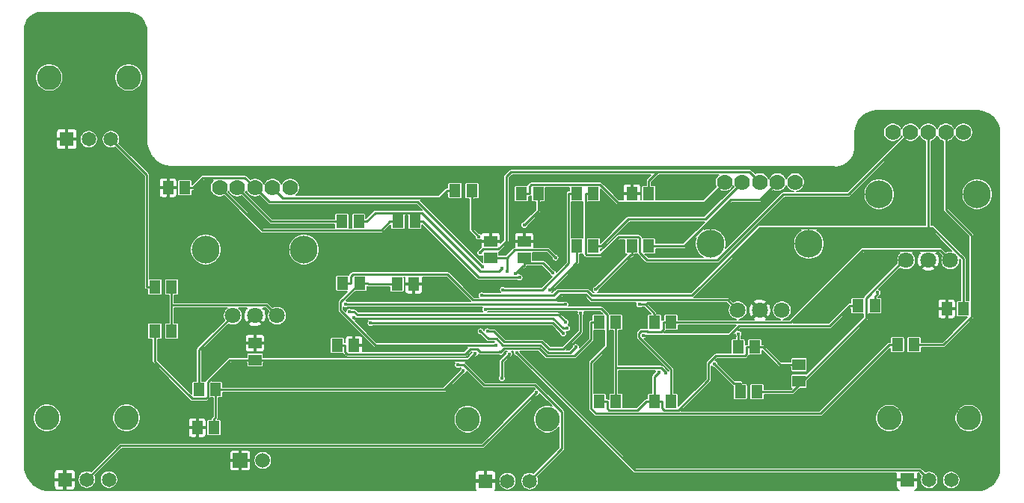
<source format=gbr>
G04 #@! TF.GenerationSoftware,KiCad,Pcbnew,(5.1.4-0-10_14)*
G04 #@! TF.CreationDate,2019-09-22T18:22:58+01:00*
G04 #@! TF.ProjectId,knobs,6b6e6f62-732e-46b6-9963-61645f706362,rev?*
G04 #@! TF.SameCoordinates,Original*
G04 #@! TF.FileFunction,Copper,L1,Top*
G04 #@! TF.FilePolarity,Positive*
%FSLAX46Y46*%
G04 Gerber Fmt 4.6, Leading zero omitted, Abs format (unit mm)*
G04 Created by KiCad (PCBNEW (5.1.4-0-10_14)) date 2019-09-22 18:22:58*
%MOMM*%
%LPD*%
G04 APERTURE LIST*
%ADD10C,2.794000*%
%ADD11C,1.650000*%
%ADD12R,1.650000X1.650000*%
%ADD13C,1.778000*%
%ADD14C,3.150000*%
%ADD15C,1.800000*%
%ADD16R,1.300000X1.500000*%
%ADD17R,1.500000X1.300000*%
%ADD18R,1.670000X1.670000*%
%ADD19C,1.670000*%
%ADD20C,0.450000*%
%ADD21C,0.250000*%
%ADD22C,0.127000*%
G04 APERTURE END LIST*
D10*
X200186000Y-123877000D03*
X191186000Y-123877000D03*
D11*
X198186000Y-130877000D03*
X195686000Y-130877000D03*
D12*
X193186000Y-130877000D03*
D10*
X152469000Y-123994000D03*
X143469000Y-123994000D03*
D11*
X150469000Y-130994000D03*
X147969000Y-130994000D03*
D12*
X145469000Y-130994000D03*
D10*
X104851000Y-123842000D03*
X95851000Y-123842000D03*
D11*
X102851000Y-130842000D03*
X100351000Y-130842000D03*
D12*
X97851000Y-130842000D03*
D10*
X105086000Y-85276800D03*
X96086000Y-85276800D03*
D11*
X103086000Y-92276800D03*
X100586000Y-92276800D03*
D12*
X98086000Y-92276800D03*
D13*
X180530000Y-97140000D03*
X172530000Y-97140000D03*
X178530000Y-97140000D03*
D14*
X182080000Y-104140000D03*
X170980000Y-104140000D03*
D13*
X174530000Y-97140000D03*
X176530000Y-97140000D03*
D15*
X179030000Y-111640000D03*
X176530000Y-111640000D03*
X174030000Y-111640000D03*
D13*
X199586000Y-91508600D03*
X191586000Y-91508600D03*
X197586000Y-91508600D03*
D14*
X201136000Y-98508600D03*
X190036000Y-98508600D03*
D13*
X193586000Y-91508600D03*
X195586000Y-91508600D03*
D15*
X198086000Y-106008600D03*
X195586000Y-106008600D03*
X193086000Y-106008600D03*
D13*
X123380000Y-97775000D03*
X115380000Y-97775000D03*
X121380000Y-97775000D03*
D14*
X124930000Y-104775000D03*
X113830000Y-104775000D03*
D13*
X117380000Y-97775000D03*
X119380000Y-97775000D03*
D15*
X121880000Y-112275000D03*
X119380000Y-112275000D03*
X116880000Y-112275000D03*
D16*
X162050000Y-104365000D03*
X163950000Y-104365000D03*
X155800000Y-104365000D03*
X157700000Y-104365000D03*
X151445000Y-98425000D03*
X149545000Y-98425000D03*
X163950000Y-98425000D03*
X162050000Y-98425000D03*
X160240000Y-121985000D03*
X158340000Y-121985000D03*
X160240000Y-113030000D03*
X158340000Y-113030000D03*
X175956000Y-115824000D03*
X174056000Y-115824000D03*
X131230000Y-108585000D03*
X129330000Y-108585000D03*
X192090000Y-115570000D03*
X193990000Y-115570000D03*
X155800000Y-98425000D03*
X157700000Y-98425000D03*
X187645000Y-111125000D03*
X189545000Y-111125000D03*
X199578000Y-111506000D03*
X197678000Y-111506000D03*
X166490000Y-121985000D03*
X164590000Y-121985000D03*
X166490000Y-113030000D03*
X164590000Y-113030000D03*
D17*
X180975000Y-117795000D03*
X180975000Y-119695000D03*
D16*
X174310000Y-120904000D03*
X176210000Y-120904000D03*
X143930000Y-98095000D03*
X142030000Y-98095000D03*
X131125000Y-101600000D03*
X129225000Y-101600000D03*
X137475000Y-101600000D03*
X135575000Y-101600000D03*
X111440000Y-97790000D03*
X109540000Y-97790000D03*
X109950000Y-109000000D03*
X108050000Y-109000000D03*
X109950000Y-114000000D03*
X108050000Y-114000000D03*
X114930000Y-120650000D03*
X113030000Y-120650000D03*
D18*
X117714000Y-128664000D03*
D19*
X120254000Y-128664000D03*
D16*
X130595000Y-115635000D03*
X128695000Y-115635000D03*
X137348000Y-108712000D03*
X135448000Y-108712000D03*
D17*
X149860000Y-103825000D03*
X149860000Y-105725000D03*
X146050000Y-103825000D03*
X146050000Y-105725000D03*
X119380000Y-115382000D03*
X119380000Y-117282000D03*
D16*
X112842000Y-124968000D03*
X114742000Y-124968000D03*
D20*
X150495000Y-113665000D03*
X133985000Y-109855000D03*
X141605000Y-110490000D03*
X133985000Y-106680000D03*
X140970000Y-114300000D03*
X150816000Y-117154000D03*
X155194000Y-112014000D03*
X143002000Y-111506000D03*
X144018000Y-111506000D03*
X140462000Y-111506000D03*
X157480000Y-106680000D03*
X161798000Y-108204000D03*
X157988000Y-115062000D03*
X157480000Y-116332000D03*
X162052000Y-114554000D03*
X167894000Y-119634000D03*
X169164000Y-119634000D03*
X167386000Y-116332000D03*
X169418000Y-112014000D03*
X170942000Y-113792000D03*
X172212000Y-115316000D03*
X172974000Y-115316000D03*
X171704000Y-113792000D03*
X170180000Y-112014000D03*
X162306000Y-108966000D03*
X158750000Y-106680000D03*
X155448000Y-107950000D03*
X156210000Y-107950000D03*
X155194000Y-110490000D03*
X164592000Y-108204000D03*
X165608000Y-108204000D03*
X153924000Y-101600000D03*
X153924000Y-102870000D03*
X162306000Y-96774000D03*
X165862000Y-97028000D03*
X167894000Y-97028000D03*
X165862000Y-100330000D03*
X167894000Y-100330000D03*
X167894000Y-102870000D03*
X165862000Y-102616000D03*
X165862000Y-105410000D03*
X167894000Y-105156000D03*
X174498000Y-101346000D03*
X185928000Y-109728000D03*
X176276000Y-107188000D03*
X181102000Y-115824000D03*
X177038000Y-118872000D03*
X193802000Y-111252000D03*
X199136000Y-117094000D03*
X186436000Y-125476000D03*
X124714000Y-119380000D03*
X124968000Y-114554000D03*
X132842000Y-119380000D03*
X102616000Y-120396000D03*
X104648000Y-117094000D03*
X105410000Y-109728000D03*
X123444000Y-100584000D03*
X120396000Y-101854000D03*
X159258000Y-117602000D03*
X161036000Y-119126000D03*
X163068000Y-120904000D03*
X197358000Y-102108000D03*
X155956000Y-102362000D03*
X156718000Y-114808000D03*
X124714000Y-124714000D03*
X124714000Y-131064000D03*
X142968200Y-118470900D03*
X144313500Y-116517800D03*
X171398600Y-117747700D03*
X153401600Y-105697700D03*
X147889000Y-107225400D03*
X154531200Y-111004400D03*
X129605200Y-110971600D03*
X162879200Y-110997300D03*
X153116100Y-107445400D03*
X148899700Y-107460800D03*
X146650500Y-115582900D03*
X147197900Y-116381300D03*
X154562100Y-112992400D03*
X130071900Y-111804300D03*
X154729700Y-113705100D03*
X130586400Y-112463000D03*
X149340000Y-107951600D03*
X147308900Y-106875600D03*
X144694000Y-103306000D03*
X144915000Y-114032900D03*
X163322700Y-114496300D03*
X155702000Y-115824000D03*
X189859800Y-109645400D03*
X147448500Y-109318900D03*
X145449400Y-111569200D03*
X174117100Y-114320600D03*
X165839200Y-118765800D03*
X149860000Y-102009800D03*
X152727600Y-109333400D03*
X145711100Y-114033800D03*
X156253400Y-111991600D03*
X157958300Y-109298300D03*
X151218400Y-120945100D03*
X132464300Y-113117900D03*
X154269500Y-114290800D03*
X148155000Y-116607400D03*
X147320000Y-119380000D03*
X149023200Y-116460500D03*
X145156800Y-106727500D03*
X145034500Y-109967700D03*
X144891200Y-105151400D03*
X142355600Y-117863900D03*
X165089300Y-118655500D03*
D21*
X114742000Y-124968000D02*
X114742000Y-123967700D01*
X114742000Y-123967700D02*
X114930000Y-123779700D01*
X114930000Y-123779700D02*
X114930000Y-120650000D01*
X115830300Y-120650000D02*
X140789100Y-120650000D01*
X140789100Y-120650000D02*
X142968200Y-118470900D01*
X114930000Y-120650000D02*
X115830300Y-120650000D01*
X119380000Y-117282000D02*
X116544100Y-117282000D01*
X116544100Y-117282000D02*
X114029600Y-119796500D01*
X114029600Y-119796500D02*
X114029600Y-121436400D01*
X114029600Y-121436400D02*
X113815600Y-121650400D01*
X113815600Y-121650400D02*
X112251800Y-121650400D01*
X112251800Y-121650400D02*
X108050000Y-117448600D01*
X108050000Y-117448600D02*
X108050000Y-114000000D01*
X119880200Y-117282000D02*
X119380000Y-117282000D01*
X119880200Y-117282000D02*
X120380300Y-117282000D01*
X144313500Y-116517800D02*
X143549300Y-117282000D01*
X143549300Y-117282000D02*
X120380300Y-117282000D01*
X147889000Y-105725000D02*
X147050300Y-105725000D01*
X147889000Y-107225400D02*
X147889000Y-105725000D01*
X147889000Y-105725000D02*
X148789400Y-104824600D01*
X148789400Y-104824600D02*
X152528500Y-104824600D01*
X152528500Y-104824600D02*
X153401600Y-105697700D01*
X174310000Y-120904000D02*
X174310000Y-119903700D01*
X171398600Y-117747700D02*
X173554600Y-119903700D01*
X173554600Y-119903700D02*
X174310000Y-119903700D01*
X146050000Y-105725000D02*
X147050300Y-105725000D01*
X129605200Y-110971600D02*
X154498400Y-110971600D01*
X154498400Y-110971600D02*
X154531200Y-111004400D01*
X162879200Y-110997300D02*
X163557600Y-110997300D01*
X163557600Y-110997300D02*
X164590000Y-112029700D01*
X164590000Y-113030000D02*
X164590000Y-112029700D01*
X149860000Y-106305300D02*
X151976000Y-106305300D01*
X151976000Y-106305300D02*
X153116100Y-107445400D01*
X149860000Y-106305300D02*
X149860000Y-106625300D01*
X149860000Y-105725000D02*
X149860000Y-106305300D01*
X149860000Y-106625300D02*
X149735200Y-106625300D01*
X149735200Y-106625300D02*
X148899700Y-107460800D01*
X131230000Y-108585000D02*
X132130300Y-108585000D01*
X135448000Y-108712000D02*
X132257300Y-108712000D01*
X132257300Y-108712000D02*
X132130300Y-108585000D01*
X131230000Y-108585000D02*
X129083300Y-110731700D01*
X129083300Y-110731700D02*
X129083300Y-111672500D01*
X129083300Y-111672500D02*
X132993700Y-115582900D01*
X132993700Y-115582900D02*
X146650500Y-115582900D01*
X129595300Y-115635000D02*
X129595300Y-116389200D01*
X129595300Y-116389200D02*
X129841400Y-116635300D01*
X129841400Y-116635300D02*
X143185700Y-116635300D01*
X143185700Y-116635300D02*
X143778500Y-116042500D01*
X143778500Y-116042500D02*
X144510300Y-116042500D01*
X144510300Y-116042500D02*
X144849100Y-116381300D01*
X144849100Y-116381300D02*
X147197900Y-116381300D01*
X128695000Y-115635000D02*
X129595300Y-115635000D01*
X157439700Y-113030000D02*
X158340000Y-113030000D01*
X157439700Y-114975300D02*
X157439700Y-113030000D01*
X155575000Y-116840000D02*
X157439700Y-114975300D01*
X152400000Y-116840000D02*
X155575000Y-116840000D01*
X151535500Y-115975500D02*
X152400000Y-116840000D01*
X147603700Y-115975500D02*
X151535500Y-115975500D01*
X147197900Y-116381300D02*
X147603700Y-115975500D01*
X154562100Y-112992400D02*
X153736500Y-112166800D01*
X153736500Y-112166800D02*
X130962400Y-112166800D01*
X130962400Y-112166800D02*
X130599900Y-111804300D01*
X130599900Y-111804300D02*
X130071900Y-111804300D01*
X130586400Y-112463000D02*
X130665600Y-112542200D01*
X130665600Y-112542200D02*
X153082100Y-112542200D01*
X153082100Y-112542200D02*
X154245000Y-113705100D01*
X154245000Y-113705100D02*
X154729700Y-113705100D01*
X113030000Y-120650000D02*
X113030000Y-116125000D01*
X113030000Y-116125000D02*
X116880000Y-112275000D01*
X109950000Y-111083200D02*
X109950000Y-109000000D01*
X109950000Y-114000000D02*
X109950000Y-111083200D01*
X109950000Y-111083200D02*
X120688200Y-111083200D01*
X120688200Y-111083200D02*
X121880000Y-112275000D01*
X137475000Y-101600000D02*
X138375300Y-101600000D01*
X138375300Y-101600000D02*
X144726900Y-107951600D01*
X144726900Y-107951600D02*
X149340000Y-107951600D01*
X135575000Y-101600000D02*
X134674700Y-101600000D01*
X134674700Y-101600000D02*
X133668100Y-102606600D01*
X133668100Y-102606600D02*
X120211600Y-102606600D01*
X120211600Y-102606600D02*
X115380000Y-97775000D01*
X131125000Y-101600000D02*
X132025300Y-101600000D01*
X132025300Y-101600000D02*
X133025700Y-100599600D01*
X133025700Y-100599600D02*
X138243900Y-100599600D01*
X138243900Y-100599600D02*
X144847200Y-107202900D01*
X144847200Y-107202900D02*
X146981600Y-107202900D01*
X146981600Y-107202900D02*
X147308900Y-106875600D01*
X129225000Y-101600000D02*
X121205000Y-101600000D01*
X121205000Y-101600000D02*
X117380000Y-97775000D01*
X143930000Y-98095000D02*
X143930000Y-102542000D01*
X143930000Y-102542000D02*
X144694000Y-103306000D01*
X142030000Y-98095000D02*
X141129700Y-98095000D01*
X141129700Y-98095000D02*
X140299500Y-98925200D01*
X140299500Y-98925200D02*
X122530200Y-98925200D01*
X122530200Y-98925200D02*
X121380000Y-97775000D01*
X193086000Y-106008600D02*
X192824500Y-106008600D01*
X192824500Y-106008600D02*
X188545400Y-110287700D01*
X188545400Y-110287700D02*
X188545400Y-112574700D01*
X188545400Y-112574700D02*
X180975000Y-120145100D01*
X176210000Y-120904000D02*
X180216100Y-120904000D01*
X180216100Y-120904000D02*
X180975000Y-120145100D01*
X180975000Y-119695000D02*
X180975000Y-120145100D01*
X166490000Y-113030000D02*
X165589700Y-113030000D01*
X165589700Y-113030000D02*
X165589700Y-113817800D01*
X165589700Y-113817800D02*
X165344400Y-114063100D01*
X165344400Y-114063100D02*
X163832300Y-114063100D01*
X163832300Y-114063100D02*
X163774600Y-114005400D01*
X163774600Y-114005400D02*
X163105000Y-114005400D01*
X163105000Y-114005400D02*
X162847200Y-114263200D01*
X162847200Y-114263200D02*
X162847200Y-114723500D01*
X162847200Y-114723500D02*
X166490000Y-118366300D01*
X166490000Y-118366300D02*
X166490000Y-120984700D01*
X198086000Y-106008600D02*
X196927000Y-104849600D01*
X196927000Y-104849600D02*
X188182600Y-104849600D01*
X188182600Y-104849600D02*
X180002200Y-113030000D01*
X180002200Y-113030000D02*
X166490000Y-113030000D01*
X166490000Y-121985000D02*
X166490000Y-120984700D01*
X187645000Y-111125000D02*
X186744700Y-111125000D01*
X186744700Y-111125000D02*
X184433000Y-113436700D01*
X184433000Y-113436700D02*
X174147300Y-113436700D01*
X174147300Y-113436700D02*
X173087700Y-114496300D01*
X173087700Y-114496300D02*
X163322700Y-114496300D01*
X145776600Y-114894500D02*
X144915000Y-114032900D01*
X147431490Y-115600490D02*
X151690835Y-115600491D01*
X146725500Y-114894500D02*
X147431490Y-115600490D01*
X146725500Y-114894500D02*
X145776600Y-114894500D01*
X151690835Y-115600491D02*
X152555334Y-116464990D01*
X155061010Y-116464990D02*
X155702000Y-115824000D01*
X152555334Y-116464990D02*
X155061010Y-116464990D01*
X189545000Y-111125000D02*
X189545000Y-110124700D01*
X189545000Y-110124700D02*
X189859800Y-109809900D01*
X189859800Y-109809900D02*
X189859800Y-109645400D01*
X147448500Y-109318900D02*
X151930400Y-109318900D01*
X151930400Y-109318900D02*
X154899700Y-106349600D01*
X154899700Y-106349600D02*
X154899700Y-98425000D01*
X155800000Y-98425000D02*
X154899700Y-98425000D01*
X157700000Y-98425000D02*
X156799700Y-98425000D01*
X156799700Y-98425000D02*
X156799700Y-105288300D01*
X156799700Y-105288300D02*
X156885300Y-105373900D01*
X156885300Y-105373900D02*
X158498500Y-105373900D01*
X158498500Y-105373900D02*
X160507800Y-103364600D01*
X160507800Y-103364600D02*
X162837100Y-103364600D01*
X162837100Y-103364600D02*
X162950400Y-103477900D01*
X162950400Y-103477900D02*
X162950400Y-105151400D01*
X162950400Y-105151400D02*
X163781100Y-105982100D01*
X163781100Y-105982100D02*
X171734200Y-105982100D01*
X171734200Y-105982100D02*
X179199500Y-98516800D01*
X179199500Y-98516800D02*
X186577800Y-98516800D01*
X186577800Y-98516800D02*
X193586000Y-91508600D01*
X192090000Y-115570000D02*
X191189700Y-115570000D01*
X191189700Y-115570000D02*
X183398900Y-123360800D01*
X183398900Y-123360800D02*
X157961000Y-123360800D01*
X157961000Y-123360800D02*
X157439600Y-122839400D01*
X157439600Y-122839400D02*
X157439600Y-117569700D01*
X157439600Y-117569700D02*
X159240400Y-115768900D01*
X159240400Y-115768900D02*
X159240400Y-112130400D01*
X159240400Y-112130400D02*
X158589800Y-111479800D01*
X158589800Y-111479800D02*
X145538800Y-111479800D01*
X145538800Y-111479800D02*
X145449400Y-111569200D01*
X193990000Y-115570000D02*
X197318600Y-115570000D01*
X197318600Y-115570000D02*
X200479100Y-112409500D01*
X200479100Y-112409500D02*
X200479100Y-103160700D01*
X200479100Y-103160700D02*
X197586000Y-100267600D01*
X197586000Y-100267600D02*
X197586000Y-91508600D01*
X174056000Y-115824000D02*
X174056000Y-114823700D01*
X174117100Y-114320600D02*
X174117100Y-114762600D01*
X174117100Y-114762600D02*
X174056000Y-114823700D01*
X172870200Y-110480200D02*
X174030000Y-111640000D01*
X153425800Y-110480200D02*
X154056990Y-109849010D01*
X157470200Y-110480200D02*
X172870200Y-110480200D01*
X144064200Y-110480200D02*
X153425800Y-110480200D01*
X141162300Y-107578300D02*
X144064200Y-110480200D01*
X154056990Y-109849010D02*
X156839010Y-109849010D01*
X130449200Y-107578300D02*
X141162300Y-107578300D01*
X130230300Y-107797200D02*
X130449200Y-107578300D01*
X130230300Y-108585000D02*
X130230300Y-107797200D01*
X156839010Y-109849010D02*
X157470200Y-110480200D01*
X129330000Y-108585000D02*
X130230300Y-108585000D01*
X160240000Y-118160800D02*
X160240000Y-113030000D01*
X160240000Y-121985000D02*
X160240000Y-118160800D01*
X160240000Y-118160800D02*
X165357600Y-118160800D01*
X165357600Y-118160800D02*
X165839200Y-118642400D01*
X165839200Y-118642400D02*
X165839200Y-118765800D01*
X151445000Y-98425000D02*
X151445000Y-100424800D01*
X151445000Y-100424800D02*
X149860000Y-102009800D01*
X149545000Y-98425000D02*
X150445300Y-98425000D01*
X150445300Y-98425000D02*
X150445300Y-97637200D01*
X150445300Y-97637200D02*
X150657900Y-97424600D01*
X150657900Y-97424600D02*
X158453500Y-97424600D01*
X158453500Y-97424600D02*
X160454300Y-99425400D01*
X160454300Y-99425400D02*
X170244600Y-99425400D01*
X170244600Y-99425400D02*
X172530000Y-97140000D01*
X152727600Y-109333400D02*
X155800000Y-106261000D01*
X155800000Y-106261000D02*
X155800000Y-105365300D01*
X155800000Y-104365000D02*
X155800000Y-105365300D01*
X157700000Y-104365000D02*
X158600300Y-104365000D01*
X158600300Y-104365000D02*
X161658900Y-101306400D01*
X161658900Y-101306400D02*
X170363600Y-101306400D01*
X170363600Y-101306400D02*
X174530000Y-97140000D01*
X162050000Y-104365000D02*
X162050000Y-105365300D01*
X162050000Y-105365300D02*
X161891300Y-105365300D01*
X161891300Y-105365300D02*
X157958300Y-109298300D01*
X156253400Y-112309798D02*
X156253400Y-111991600D01*
X154287144Y-116055656D02*
X156253400Y-114089400D01*
X152676344Y-116055656D02*
X154287144Y-116055656D01*
X151846170Y-115225482D02*
X152676344Y-116055656D01*
X156253400Y-114089400D02*
X156253400Y-112309798D01*
X146395144Y-114033800D02*
X147586825Y-115225481D01*
X147586825Y-115225481D02*
X151846170Y-115225482D01*
X145711100Y-114033800D02*
X146395144Y-114033800D01*
X163950000Y-104365000D02*
X167969600Y-104365000D01*
X167969600Y-104365000D02*
X173232000Y-99102600D01*
X173232000Y-99102600D02*
X176567400Y-99102600D01*
X176567400Y-99102600D02*
X178530000Y-97140000D01*
X151218400Y-120945100D02*
X145163200Y-127000300D01*
X145163200Y-127000300D02*
X104192700Y-127000300D01*
X104192700Y-127000300D02*
X100351000Y-130842000D01*
X154269500Y-114290800D02*
X153096600Y-113117900D01*
X153096600Y-113117900D02*
X132464300Y-113117900D01*
X147320000Y-117442400D02*
X148155000Y-116607400D01*
X147320000Y-119380000D02*
X147320000Y-117442400D01*
X149023200Y-116460500D02*
X162364300Y-129801600D01*
X162364300Y-129801600D02*
X194610600Y-129801600D01*
X194610600Y-129801600D02*
X195686000Y-130877000D01*
X145156800Y-106727500D02*
X137792900Y-99363600D01*
X137792900Y-99363600D02*
X120968600Y-99363600D01*
X120968600Y-99363600D02*
X119380000Y-97775000D01*
X112340300Y-97790000D02*
X113497000Y-96633300D01*
X113497000Y-96633300D02*
X118238300Y-96633300D01*
X118238300Y-96633300D02*
X119380000Y-97775000D01*
X111440000Y-97790000D02*
X112340300Y-97790000D01*
X195586000Y-102294400D02*
X195586000Y-91508600D01*
X199578000Y-110505700D02*
X199578000Y-105841300D01*
X199578000Y-105841300D02*
X196031100Y-102294400D01*
X196031100Y-102294400D02*
X195586000Y-102294400D01*
X199578000Y-111506000D02*
X199578000Y-110505700D01*
X168867000Y-109967700D02*
X176540300Y-102294400D01*
X157494300Y-109967700D02*
X168867000Y-109967700D01*
X145034500Y-109967700D02*
X153176300Y-109967700D01*
X153670000Y-109474000D02*
X157000600Y-109474000D01*
X176540300Y-102294400D02*
X195586000Y-102294400D01*
X153176300Y-109967700D02*
X153670000Y-109474000D01*
X157000600Y-109474000D02*
X157494300Y-109967700D01*
X175373900Y-95983900D02*
X176530000Y-97140000D01*
X163950000Y-98425000D02*
X163950000Y-97007700D01*
X144891200Y-105017600D02*
X144891200Y-105151400D01*
X145183400Y-104725400D02*
X144891200Y-105017600D01*
X146943400Y-104725400D02*
X145183400Y-104725400D01*
X147836900Y-103831900D02*
X146943400Y-104725400D01*
X148364100Y-95983900D02*
X166087900Y-95983900D01*
X147836900Y-96511100D02*
X148364100Y-95983900D01*
X166087900Y-95983900D02*
X175373900Y-95983900D01*
X147836900Y-98543100D02*
X147836900Y-96511100D01*
X164973800Y-95983900D02*
X166087900Y-95983900D01*
X147836900Y-98366900D02*
X147836900Y-98543100D01*
X147836900Y-98543100D02*
X147836900Y-103831900D01*
X163950000Y-97007700D02*
X164973800Y-95983900D01*
X175956000Y-115824000D02*
X175055700Y-115824000D01*
X164590000Y-121985000D02*
X165490300Y-121985000D01*
X165490300Y-121985000D02*
X165490300Y-122772800D01*
X165490300Y-122772800D02*
X165702900Y-122985400D01*
X165702900Y-122985400D02*
X167288100Y-122985400D01*
X167288100Y-122985400D02*
X170726800Y-119546700D01*
X170726800Y-119546700D02*
X170726800Y-117648600D01*
X170726800Y-117648600D02*
X171551000Y-116824400D01*
X171551000Y-116824400D02*
X174843100Y-116824400D01*
X174843100Y-116824400D02*
X175055700Y-116611800D01*
X175055700Y-116611800D02*
X175055700Y-115824000D01*
X165089300Y-118655500D02*
X164590000Y-119154800D01*
X164590000Y-119154800D02*
X164590000Y-121985000D01*
X108050000Y-109000000D02*
X107149700Y-109000000D01*
X107149700Y-109000000D02*
X107149700Y-96340500D01*
X107149700Y-96340500D02*
X103086000Y-92276800D01*
X175956000Y-115824000D02*
X176856300Y-115824000D01*
X180975000Y-117795000D02*
X178827300Y-117795000D01*
X178827300Y-117795000D02*
X176856300Y-115824000D01*
X164590000Y-121985000D02*
X163689700Y-121985000D01*
X163689700Y-121985000D02*
X162689300Y-122985400D01*
X162689300Y-122985400D02*
X159452900Y-122985400D01*
X159452900Y-122985400D02*
X159240300Y-122772800D01*
X159240300Y-122772800D02*
X159240300Y-121985000D01*
X158340000Y-121985000D02*
X159240300Y-121985000D01*
X150469000Y-130994000D02*
X154118800Y-127344200D01*
X154118800Y-127344200D02*
X154118800Y-123173300D01*
X154118800Y-123173300D02*
X151081700Y-120136200D01*
X151081700Y-120136200D02*
X145326200Y-120136200D01*
X145326200Y-120136200D02*
X143053900Y-117863900D01*
X143053900Y-117863900D02*
X142355600Y-117863900D01*
D22*
G36*
X95452974Y-77962713D02*
G01*
X95456002Y-77963210D01*
X95458752Y-77964044D01*
X95471756Y-77965325D01*
X105021769Y-77965325D01*
X105438087Y-78006145D01*
X105834379Y-78125792D01*
X106199889Y-78320138D01*
X106520681Y-78581770D01*
X106784551Y-78900734D01*
X106981443Y-79264876D01*
X107103853Y-79660323D01*
X107147563Y-80076190D01*
X107147601Y-80087134D01*
X107147600Y-92791168D01*
X107148881Y-92804172D01*
X107149087Y-92804851D01*
X107150462Y-92816845D01*
X107151275Y-92820625D01*
X107151675Y-92824470D01*
X107151931Y-92825679D01*
X107271851Y-93373833D01*
X107274327Y-93381481D01*
X107276686Y-93389129D01*
X107277171Y-93390266D01*
X107501277Y-93904688D01*
X107505211Y-93911745D01*
X107508991Y-93918753D01*
X107509683Y-93919766D01*
X107509687Y-93919774D01*
X107509692Y-93919780D01*
X107829445Y-94380870D01*
X107834656Y-94387006D01*
X107839744Y-94393169D01*
X107840621Y-94394030D01*
X107840626Y-94394036D01*
X107840632Y-94394041D01*
X108243852Y-94784242D01*
X108250151Y-94789245D01*
X108256344Y-94794307D01*
X108257372Y-94794981D01*
X108257377Y-94794985D01*
X108257382Y-94794988D01*
X108728718Y-95099439D01*
X108735859Y-95103119D01*
X108742926Y-95106886D01*
X108744067Y-95107348D01*
X108744071Y-95107350D01*
X108744075Y-95107351D01*
X109265571Y-95314456D01*
X109273312Y-95316685D01*
X109280955Y-95319001D01*
X109282159Y-95319232D01*
X109282169Y-95319235D01*
X109282179Y-95319236D01*
X109833963Y-95421103D01*
X109841971Y-95421784D01*
X109849937Y-95422574D01*
X109851173Y-95422567D01*
X110411703Y-95415325D01*
X184699968Y-95415325D01*
X184709418Y-95416641D01*
X184713282Y-95416798D01*
X184717101Y-95417371D01*
X184718335Y-95417426D01*
X185156193Y-95433712D01*
X185164263Y-95433223D01*
X185172211Y-95432852D01*
X185173422Y-95432668D01*
X185173433Y-95432667D01*
X185173443Y-95432664D01*
X185606114Y-95363596D01*
X185613912Y-95361555D01*
X185621661Y-95359641D01*
X185622813Y-95359225D01*
X185622823Y-95359222D01*
X185622832Y-95359218D01*
X186033849Y-95207424D01*
X186041108Y-95203904D01*
X186048331Y-95200525D01*
X186049386Y-95199891D01*
X186049391Y-95199888D01*
X186049395Y-95199885D01*
X186423103Y-94971146D01*
X186429549Y-94966277D01*
X186435970Y-94961565D01*
X186436878Y-94960740D01*
X186436885Y-94960735D01*
X186436890Y-94960729D01*
X186759051Y-94663761D01*
X186764428Y-94657732D01*
X186769811Y-94651864D01*
X186770548Y-94650871D01*
X187028896Y-94296978D01*
X187032982Y-94290050D01*
X187037141Y-94283217D01*
X187037670Y-94282100D01*
X187222359Y-93884767D01*
X187225022Y-93877174D01*
X187227774Y-93869667D01*
X187228076Y-93868469D01*
X187331497Y-93445188D01*
X187333321Y-93439173D01*
X187334602Y-93426169D01*
X187334602Y-91521054D01*
X187380633Y-91041497D01*
X187517664Y-90584255D01*
X187740895Y-90162337D01*
X188041829Y-89791811D01*
X188408994Y-89486798D01*
X188828422Y-89258905D01*
X189284115Y-89116822D01*
X189762816Y-89065519D01*
X189786345Y-89065437D01*
X201211742Y-89065988D01*
X201691952Y-89113391D01*
X202149667Y-89251911D01*
X202571761Y-89476696D01*
X202942159Y-89779190D01*
X203246745Y-90147863D01*
X203473921Y-90568677D01*
X203615033Y-91025600D01*
X203665144Y-91505388D01*
X203665181Y-91519717D01*
X203665182Y-91519725D01*
X203647092Y-129636845D01*
X203599636Y-130113159D01*
X203461819Y-130567066D01*
X203238463Y-130985555D01*
X202938077Y-131352689D01*
X202572103Y-131654486D01*
X202154476Y-131879453D01*
X201701108Y-132019016D01*
X201225057Y-132068298D01*
X201215861Y-132068323D01*
X194041001Y-132068323D01*
X194083043Y-132064182D01*
X194152317Y-132043168D01*
X194216160Y-132009043D01*
X194272119Y-131963119D01*
X194318043Y-131907160D01*
X194352168Y-131843317D01*
X194373182Y-131774043D01*
X194380278Y-131702000D01*
X194378500Y-131057375D01*
X194286625Y-130965500D01*
X193274500Y-130965500D01*
X193274500Y-130985500D01*
X193097500Y-130985500D01*
X193097500Y-130965500D01*
X192085375Y-130965500D01*
X191993500Y-131057375D01*
X191991722Y-131702000D01*
X191998818Y-131774043D01*
X192019832Y-131843317D01*
X192053957Y-131907160D01*
X192099881Y-131963119D01*
X192155840Y-132009043D01*
X192219683Y-132043168D01*
X192288957Y-132064182D01*
X192330999Y-132068323D01*
X146564800Y-132068323D01*
X146601043Y-132024160D01*
X146635168Y-131960317D01*
X146656182Y-131891043D01*
X146663278Y-131819000D01*
X146661500Y-131174375D01*
X146569625Y-131082500D01*
X145557500Y-131082500D01*
X145557500Y-131102500D01*
X145380500Y-131102500D01*
X145380500Y-131082500D01*
X144368375Y-131082500D01*
X144276500Y-131174375D01*
X144274722Y-131819000D01*
X144281818Y-131891043D01*
X144302832Y-131960317D01*
X144336957Y-132024160D01*
X144373200Y-132068323D01*
X95815355Y-132068323D01*
X95283924Y-131955944D01*
X94783909Y-131742254D01*
X94673757Y-131667000D01*
X96656722Y-131667000D01*
X96663818Y-131739043D01*
X96684832Y-131808317D01*
X96718957Y-131872160D01*
X96764881Y-131928119D01*
X96820840Y-131974043D01*
X96884683Y-132008168D01*
X96953957Y-132029182D01*
X97026000Y-132036278D01*
X97670625Y-132034500D01*
X97762500Y-131942625D01*
X97762500Y-130930500D01*
X97939500Y-130930500D01*
X97939500Y-131942625D01*
X98031375Y-132034500D01*
X98676000Y-132036278D01*
X98748043Y-132029182D01*
X98817317Y-132008168D01*
X98881160Y-131974043D01*
X98937119Y-131928119D01*
X98983043Y-131872160D01*
X99017168Y-131808317D01*
X99038182Y-131739043D01*
X99045278Y-131667000D01*
X99043500Y-131022375D01*
X98951625Y-130930500D01*
X97939500Y-130930500D01*
X97762500Y-130930500D01*
X96750375Y-130930500D01*
X96658500Y-131022375D01*
X96656722Y-131667000D01*
X94673757Y-131667000D01*
X94334920Y-131435513D01*
X93954064Y-131047407D01*
X93655845Y-130592717D01*
X93451622Y-130088761D01*
X93437856Y-130017000D01*
X96656722Y-130017000D01*
X96658500Y-130661625D01*
X96750375Y-130753500D01*
X97762500Y-130753500D01*
X97762500Y-129741375D01*
X97939500Y-129741375D01*
X97939500Y-130753500D01*
X98951625Y-130753500D01*
X98962946Y-130742179D01*
X99337500Y-130742179D01*
X99337500Y-130941821D01*
X99376448Y-131137627D01*
X99452848Y-131322072D01*
X99563763Y-131488069D01*
X99704931Y-131629237D01*
X99870928Y-131740152D01*
X100055373Y-131816552D01*
X100251179Y-131855500D01*
X100450821Y-131855500D01*
X100646627Y-131816552D01*
X100831072Y-131740152D01*
X100997069Y-131629237D01*
X101138237Y-131488069D01*
X101249152Y-131322072D01*
X101325552Y-131137627D01*
X101364500Y-130941821D01*
X101364500Y-130742179D01*
X101837500Y-130742179D01*
X101837500Y-130941821D01*
X101876448Y-131137627D01*
X101952848Y-131322072D01*
X102063763Y-131488069D01*
X102204931Y-131629237D01*
X102370928Y-131740152D01*
X102555373Y-131816552D01*
X102751179Y-131855500D01*
X102950821Y-131855500D01*
X103146627Y-131816552D01*
X103331072Y-131740152D01*
X103497069Y-131629237D01*
X103638237Y-131488069D01*
X103749152Y-131322072D01*
X103825552Y-131137627D01*
X103864500Y-130941821D01*
X103864500Y-130742179D01*
X103825552Y-130546373D01*
X103749152Y-130361928D01*
X103638237Y-130195931D01*
X103611306Y-130169000D01*
X144274722Y-130169000D01*
X144276500Y-130813625D01*
X144368375Y-130905500D01*
X145380500Y-130905500D01*
X145380500Y-129893375D01*
X145557500Y-129893375D01*
X145557500Y-130905500D01*
X146569625Y-130905500D01*
X146580946Y-130894179D01*
X146955500Y-130894179D01*
X146955500Y-131093821D01*
X146994448Y-131289627D01*
X147070848Y-131474072D01*
X147181763Y-131640069D01*
X147322931Y-131781237D01*
X147488928Y-131892152D01*
X147673373Y-131968552D01*
X147869179Y-132007500D01*
X148068821Y-132007500D01*
X148264627Y-131968552D01*
X148449072Y-131892152D01*
X148615069Y-131781237D01*
X148756237Y-131640069D01*
X148867152Y-131474072D01*
X148943552Y-131289627D01*
X148982500Y-131093821D01*
X148982500Y-130894179D01*
X148943552Y-130698373D01*
X148867152Y-130513928D01*
X148756237Y-130347931D01*
X148615069Y-130206763D01*
X148449072Y-130095848D01*
X148264627Y-130019448D01*
X148068821Y-129980500D01*
X147869179Y-129980500D01*
X147673373Y-130019448D01*
X147488928Y-130095848D01*
X147322931Y-130206763D01*
X147181763Y-130347931D01*
X147070848Y-130513928D01*
X146994448Y-130698373D01*
X146955500Y-130894179D01*
X146580946Y-130894179D01*
X146661500Y-130813625D01*
X146663278Y-130169000D01*
X146656182Y-130096957D01*
X146635168Y-130027683D01*
X146601043Y-129963840D01*
X146555119Y-129907881D01*
X146499160Y-129861957D01*
X146435317Y-129827832D01*
X146366043Y-129806818D01*
X146294000Y-129799722D01*
X145649375Y-129801500D01*
X145557500Y-129893375D01*
X145380500Y-129893375D01*
X145288625Y-129801500D01*
X144644000Y-129799722D01*
X144571957Y-129806818D01*
X144502683Y-129827832D01*
X144438840Y-129861957D01*
X144382881Y-129907881D01*
X144336957Y-129963840D01*
X144302832Y-130027683D01*
X144281818Y-130096957D01*
X144274722Y-130169000D01*
X103611306Y-130169000D01*
X103497069Y-130054763D01*
X103331072Y-129943848D01*
X103146627Y-129867448D01*
X102950821Y-129828500D01*
X102751179Y-129828500D01*
X102555373Y-129867448D01*
X102370928Y-129943848D01*
X102204931Y-130054763D01*
X102063763Y-130195931D01*
X101952848Y-130361928D01*
X101876448Y-130546373D01*
X101837500Y-130742179D01*
X101364500Y-130742179D01*
X101325552Y-130546373D01*
X101256555Y-130379800D01*
X102137355Y-129499000D01*
X116509722Y-129499000D01*
X116516818Y-129571043D01*
X116537832Y-129640317D01*
X116571957Y-129704160D01*
X116617881Y-129760119D01*
X116673840Y-129806043D01*
X116737683Y-129840168D01*
X116806957Y-129861182D01*
X116879000Y-129868278D01*
X117533625Y-129866500D01*
X117625500Y-129774625D01*
X117625500Y-128752500D01*
X117802500Y-128752500D01*
X117802500Y-129774625D01*
X117894375Y-129866500D01*
X118549000Y-129868278D01*
X118621043Y-129861182D01*
X118690317Y-129840168D01*
X118754160Y-129806043D01*
X118810119Y-129760119D01*
X118856043Y-129704160D01*
X118890168Y-129640317D01*
X118911182Y-129571043D01*
X118918278Y-129499000D01*
X118916500Y-128844375D01*
X118824625Y-128752500D01*
X117802500Y-128752500D01*
X117625500Y-128752500D01*
X116603375Y-128752500D01*
X116511500Y-128844375D01*
X116509722Y-129499000D01*
X102137355Y-129499000D01*
X103807355Y-127829000D01*
X116509722Y-127829000D01*
X116511500Y-128483625D01*
X116603375Y-128575500D01*
X117625500Y-128575500D01*
X117625500Y-127553375D01*
X117802500Y-127553375D01*
X117802500Y-128575500D01*
X118824625Y-128575500D01*
X118836931Y-128563194D01*
X119230500Y-128563194D01*
X119230500Y-128764806D01*
X119269833Y-128962544D01*
X119346986Y-129148809D01*
X119458996Y-129316443D01*
X119601557Y-129459004D01*
X119769191Y-129571014D01*
X119955456Y-129648167D01*
X120153194Y-129687500D01*
X120354806Y-129687500D01*
X120552544Y-129648167D01*
X120738809Y-129571014D01*
X120906443Y-129459004D01*
X121049004Y-129316443D01*
X121161014Y-129148809D01*
X121238167Y-128962544D01*
X121277500Y-128764806D01*
X121277500Y-128563194D01*
X121238167Y-128365456D01*
X121161014Y-128179191D01*
X121049004Y-128011557D01*
X120906443Y-127868996D01*
X120738809Y-127756986D01*
X120552544Y-127679833D01*
X120354806Y-127640500D01*
X120153194Y-127640500D01*
X119955456Y-127679833D01*
X119769191Y-127756986D01*
X119601557Y-127868996D01*
X119458996Y-128011557D01*
X119346986Y-128179191D01*
X119269833Y-128365456D01*
X119230500Y-128563194D01*
X118836931Y-128563194D01*
X118916500Y-128483625D01*
X118918278Y-127829000D01*
X118911182Y-127756957D01*
X118890168Y-127687683D01*
X118856043Y-127623840D01*
X118810119Y-127567881D01*
X118754160Y-127521957D01*
X118690317Y-127487832D01*
X118621043Y-127466818D01*
X118549000Y-127459722D01*
X117894375Y-127461500D01*
X117802500Y-127553375D01*
X117625500Y-127553375D01*
X117533625Y-127461500D01*
X116879000Y-127459722D01*
X116806957Y-127466818D01*
X116737683Y-127487832D01*
X116673840Y-127521957D01*
X116617881Y-127567881D01*
X116571957Y-127623840D01*
X116537832Y-127687683D01*
X116516818Y-127756957D01*
X116509722Y-127829000D01*
X103807355Y-127829000D01*
X104322556Y-127313800D01*
X145147808Y-127313800D01*
X145163200Y-127315316D01*
X145178592Y-127313800D01*
X145224657Y-127309263D01*
X145283751Y-127291337D01*
X145338214Y-127262226D01*
X145385950Y-127223050D01*
X145395767Y-127211088D01*
X151248256Y-121358600D01*
X151259126Y-121358600D01*
X151339014Y-121342710D01*
X151414266Y-121311539D01*
X151481991Y-121266287D01*
X151539587Y-121208691D01*
X151584839Y-121140966D01*
X151601907Y-121099762D01*
X152999929Y-122497784D01*
X152931473Y-122469429D01*
X152625158Y-122408500D01*
X152312842Y-122408500D01*
X152006527Y-122469429D01*
X151717984Y-122588948D01*
X151458302Y-122762461D01*
X151237461Y-122983302D01*
X151063948Y-123242984D01*
X150944429Y-123531527D01*
X150883500Y-123837842D01*
X150883500Y-124150158D01*
X150944429Y-124456473D01*
X151063948Y-124745016D01*
X151237461Y-125004698D01*
X151458302Y-125225539D01*
X151717984Y-125399052D01*
X152006527Y-125518571D01*
X152312842Y-125579500D01*
X152625158Y-125579500D01*
X152931473Y-125518571D01*
X153220016Y-125399052D01*
X153479698Y-125225539D01*
X153700539Y-125004698D01*
X153805301Y-124847910D01*
X153805300Y-127214344D01*
X150931200Y-130088445D01*
X150764627Y-130019448D01*
X150568821Y-129980500D01*
X150369179Y-129980500D01*
X150173373Y-130019448D01*
X149988928Y-130095848D01*
X149822931Y-130206763D01*
X149681763Y-130347931D01*
X149570848Y-130513928D01*
X149494448Y-130698373D01*
X149455500Y-130894179D01*
X149455500Y-131093821D01*
X149494448Y-131289627D01*
X149570848Y-131474072D01*
X149681763Y-131640069D01*
X149822931Y-131781237D01*
X149988928Y-131892152D01*
X150173373Y-131968552D01*
X150369179Y-132007500D01*
X150568821Y-132007500D01*
X150764627Y-131968552D01*
X150949072Y-131892152D01*
X151115069Y-131781237D01*
X151256237Y-131640069D01*
X151367152Y-131474072D01*
X151443552Y-131289627D01*
X151482500Y-131093821D01*
X151482500Y-130894179D01*
X151443552Y-130698373D01*
X151374555Y-130531800D01*
X154329595Y-127576761D01*
X154341550Y-127566950D01*
X154380726Y-127519214D01*
X154409837Y-127464751D01*
X154427763Y-127405657D01*
X154432300Y-127359592D01*
X154432300Y-127359591D01*
X154433816Y-127344200D01*
X154432300Y-127328808D01*
X154432300Y-123188691D01*
X154433816Y-123173299D01*
X154427763Y-123111843D01*
X154414998Y-123069763D01*
X154409837Y-123052749D01*
X154380726Y-122998286D01*
X154341550Y-122950550D01*
X154329594Y-122940738D01*
X151314267Y-119925412D01*
X151304450Y-119913450D01*
X151256714Y-119874274D01*
X151202251Y-119845163D01*
X151143157Y-119827237D01*
X151097092Y-119822700D01*
X151081700Y-119821184D01*
X151066308Y-119822700D01*
X145456056Y-119822700D01*
X143286467Y-117653112D01*
X143276650Y-117641150D01*
X143228914Y-117601974D01*
X143216802Y-117595500D01*
X143533908Y-117595500D01*
X143549300Y-117597016D01*
X143564692Y-117595500D01*
X143610757Y-117590963D01*
X143669851Y-117573037D01*
X143724314Y-117543926D01*
X143772050Y-117504750D01*
X143781867Y-117492788D01*
X144343356Y-116931300D01*
X144354226Y-116931300D01*
X144434114Y-116915410D01*
X144509366Y-116884239D01*
X144577091Y-116838987D01*
X144634687Y-116781391D01*
X144679939Y-116713666D01*
X144702767Y-116658556D01*
X144728549Y-116672337D01*
X144787643Y-116690263D01*
X144833708Y-116694800D01*
X144849100Y-116696316D01*
X144864492Y-116694800D01*
X146926622Y-116694800D01*
X146934309Y-116702487D01*
X147002034Y-116747739D01*
X147077286Y-116778910D01*
X147157174Y-116794800D01*
X147238626Y-116794800D01*
X147318514Y-116778910D01*
X147393766Y-116747739D01*
X147461491Y-116702487D01*
X147519087Y-116644891D01*
X147564339Y-116577166D01*
X147595510Y-116501914D01*
X147611400Y-116422026D01*
X147611400Y-116411155D01*
X147733556Y-116289000D01*
X147888622Y-116289000D01*
X147833813Y-116343809D01*
X147788561Y-116411534D01*
X147757390Y-116486786D01*
X147741500Y-116566674D01*
X147741500Y-116577544D01*
X147109207Y-117209838D01*
X147097251Y-117219650D01*
X147087439Y-117231606D01*
X147058074Y-117267387D01*
X147028964Y-117321849D01*
X147011037Y-117380944D01*
X147004984Y-117442400D01*
X147006501Y-117457802D01*
X147006500Y-119108722D01*
X146998813Y-119116409D01*
X146953561Y-119184134D01*
X146922390Y-119259386D01*
X146906500Y-119339274D01*
X146906500Y-119420726D01*
X146922390Y-119500614D01*
X146953561Y-119575866D01*
X146998813Y-119643591D01*
X147056409Y-119701187D01*
X147124134Y-119746439D01*
X147199386Y-119777610D01*
X147279274Y-119793500D01*
X147360726Y-119793500D01*
X147440614Y-119777610D01*
X147515866Y-119746439D01*
X147583591Y-119701187D01*
X147641187Y-119643591D01*
X147686439Y-119575866D01*
X147717610Y-119500614D01*
X147733500Y-119420726D01*
X147733500Y-119339274D01*
X147717610Y-119259386D01*
X147686439Y-119184134D01*
X147641187Y-119116409D01*
X147633500Y-119108722D01*
X147633500Y-117572255D01*
X148184856Y-117020900D01*
X148195726Y-117020900D01*
X148275614Y-117005010D01*
X148350866Y-116973839D01*
X148418591Y-116928587D01*
X148476187Y-116870991D01*
X148521439Y-116803266D01*
X148552610Y-116728014D01*
X148568500Y-116648126D01*
X148568500Y-116566674D01*
X148552610Y-116486786D01*
X148521439Y-116411534D01*
X148476187Y-116343809D01*
X148421378Y-116289000D01*
X148646668Y-116289000D01*
X148625590Y-116339886D01*
X148609700Y-116419774D01*
X148609700Y-116501226D01*
X148625590Y-116581114D01*
X148656761Y-116656366D01*
X148702013Y-116724091D01*
X148759609Y-116781687D01*
X148827334Y-116826939D01*
X148902586Y-116858110D01*
X148982474Y-116874000D01*
X148993345Y-116874000D01*
X162131738Y-130012394D01*
X162141550Y-130024350D01*
X162189286Y-130063526D01*
X162243749Y-130092637D01*
X162302843Y-130110563D01*
X162348908Y-130115100D01*
X162364300Y-130116616D01*
X162379692Y-130115100D01*
X191991896Y-130115100D01*
X191993500Y-130696625D01*
X192085375Y-130788500D01*
X193097500Y-130788500D01*
X193097500Y-130768500D01*
X193274500Y-130768500D01*
X193274500Y-130788500D01*
X194286625Y-130788500D01*
X194378500Y-130696625D01*
X194380104Y-130115100D01*
X194480745Y-130115100D01*
X194780445Y-130414800D01*
X194711448Y-130581373D01*
X194672500Y-130777179D01*
X194672500Y-130976821D01*
X194711448Y-131172627D01*
X194787848Y-131357072D01*
X194898763Y-131523069D01*
X195039931Y-131664237D01*
X195205928Y-131775152D01*
X195390373Y-131851552D01*
X195586179Y-131890500D01*
X195785821Y-131890500D01*
X195981627Y-131851552D01*
X196166072Y-131775152D01*
X196332069Y-131664237D01*
X196473237Y-131523069D01*
X196584152Y-131357072D01*
X196660552Y-131172627D01*
X196699500Y-130976821D01*
X196699500Y-130777179D01*
X197172500Y-130777179D01*
X197172500Y-130976821D01*
X197211448Y-131172627D01*
X197287848Y-131357072D01*
X197398763Y-131523069D01*
X197539931Y-131664237D01*
X197705928Y-131775152D01*
X197890373Y-131851552D01*
X198086179Y-131890500D01*
X198285821Y-131890500D01*
X198481627Y-131851552D01*
X198666072Y-131775152D01*
X198832069Y-131664237D01*
X198973237Y-131523069D01*
X199084152Y-131357072D01*
X199160552Y-131172627D01*
X199199500Y-130976821D01*
X199199500Y-130777179D01*
X199160552Y-130581373D01*
X199084152Y-130396928D01*
X198973237Y-130230931D01*
X198832069Y-130089763D01*
X198666072Y-129978848D01*
X198481627Y-129902448D01*
X198285821Y-129863500D01*
X198086179Y-129863500D01*
X197890373Y-129902448D01*
X197705928Y-129978848D01*
X197539931Y-130089763D01*
X197398763Y-130230931D01*
X197287848Y-130396928D01*
X197211448Y-130581373D01*
X197172500Y-130777179D01*
X196699500Y-130777179D01*
X196660552Y-130581373D01*
X196584152Y-130396928D01*
X196473237Y-130230931D01*
X196332069Y-130089763D01*
X196166072Y-129978848D01*
X195981627Y-129902448D01*
X195785821Y-129863500D01*
X195586179Y-129863500D01*
X195390373Y-129902448D01*
X195223800Y-129971445D01*
X194843167Y-129590812D01*
X194833350Y-129578850D01*
X194785614Y-129539674D01*
X194731151Y-129510563D01*
X194672057Y-129492637D01*
X194625992Y-129488100D01*
X194610600Y-129486584D01*
X194595208Y-129488100D01*
X162494156Y-129488100D01*
X156726898Y-123720842D01*
X189600500Y-123720842D01*
X189600500Y-124033158D01*
X189661429Y-124339473D01*
X189780948Y-124628016D01*
X189954461Y-124887698D01*
X190175302Y-125108539D01*
X190434984Y-125282052D01*
X190723527Y-125401571D01*
X191029842Y-125462500D01*
X191342158Y-125462500D01*
X191648473Y-125401571D01*
X191937016Y-125282052D01*
X192196698Y-125108539D01*
X192417539Y-124887698D01*
X192591052Y-124628016D01*
X192710571Y-124339473D01*
X192771500Y-124033158D01*
X192771500Y-123720842D01*
X198600500Y-123720842D01*
X198600500Y-124033158D01*
X198661429Y-124339473D01*
X198780948Y-124628016D01*
X198954461Y-124887698D01*
X199175302Y-125108539D01*
X199434984Y-125282052D01*
X199723527Y-125401571D01*
X200029842Y-125462500D01*
X200342158Y-125462500D01*
X200648473Y-125401571D01*
X200937016Y-125282052D01*
X201196698Y-125108539D01*
X201417539Y-124887698D01*
X201591052Y-124628016D01*
X201710571Y-124339473D01*
X201771500Y-124033158D01*
X201771500Y-123720842D01*
X201710571Y-123414527D01*
X201591052Y-123125984D01*
X201417539Y-122866302D01*
X201196698Y-122645461D01*
X200937016Y-122471948D01*
X200648473Y-122352429D01*
X200342158Y-122291500D01*
X200029842Y-122291500D01*
X199723527Y-122352429D01*
X199434984Y-122471948D01*
X199175302Y-122645461D01*
X198954461Y-122866302D01*
X198780948Y-123125984D01*
X198661429Y-123414527D01*
X198600500Y-123720842D01*
X192771500Y-123720842D01*
X192710571Y-123414527D01*
X192591052Y-123125984D01*
X192417539Y-122866302D01*
X192196698Y-122645461D01*
X191937016Y-122471948D01*
X191648473Y-122352429D01*
X191342158Y-122291500D01*
X191029842Y-122291500D01*
X190723527Y-122352429D01*
X190434984Y-122471948D01*
X190175302Y-122645461D01*
X189954461Y-122866302D01*
X189780948Y-123125984D01*
X189661429Y-123414527D01*
X189600500Y-123720842D01*
X156726898Y-123720842D01*
X149436700Y-116430645D01*
X149436700Y-116419774D01*
X149420810Y-116339886D01*
X149399732Y-116289000D01*
X151405645Y-116289000D01*
X152167438Y-117050794D01*
X152177250Y-117062750D01*
X152224986Y-117101926D01*
X152279449Y-117131037D01*
X152338543Y-117148963D01*
X152384608Y-117153500D01*
X152400000Y-117155016D01*
X152415392Y-117153500D01*
X155559608Y-117153500D01*
X155575000Y-117155016D01*
X155590392Y-117153500D01*
X155636457Y-117148963D01*
X155695551Y-117131037D01*
X155750014Y-117101926D01*
X155797750Y-117062750D01*
X155807567Y-117050788D01*
X157650495Y-115207861D01*
X157662450Y-115198050D01*
X157701626Y-115150314D01*
X157730737Y-115095851D01*
X157748663Y-115036757D01*
X157750837Y-115014686D01*
X157754716Y-114975301D01*
X157753200Y-114959909D01*
X157753200Y-113969412D01*
X158926900Y-113969412D01*
X158926900Y-115639044D01*
X157228807Y-117337138D01*
X157216851Y-117346950D01*
X157207039Y-117358906D01*
X157177674Y-117394687D01*
X157148564Y-117449149D01*
X157130637Y-117508244D01*
X157124584Y-117569700D01*
X157126101Y-117585102D01*
X157126100Y-122824008D01*
X157124584Y-122839400D01*
X157127091Y-122864849D01*
X157130637Y-122900856D01*
X157148563Y-122959950D01*
X157177674Y-123014413D01*
X157216850Y-123062150D01*
X157228812Y-123071967D01*
X157728438Y-123571593D01*
X157738250Y-123583550D01*
X157785986Y-123622726D01*
X157840449Y-123651837D01*
X157899543Y-123669763D01*
X157961000Y-123675816D01*
X157976392Y-123674300D01*
X183383508Y-123674300D01*
X183398900Y-123675816D01*
X183414292Y-123674300D01*
X183460357Y-123669763D01*
X183519451Y-123651837D01*
X183573914Y-123622726D01*
X183621650Y-123583550D01*
X183631467Y-123571588D01*
X191250588Y-115952468D01*
X191250588Y-116320000D01*
X191254227Y-116356952D01*
X191265006Y-116392485D01*
X191282510Y-116425232D01*
X191306065Y-116453935D01*
X191334768Y-116477490D01*
X191367515Y-116494994D01*
X191403048Y-116505773D01*
X191440000Y-116509412D01*
X192740000Y-116509412D01*
X192776952Y-116505773D01*
X192812485Y-116494994D01*
X192845232Y-116477490D01*
X192873935Y-116453935D01*
X192897490Y-116425232D01*
X192914994Y-116392485D01*
X192925773Y-116356952D01*
X192929412Y-116320000D01*
X192929412Y-114820000D01*
X192925773Y-114783048D01*
X192914994Y-114747515D01*
X192897490Y-114714768D01*
X192873935Y-114686065D01*
X192845232Y-114662510D01*
X192812485Y-114645006D01*
X192776952Y-114634227D01*
X192740000Y-114630588D01*
X191440000Y-114630588D01*
X191403048Y-114634227D01*
X191367515Y-114645006D01*
X191334768Y-114662510D01*
X191306065Y-114686065D01*
X191282510Y-114714768D01*
X191265006Y-114747515D01*
X191254227Y-114783048D01*
X191250588Y-114820000D01*
X191250588Y-115256500D01*
X191205091Y-115256500D01*
X191189699Y-115254984D01*
X191128243Y-115261037D01*
X191069149Y-115278963D01*
X191014686Y-115308074D01*
X190966950Y-115347250D01*
X190957138Y-115359206D01*
X183269045Y-123047300D01*
X167669555Y-123047300D01*
X170937595Y-119779261D01*
X170949550Y-119769450D01*
X170988726Y-119721714D01*
X171017837Y-119667251D01*
X171035763Y-119608157D01*
X171040300Y-119562092D01*
X171040300Y-119562085D01*
X171041815Y-119546701D01*
X171040300Y-119531317D01*
X171040300Y-117955747D01*
X171077413Y-118011291D01*
X171135009Y-118068887D01*
X171202734Y-118114139D01*
X171277986Y-118145310D01*
X171357874Y-118161200D01*
X171368745Y-118161200D01*
X173322038Y-120114494D01*
X173331850Y-120126450D01*
X173379586Y-120165626D01*
X173434049Y-120194737D01*
X173470588Y-120205821D01*
X173470588Y-121654000D01*
X173474227Y-121690952D01*
X173485006Y-121726485D01*
X173502510Y-121759232D01*
X173526065Y-121787935D01*
X173554768Y-121811490D01*
X173587515Y-121828994D01*
X173623048Y-121839773D01*
X173660000Y-121843412D01*
X174960000Y-121843412D01*
X174996952Y-121839773D01*
X175032485Y-121828994D01*
X175065232Y-121811490D01*
X175093935Y-121787935D01*
X175117490Y-121759232D01*
X175134994Y-121726485D01*
X175145773Y-121690952D01*
X175149412Y-121654000D01*
X175149412Y-120154000D01*
X175145773Y-120117048D01*
X175134994Y-120081515D01*
X175117490Y-120048768D01*
X175093935Y-120020065D01*
X175065232Y-119996510D01*
X175032485Y-119979006D01*
X174996952Y-119968227D01*
X174960000Y-119964588D01*
X174623500Y-119964588D01*
X174623500Y-119919092D01*
X174625016Y-119903700D01*
X174618963Y-119842243D01*
X174601037Y-119783149D01*
X174571926Y-119728686D01*
X174532750Y-119680950D01*
X174485014Y-119641774D01*
X174430551Y-119612663D01*
X174371457Y-119594737D01*
X174325392Y-119590200D01*
X174310000Y-119588684D01*
X174294608Y-119590200D01*
X173684456Y-119590200D01*
X171812100Y-117717845D01*
X171812100Y-117706974D01*
X171796210Y-117627086D01*
X171765039Y-117551834D01*
X171719787Y-117484109D01*
X171662191Y-117426513D01*
X171594466Y-117381261D01*
X171519214Y-117350090D01*
X171477052Y-117341704D01*
X171680856Y-117137900D01*
X174827708Y-117137900D01*
X174843100Y-117139416D01*
X174858492Y-117137900D01*
X174904557Y-117133363D01*
X174963651Y-117115437D01*
X175018114Y-117086326D01*
X175065850Y-117047150D01*
X175075666Y-117035189D01*
X175266494Y-116844362D01*
X175278450Y-116834550D01*
X175317626Y-116786814D01*
X175330135Y-116763412D01*
X176606000Y-116763412D01*
X176642952Y-116759773D01*
X176678485Y-116748994D01*
X176711232Y-116731490D01*
X176739935Y-116707935D01*
X176763490Y-116679232D01*
X176780994Y-116646485D01*
X176791773Y-116610952D01*
X176795412Y-116574000D01*
X176795412Y-116206467D01*
X178594738Y-118005794D01*
X178604550Y-118017750D01*
X178652286Y-118056926D01*
X178706749Y-118086037D01*
X178765843Y-118103963D01*
X178827300Y-118110016D01*
X178842692Y-118108500D01*
X180035588Y-118108500D01*
X180035588Y-118445000D01*
X180039227Y-118481952D01*
X180050006Y-118517485D01*
X180067510Y-118550232D01*
X180091065Y-118578935D01*
X180119768Y-118602490D01*
X180152515Y-118619994D01*
X180188048Y-118630773D01*
X180225000Y-118634412D01*
X181725000Y-118634412D01*
X181761952Y-118630773D01*
X181797485Y-118619994D01*
X181830232Y-118602490D01*
X181858935Y-118578935D01*
X181882490Y-118550232D01*
X181899994Y-118517485D01*
X181910773Y-118481952D01*
X181914412Y-118445000D01*
X181914412Y-117145000D01*
X181910773Y-117108048D01*
X181899994Y-117072515D01*
X181882490Y-117039768D01*
X181858935Y-117011065D01*
X181830232Y-116987510D01*
X181797485Y-116970006D01*
X181761952Y-116959227D01*
X181725000Y-116955588D01*
X180225000Y-116955588D01*
X180188048Y-116959227D01*
X180152515Y-116970006D01*
X180119768Y-116987510D01*
X180091065Y-117011065D01*
X180067510Y-117039768D01*
X180050006Y-117072515D01*
X180039227Y-117108048D01*
X180035588Y-117145000D01*
X180035588Y-117481500D01*
X178957156Y-117481500D01*
X177088867Y-115613212D01*
X177079050Y-115601250D01*
X177031314Y-115562074D01*
X176976851Y-115532963D01*
X176917757Y-115515037D01*
X176871692Y-115510500D01*
X176856300Y-115508984D01*
X176840908Y-115510500D01*
X176795412Y-115510500D01*
X176795412Y-115074000D01*
X176791773Y-115037048D01*
X176780994Y-115001515D01*
X176763490Y-114968768D01*
X176739935Y-114940065D01*
X176711232Y-114916510D01*
X176678485Y-114899006D01*
X176642952Y-114888227D01*
X176606000Y-114884588D01*
X175306000Y-114884588D01*
X175269048Y-114888227D01*
X175233515Y-114899006D01*
X175200768Y-114916510D01*
X175172065Y-114940065D01*
X175148510Y-114968768D01*
X175131006Y-115001515D01*
X175120227Y-115037048D01*
X175116588Y-115074000D01*
X175116588Y-115510500D01*
X175071092Y-115510500D01*
X175055700Y-115508984D01*
X175040308Y-115510500D01*
X174994243Y-115515037D01*
X174935149Y-115532963D01*
X174895412Y-115554203D01*
X174895412Y-115074000D01*
X174891773Y-115037048D01*
X174880994Y-115001515D01*
X174863490Y-114968768D01*
X174839935Y-114940065D01*
X174811232Y-114916510D01*
X174778485Y-114899006D01*
X174742952Y-114888227D01*
X174706000Y-114884588D01*
X174407369Y-114884588D01*
X174408137Y-114883151D01*
X174426063Y-114824057D01*
X174430600Y-114777992D01*
X174430600Y-114777983D01*
X174432115Y-114762601D01*
X174430600Y-114747219D01*
X174430600Y-114591878D01*
X174438287Y-114584191D01*
X174483539Y-114516466D01*
X174514710Y-114441214D01*
X174530600Y-114361326D01*
X174530600Y-114279874D01*
X174514710Y-114199986D01*
X174483539Y-114124734D01*
X174438287Y-114057009D01*
X174380691Y-113999413D01*
X174312966Y-113954161D01*
X174237714Y-113922990D01*
X174157826Y-113907100D01*
X174120255Y-113907100D01*
X174277155Y-113750200D01*
X184417608Y-113750200D01*
X184433000Y-113751716D01*
X184448392Y-113750200D01*
X184494457Y-113745663D01*
X184553551Y-113727737D01*
X184608014Y-113698626D01*
X184655750Y-113659450D01*
X184665567Y-113647488D01*
X186805588Y-111507468D01*
X186805588Y-111875000D01*
X186809227Y-111911952D01*
X186820006Y-111947485D01*
X186837510Y-111980232D01*
X186861065Y-112008935D01*
X186889768Y-112032490D01*
X186922515Y-112049994D01*
X186958048Y-112060773D01*
X186995000Y-112064412D01*
X188231901Y-112064412D01*
X188231901Y-112444843D01*
X181803515Y-118873229D01*
X181797485Y-118870006D01*
X181761952Y-118859227D01*
X181725000Y-118855588D01*
X180225000Y-118855588D01*
X180188048Y-118859227D01*
X180152515Y-118870006D01*
X180119768Y-118887510D01*
X180091065Y-118911065D01*
X180067510Y-118939768D01*
X180050006Y-118972515D01*
X180039227Y-119008048D01*
X180035588Y-119045000D01*
X180035588Y-120345000D01*
X180039227Y-120381952D01*
X180050006Y-120417485D01*
X180067510Y-120450232D01*
X180091065Y-120478935D01*
X180119768Y-120502490D01*
X180152515Y-120519994D01*
X180155765Y-120520980D01*
X180086245Y-120590500D01*
X177049412Y-120590500D01*
X177049412Y-120154000D01*
X177045773Y-120117048D01*
X177034994Y-120081515D01*
X177017490Y-120048768D01*
X176993935Y-120020065D01*
X176965232Y-119996510D01*
X176932485Y-119979006D01*
X176896952Y-119968227D01*
X176860000Y-119964588D01*
X175560000Y-119964588D01*
X175523048Y-119968227D01*
X175487515Y-119979006D01*
X175454768Y-119996510D01*
X175426065Y-120020065D01*
X175402510Y-120048768D01*
X175385006Y-120081515D01*
X175374227Y-120117048D01*
X175370588Y-120154000D01*
X175370588Y-121654000D01*
X175374227Y-121690952D01*
X175385006Y-121726485D01*
X175402510Y-121759232D01*
X175426065Y-121787935D01*
X175454768Y-121811490D01*
X175487515Y-121828994D01*
X175523048Y-121839773D01*
X175560000Y-121843412D01*
X176860000Y-121843412D01*
X176896952Y-121839773D01*
X176932485Y-121828994D01*
X176965232Y-121811490D01*
X176993935Y-121787935D01*
X177017490Y-121759232D01*
X177034994Y-121726485D01*
X177045773Y-121690952D01*
X177049412Y-121654000D01*
X177049412Y-121217500D01*
X180200708Y-121217500D01*
X180216100Y-121219016D01*
X180231492Y-121217500D01*
X180277557Y-121212963D01*
X180336651Y-121195037D01*
X180391114Y-121165926D01*
X180438850Y-121126750D01*
X180448667Y-121114788D01*
X181029043Y-120534412D01*
X181725000Y-120534412D01*
X181761952Y-120530773D01*
X181797485Y-120519994D01*
X181830232Y-120502490D01*
X181858935Y-120478935D01*
X181882490Y-120450232D01*
X181899994Y-120417485D01*
X181910773Y-120381952D01*
X181914412Y-120345000D01*
X181914412Y-119649043D01*
X188756194Y-112807262D01*
X188768150Y-112797450D01*
X188807326Y-112749714D01*
X188836437Y-112695251D01*
X188854363Y-112636157D01*
X188858900Y-112590092D01*
X188858900Y-112590083D01*
X188860415Y-112574701D01*
X188858900Y-112559319D01*
X188858900Y-112256000D01*
X196658722Y-112256000D01*
X196665818Y-112328043D01*
X196686832Y-112397317D01*
X196720957Y-112461160D01*
X196766881Y-112517119D01*
X196822840Y-112563043D01*
X196886683Y-112597168D01*
X196955957Y-112618182D01*
X197028000Y-112625278D01*
X197497625Y-112623500D01*
X197589500Y-112531625D01*
X197589500Y-111594500D01*
X197766500Y-111594500D01*
X197766500Y-112531625D01*
X197858375Y-112623500D01*
X198328000Y-112625278D01*
X198400043Y-112618182D01*
X198469317Y-112597168D01*
X198533160Y-112563043D01*
X198589119Y-112517119D01*
X198635043Y-112461160D01*
X198669168Y-112397317D01*
X198690182Y-112328043D01*
X198697278Y-112256000D01*
X198695500Y-111686375D01*
X198603625Y-111594500D01*
X197766500Y-111594500D01*
X197589500Y-111594500D01*
X196752375Y-111594500D01*
X196660500Y-111686375D01*
X196658722Y-112256000D01*
X188858900Y-112256000D01*
X188858900Y-112060857D01*
X188895000Y-112064412D01*
X190195000Y-112064412D01*
X190231952Y-112060773D01*
X190267485Y-112049994D01*
X190300232Y-112032490D01*
X190328935Y-112008935D01*
X190352490Y-111980232D01*
X190369994Y-111947485D01*
X190380773Y-111911952D01*
X190384412Y-111875000D01*
X190384412Y-110756000D01*
X196658722Y-110756000D01*
X196660500Y-111325625D01*
X196752375Y-111417500D01*
X197589500Y-111417500D01*
X197589500Y-110480375D01*
X197766500Y-110480375D01*
X197766500Y-111417500D01*
X198603625Y-111417500D01*
X198695500Y-111325625D01*
X198697278Y-110756000D01*
X198690182Y-110683957D01*
X198669168Y-110614683D01*
X198635043Y-110550840D01*
X198589119Y-110494881D01*
X198533160Y-110448957D01*
X198469317Y-110414832D01*
X198400043Y-110393818D01*
X198328000Y-110386722D01*
X197858375Y-110388500D01*
X197766500Y-110480375D01*
X197589500Y-110480375D01*
X197497625Y-110388500D01*
X197028000Y-110386722D01*
X196955957Y-110393818D01*
X196886683Y-110414832D01*
X196822840Y-110448957D01*
X196766881Y-110494881D01*
X196720957Y-110550840D01*
X196686832Y-110614683D01*
X196665818Y-110683957D01*
X196658722Y-110756000D01*
X190384412Y-110756000D01*
X190384412Y-110375000D01*
X190380773Y-110338048D01*
X190369994Y-110302515D01*
X190352490Y-110269768D01*
X190328935Y-110241065D01*
X190300232Y-110217510D01*
X190267485Y-110200006D01*
X190231952Y-110189227D01*
X190195000Y-110185588D01*
X189927468Y-110185588D01*
X190070594Y-110042461D01*
X190082550Y-110032650D01*
X190121726Y-109984914D01*
X190140859Y-109949119D01*
X190180987Y-109908991D01*
X190226239Y-109841266D01*
X190257410Y-109766014D01*
X190273300Y-109686126D01*
X190273300Y-109604674D01*
X190257410Y-109524786D01*
X190226239Y-109449534D01*
X190180987Y-109381809D01*
X190123391Y-109324213D01*
X190055666Y-109278961D01*
X190014533Y-109261923D01*
X192410250Y-106866206D01*
X192570402Y-106973216D01*
X192768496Y-107055270D01*
X192978792Y-107097100D01*
X193193208Y-107097100D01*
X193403504Y-107055270D01*
X193601598Y-106973216D01*
X193704495Y-106904462D01*
X194815296Y-106904462D01*
X194910784Y-107088520D01*
X195134441Y-107199497D01*
X195375450Y-107264709D01*
X195624550Y-107281650D01*
X195872169Y-107249667D01*
X196108791Y-107169992D01*
X196261216Y-107088520D01*
X196356704Y-106904462D01*
X195586000Y-106133758D01*
X194815296Y-106904462D01*
X193704495Y-106904462D01*
X193779878Y-106854093D01*
X193931493Y-106702478D01*
X194050616Y-106524198D01*
X194132670Y-106326104D01*
X194174500Y-106115808D01*
X194174500Y-105901392D01*
X194132670Y-105691096D01*
X194050616Y-105493002D01*
X193931493Y-105314722D01*
X193779878Y-105163107D01*
X193779868Y-105163100D01*
X194630745Y-105163100D01*
X194623042Y-105170803D01*
X194690136Y-105237897D01*
X194506080Y-105333384D01*
X194395103Y-105557041D01*
X194329891Y-105798050D01*
X194312950Y-106047150D01*
X194344933Y-106294769D01*
X194424608Y-106531391D01*
X194506080Y-106683816D01*
X194690138Y-106779304D01*
X195460842Y-106008600D01*
X195446700Y-105994458D01*
X195571858Y-105869300D01*
X195586000Y-105883442D01*
X195600142Y-105869300D01*
X195725300Y-105994458D01*
X195711158Y-106008600D01*
X196481862Y-106779304D01*
X196665920Y-106683816D01*
X196776897Y-106460159D01*
X196842109Y-106219150D01*
X196859050Y-105970050D01*
X196827067Y-105722431D01*
X196747392Y-105485809D01*
X196665920Y-105333384D01*
X196481864Y-105237897D01*
X196548958Y-105170803D01*
X196541255Y-105163100D01*
X196797145Y-105163100D01*
X197123652Y-105489607D01*
X197121384Y-105493002D01*
X197039330Y-105691096D01*
X196997500Y-105901392D01*
X196997500Y-106115808D01*
X197039330Y-106326104D01*
X197121384Y-106524198D01*
X197240507Y-106702478D01*
X197392122Y-106854093D01*
X197570402Y-106973216D01*
X197768496Y-107055270D01*
X197978792Y-107097100D01*
X198193208Y-107097100D01*
X198403504Y-107055270D01*
X198601598Y-106973216D01*
X198779878Y-106854093D01*
X198931493Y-106702478D01*
X199050616Y-106524198D01*
X199132670Y-106326104D01*
X199174500Y-106115808D01*
X199174500Y-105901392D01*
X199169475Y-105876131D01*
X199264501Y-105971157D01*
X199264500Y-110521091D01*
X199264501Y-110521101D01*
X199264501Y-110566588D01*
X198928000Y-110566588D01*
X198891048Y-110570227D01*
X198855515Y-110581006D01*
X198822768Y-110598510D01*
X198794065Y-110622065D01*
X198770510Y-110650768D01*
X198753006Y-110683515D01*
X198742227Y-110719048D01*
X198738588Y-110756000D01*
X198738588Y-112256000D01*
X198742227Y-112292952D01*
X198753006Y-112328485D01*
X198770510Y-112361232D01*
X198794065Y-112389935D01*
X198822768Y-112413490D01*
X198855515Y-112430994D01*
X198891048Y-112441773D01*
X198928000Y-112445412D01*
X199999832Y-112445412D01*
X197188745Y-115256500D01*
X194829412Y-115256500D01*
X194829412Y-114820000D01*
X194825773Y-114783048D01*
X194814994Y-114747515D01*
X194797490Y-114714768D01*
X194773935Y-114686065D01*
X194745232Y-114662510D01*
X194712485Y-114645006D01*
X194676952Y-114634227D01*
X194640000Y-114630588D01*
X193340000Y-114630588D01*
X193303048Y-114634227D01*
X193267515Y-114645006D01*
X193234768Y-114662510D01*
X193206065Y-114686065D01*
X193182510Y-114714768D01*
X193165006Y-114747515D01*
X193154227Y-114783048D01*
X193150588Y-114820000D01*
X193150588Y-116320000D01*
X193154227Y-116356952D01*
X193165006Y-116392485D01*
X193182510Y-116425232D01*
X193206065Y-116453935D01*
X193234768Y-116477490D01*
X193267515Y-116494994D01*
X193303048Y-116505773D01*
X193340000Y-116509412D01*
X194640000Y-116509412D01*
X194676952Y-116505773D01*
X194712485Y-116494994D01*
X194745232Y-116477490D01*
X194773935Y-116453935D01*
X194797490Y-116425232D01*
X194814994Y-116392485D01*
X194825773Y-116356952D01*
X194829412Y-116320000D01*
X194829412Y-115883500D01*
X197303208Y-115883500D01*
X197318600Y-115885016D01*
X197333992Y-115883500D01*
X197380057Y-115878963D01*
X197439151Y-115861037D01*
X197493614Y-115831926D01*
X197541350Y-115792750D01*
X197551167Y-115780788D01*
X200689895Y-112642061D01*
X200701850Y-112632250D01*
X200741026Y-112584514D01*
X200770137Y-112530051D01*
X200788063Y-112470957D01*
X200792600Y-112424892D01*
X200792600Y-112424891D01*
X200794116Y-112409500D01*
X200792600Y-112394108D01*
X200792600Y-103176083D01*
X200794115Y-103160699D01*
X200792600Y-103145315D01*
X200792600Y-103145308D01*
X200788063Y-103099243D01*
X200770137Y-103040149D01*
X200741026Y-102985686D01*
X200701850Y-102937950D01*
X200689894Y-102928138D01*
X197899500Y-100137745D01*
X197899500Y-98334910D01*
X199372500Y-98334910D01*
X199372500Y-98682290D01*
X199440270Y-99022994D01*
X199573206Y-99343931D01*
X199766200Y-99632766D01*
X200011834Y-99878400D01*
X200300669Y-100071394D01*
X200621606Y-100204330D01*
X200962310Y-100272100D01*
X201309690Y-100272100D01*
X201650394Y-100204330D01*
X201971331Y-100071394D01*
X202260166Y-99878400D01*
X202505800Y-99632766D01*
X202698794Y-99343931D01*
X202831730Y-99022994D01*
X202899500Y-98682290D01*
X202899500Y-98334910D01*
X202831730Y-97994206D01*
X202698794Y-97673269D01*
X202505800Y-97384434D01*
X202260166Y-97138800D01*
X201971331Y-96945806D01*
X201650394Y-96812870D01*
X201309690Y-96745100D01*
X200962310Y-96745100D01*
X200621606Y-96812870D01*
X200300669Y-96945806D01*
X200011834Y-97138800D01*
X199766200Y-97384434D01*
X199573206Y-97673269D01*
X199440270Y-97994206D01*
X199372500Y-98334910D01*
X197899500Y-98334910D01*
X197899500Y-92544851D01*
X197900295Y-92544693D01*
X198096388Y-92463468D01*
X198272866Y-92345549D01*
X198422949Y-92195466D01*
X198540868Y-92018988D01*
X198586000Y-91910031D01*
X198631132Y-92018988D01*
X198749051Y-92195466D01*
X198899134Y-92345549D01*
X199075612Y-92463468D01*
X199271705Y-92544693D01*
X199479875Y-92586100D01*
X199692125Y-92586100D01*
X199900295Y-92544693D01*
X200096388Y-92463468D01*
X200272866Y-92345549D01*
X200422949Y-92195466D01*
X200540868Y-92018988D01*
X200622093Y-91822895D01*
X200663500Y-91614725D01*
X200663500Y-91402475D01*
X200622093Y-91194305D01*
X200540868Y-90998212D01*
X200422949Y-90821734D01*
X200272866Y-90671651D01*
X200096388Y-90553732D01*
X199900295Y-90472507D01*
X199692125Y-90431100D01*
X199479875Y-90431100D01*
X199271705Y-90472507D01*
X199075612Y-90553732D01*
X198899134Y-90671651D01*
X198749051Y-90821734D01*
X198631132Y-90998212D01*
X198586000Y-91107169D01*
X198540868Y-90998212D01*
X198422949Y-90821734D01*
X198272866Y-90671651D01*
X198096388Y-90553732D01*
X197900295Y-90472507D01*
X197692125Y-90431100D01*
X197479875Y-90431100D01*
X197271705Y-90472507D01*
X197075612Y-90553732D01*
X196899134Y-90671651D01*
X196749051Y-90821734D01*
X196631132Y-90998212D01*
X196586000Y-91107169D01*
X196540868Y-90998212D01*
X196422949Y-90821734D01*
X196272866Y-90671651D01*
X196096388Y-90553732D01*
X195900295Y-90472507D01*
X195692125Y-90431100D01*
X195479875Y-90431100D01*
X195271705Y-90472507D01*
X195075612Y-90553732D01*
X194899134Y-90671651D01*
X194749051Y-90821734D01*
X194631132Y-90998212D01*
X194586000Y-91107169D01*
X194540868Y-90998212D01*
X194422949Y-90821734D01*
X194272866Y-90671651D01*
X194096388Y-90553732D01*
X193900295Y-90472507D01*
X193692125Y-90431100D01*
X193479875Y-90431100D01*
X193271705Y-90472507D01*
X193075612Y-90553732D01*
X192899134Y-90671651D01*
X192749051Y-90821734D01*
X192631132Y-90998212D01*
X192586000Y-91107169D01*
X192540868Y-90998212D01*
X192422949Y-90821734D01*
X192272866Y-90671651D01*
X192096388Y-90553732D01*
X191900295Y-90472507D01*
X191692125Y-90431100D01*
X191479875Y-90431100D01*
X191271705Y-90472507D01*
X191075612Y-90553732D01*
X190899134Y-90671651D01*
X190749051Y-90821734D01*
X190631132Y-90998212D01*
X190549907Y-91194305D01*
X190508500Y-91402475D01*
X190508500Y-91614725D01*
X190549907Y-91822895D01*
X190631132Y-92018988D01*
X190749051Y-92195466D01*
X190899134Y-92345549D01*
X191075612Y-92463468D01*
X191271705Y-92544693D01*
X191479875Y-92586100D01*
X191692125Y-92586100D01*
X191900295Y-92544693D01*
X192096388Y-92463468D01*
X192272866Y-92345549D01*
X192422949Y-92195466D01*
X192540868Y-92018988D01*
X192586000Y-91910031D01*
X192631132Y-92018988D01*
X192631582Y-92019662D01*
X186447945Y-98203300D01*
X180707514Y-98203300D01*
X180844295Y-98176093D01*
X181040388Y-98094868D01*
X181216866Y-97976949D01*
X181366949Y-97826866D01*
X181484868Y-97650388D01*
X181566093Y-97454295D01*
X181607500Y-97246125D01*
X181607500Y-97033875D01*
X181566093Y-96825705D01*
X181484868Y-96629612D01*
X181366949Y-96453134D01*
X181216866Y-96303051D01*
X181040388Y-96185132D01*
X180844295Y-96103907D01*
X180636125Y-96062500D01*
X180423875Y-96062500D01*
X180215705Y-96103907D01*
X180019612Y-96185132D01*
X179843134Y-96303051D01*
X179693051Y-96453134D01*
X179575132Y-96629612D01*
X179530000Y-96738569D01*
X179484868Y-96629612D01*
X179366949Y-96453134D01*
X179216866Y-96303051D01*
X179040388Y-96185132D01*
X178844295Y-96103907D01*
X178636125Y-96062500D01*
X178423875Y-96062500D01*
X178215705Y-96103907D01*
X178019612Y-96185132D01*
X177843134Y-96303051D01*
X177693051Y-96453134D01*
X177575132Y-96629612D01*
X177530000Y-96738569D01*
X177484868Y-96629612D01*
X177366949Y-96453134D01*
X177216866Y-96303051D01*
X177040388Y-96185132D01*
X176844295Y-96103907D01*
X176636125Y-96062500D01*
X176423875Y-96062500D01*
X176215705Y-96103907D01*
X176019612Y-96185132D01*
X176018938Y-96185582D01*
X175606467Y-95773112D01*
X175596650Y-95761150D01*
X175548914Y-95721974D01*
X175494451Y-95692863D01*
X175435357Y-95674937D01*
X175389292Y-95670400D01*
X175373900Y-95668884D01*
X175358508Y-95670400D01*
X164989192Y-95670400D01*
X164973800Y-95668884D01*
X164958408Y-95670400D01*
X148379481Y-95670400D01*
X148364099Y-95668885D01*
X148348717Y-95670400D01*
X148348708Y-95670400D01*
X148302643Y-95674937D01*
X148243549Y-95692863D01*
X148189086Y-95721974D01*
X148141350Y-95761150D01*
X148131538Y-95773107D01*
X147626107Y-96278538D01*
X147614151Y-96288350D01*
X147604339Y-96300306D01*
X147574974Y-96336087D01*
X147545864Y-96390549D01*
X147527937Y-96449644D01*
X147521884Y-96511100D01*
X147523401Y-96526502D01*
X147523400Y-98351508D01*
X147523400Y-98527709D01*
X147523401Y-103702043D01*
X147167698Y-104057746D01*
X147167500Y-104005375D01*
X147075625Y-103913500D01*
X146138500Y-103913500D01*
X146138500Y-103933500D01*
X145961500Y-103933500D01*
X145961500Y-103913500D01*
X145024375Y-103913500D01*
X144932500Y-104005375D01*
X144930722Y-104475000D01*
X144936077Y-104529367D01*
X144680411Y-104785033D01*
X144668450Y-104794850D01*
X144653779Y-104812727D01*
X144627609Y-104830213D01*
X144570013Y-104887809D01*
X144524761Y-104955534D01*
X144493590Y-105030786D01*
X144477700Y-105110674D01*
X144477700Y-105192126D01*
X144493590Y-105272014D01*
X144524761Y-105347266D01*
X144570013Y-105414991D01*
X144627609Y-105472587D01*
X144695334Y-105517839D01*
X144770586Y-105549010D01*
X144850474Y-105564900D01*
X144931926Y-105564900D01*
X145011814Y-105549010D01*
X145087066Y-105517839D01*
X145110588Y-105502122D01*
X145110588Y-106237932D01*
X138111355Y-99238700D01*
X140284108Y-99238700D01*
X140299500Y-99240216D01*
X140314892Y-99238700D01*
X140360957Y-99234163D01*
X140420051Y-99216237D01*
X140474514Y-99187126D01*
X140522250Y-99147950D01*
X140532067Y-99135988D01*
X141190588Y-98477468D01*
X141190588Y-98845000D01*
X141194227Y-98881952D01*
X141205006Y-98917485D01*
X141222510Y-98950232D01*
X141246065Y-98978935D01*
X141274768Y-99002490D01*
X141307515Y-99019994D01*
X141343048Y-99030773D01*
X141380000Y-99034412D01*
X142680000Y-99034412D01*
X142716952Y-99030773D01*
X142752485Y-99019994D01*
X142785232Y-99002490D01*
X142813935Y-98978935D01*
X142837490Y-98950232D01*
X142854994Y-98917485D01*
X142865773Y-98881952D01*
X142869412Y-98845000D01*
X142869412Y-97345000D01*
X143090588Y-97345000D01*
X143090588Y-98845000D01*
X143094227Y-98881952D01*
X143105006Y-98917485D01*
X143122510Y-98950232D01*
X143146065Y-98978935D01*
X143174768Y-99002490D01*
X143207515Y-99019994D01*
X143243048Y-99030773D01*
X143280000Y-99034412D01*
X143616500Y-99034412D01*
X143616501Y-102526598D01*
X143614984Y-102542000D01*
X143621037Y-102603456D01*
X143638964Y-102662551D01*
X143668075Y-102717014D01*
X143707251Y-102764750D01*
X143719207Y-102774562D01*
X144280500Y-103335856D01*
X144280500Y-103346726D01*
X144296390Y-103426614D01*
X144327561Y-103501866D01*
X144372813Y-103569591D01*
X144430409Y-103627187D01*
X144498134Y-103672439D01*
X144573386Y-103703610D01*
X144653274Y-103719500D01*
X144734726Y-103719500D01*
X144814614Y-103703610D01*
X144889866Y-103672439D01*
X144932497Y-103643954D01*
X144932500Y-103644625D01*
X145024375Y-103736500D01*
X145961500Y-103736500D01*
X145961500Y-102899375D01*
X146138500Y-102899375D01*
X146138500Y-103736500D01*
X147075625Y-103736500D01*
X147167500Y-103644625D01*
X147169278Y-103175000D01*
X147162182Y-103102957D01*
X147141168Y-103033683D01*
X147107043Y-102969840D01*
X147061119Y-102913881D01*
X147005160Y-102867957D01*
X146941317Y-102833832D01*
X146872043Y-102812818D01*
X146800000Y-102805722D01*
X146230375Y-102807500D01*
X146138500Y-102899375D01*
X145961500Y-102899375D01*
X145869625Y-102807500D01*
X145300000Y-102805722D01*
X145227957Y-102812818D01*
X145158683Y-102833832D01*
X145094840Y-102867957D01*
X145038881Y-102913881D01*
X144992957Y-102969840D01*
X144975423Y-103002645D01*
X144957591Y-102984813D01*
X144889866Y-102939561D01*
X144814614Y-102908390D01*
X144734726Y-102892500D01*
X144723856Y-102892500D01*
X144243500Y-102412145D01*
X144243500Y-99034412D01*
X144580000Y-99034412D01*
X144616952Y-99030773D01*
X144652485Y-99019994D01*
X144685232Y-99002490D01*
X144713935Y-98978935D01*
X144737490Y-98950232D01*
X144754994Y-98917485D01*
X144765773Y-98881952D01*
X144769412Y-98845000D01*
X144769412Y-97345000D01*
X144765773Y-97308048D01*
X144754994Y-97272515D01*
X144737490Y-97239768D01*
X144713935Y-97211065D01*
X144685232Y-97187510D01*
X144652485Y-97170006D01*
X144616952Y-97159227D01*
X144580000Y-97155588D01*
X143280000Y-97155588D01*
X143243048Y-97159227D01*
X143207515Y-97170006D01*
X143174768Y-97187510D01*
X143146065Y-97211065D01*
X143122510Y-97239768D01*
X143105006Y-97272515D01*
X143094227Y-97308048D01*
X143090588Y-97345000D01*
X142869412Y-97345000D01*
X142865773Y-97308048D01*
X142854994Y-97272515D01*
X142837490Y-97239768D01*
X142813935Y-97211065D01*
X142785232Y-97187510D01*
X142752485Y-97170006D01*
X142716952Y-97159227D01*
X142680000Y-97155588D01*
X141380000Y-97155588D01*
X141343048Y-97159227D01*
X141307515Y-97170006D01*
X141274768Y-97187510D01*
X141246065Y-97211065D01*
X141222510Y-97239768D01*
X141205006Y-97272515D01*
X141194227Y-97308048D01*
X141190588Y-97345000D01*
X141190588Y-97781500D01*
X141145091Y-97781500D01*
X141129699Y-97779984D01*
X141068243Y-97786037D01*
X141009149Y-97803963D01*
X140954686Y-97833074D01*
X140906950Y-97872250D01*
X140897138Y-97884206D01*
X140169645Y-98611700D01*
X124067115Y-98611700D01*
X124216949Y-98461866D01*
X124334868Y-98285388D01*
X124416093Y-98089295D01*
X124457500Y-97881125D01*
X124457500Y-97668875D01*
X124416093Y-97460705D01*
X124334868Y-97264612D01*
X124216949Y-97088134D01*
X124066866Y-96938051D01*
X123890388Y-96820132D01*
X123694295Y-96738907D01*
X123486125Y-96697500D01*
X123273875Y-96697500D01*
X123065705Y-96738907D01*
X122869612Y-96820132D01*
X122693134Y-96938051D01*
X122543051Y-97088134D01*
X122425132Y-97264612D01*
X122380000Y-97373569D01*
X122334868Y-97264612D01*
X122216949Y-97088134D01*
X122066866Y-96938051D01*
X121890388Y-96820132D01*
X121694295Y-96738907D01*
X121486125Y-96697500D01*
X121273875Y-96697500D01*
X121065705Y-96738907D01*
X120869612Y-96820132D01*
X120693134Y-96938051D01*
X120543051Y-97088134D01*
X120425132Y-97264612D01*
X120380000Y-97373569D01*
X120334868Y-97264612D01*
X120216949Y-97088134D01*
X120066866Y-96938051D01*
X119890388Y-96820132D01*
X119694295Y-96738907D01*
X119486125Y-96697500D01*
X119273875Y-96697500D01*
X119065705Y-96738907D01*
X118869612Y-96820132D01*
X118868938Y-96820582D01*
X118470867Y-96422512D01*
X118461050Y-96410550D01*
X118413314Y-96371374D01*
X118358851Y-96342263D01*
X118299757Y-96324337D01*
X118253692Y-96319800D01*
X118238300Y-96318284D01*
X118222908Y-96319800D01*
X113512392Y-96319800D01*
X113497000Y-96318284D01*
X113481608Y-96319800D01*
X113435543Y-96324337D01*
X113376449Y-96342263D01*
X113321986Y-96371374D01*
X113274250Y-96410550D01*
X113264438Y-96422506D01*
X112279412Y-97407533D01*
X112279412Y-97040000D01*
X112275773Y-97003048D01*
X112264994Y-96967515D01*
X112247490Y-96934768D01*
X112223935Y-96906065D01*
X112195232Y-96882510D01*
X112162485Y-96865006D01*
X112126952Y-96854227D01*
X112090000Y-96850588D01*
X110790000Y-96850588D01*
X110753048Y-96854227D01*
X110717515Y-96865006D01*
X110684768Y-96882510D01*
X110656065Y-96906065D01*
X110632510Y-96934768D01*
X110615006Y-96967515D01*
X110604227Y-97003048D01*
X110600588Y-97040000D01*
X110600588Y-98540000D01*
X110604227Y-98576952D01*
X110615006Y-98612485D01*
X110632510Y-98645232D01*
X110656065Y-98673935D01*
X110684768Y-98697490D01*
X110717515Y-98714994D01*
X110753048Y-98725773D01*
X110790000Y-98729412D01*
X112090000Y-98729412D01*
X112126952Y-98725773D01*
X112162485Y-98714994D01*
X112195232Y-98697490D01*
X112223935Y-98673935D01*
X112247490Y-98645232D01*
X112264994Y-98612485D01*
X112275773Y-98576952D01*
X112279412Y-98540000D01*
X112279412Y-98103500D01*
X112324908Y-98103500D01*
X112340300Y-98105016D01*
X112355692Y-98103500D01*
X112401757Y-98098963D01*
X112460851Y-98081037D01*
X112515314Y-98051926D01*
X112563050Y-98012750D01*
X112572867Y-98000788D01*
X113626856Y-96946800D01*
X114684385Y-96946800D01*
X114543051Y-97088134D01*
X114425132Y-97264612D01*
X114343907Y-97460705D01*
X114302500Y-97668875D01*
X114302500Y-97881125D01*
X114343907Y-98089295D01*
X114425132Y-98285388D01*
X114543051Y-98461866D01*
X114693134Y-98611949D01*
X114869612Y-98729868D01*
X115065705Y-98811093D01*
X115273875Y-98852500D01*
X115486125Y-98852500D01*
X115694295Y-98811093D01*
X115890388Y-98729868D01*
X115891062Y-98729417D01*
X119979038Y-102817394D01*
X119988850Y-102829350D01*
X120036586Y-102868526D01*
X120091049Y-102897637D01*
X120150143Y-102915563D01*
X120196208Y-102920100D01*
X120196215Y-102920100D01*
X120211599Y-102921615D01*
X120226983Y-102920100D01*
X133652708Y-102920100D01*
X133668100Y-102921616D01*
X133683492Y-102920100D01*
X133729557Y-102915563D01*
X133788651Y-102897637D01*
X133843114Y-102868526D01*
X133890850Y-102829350D01*
X133900667Y-102817388D01*
X134735588Y-101982468D01*
X134735588Y-102350000D01*
X134739227Y-102386952D01*
X134750006Y-102422485D01*
X134767510Y-102455232D01*
X134791065Y-102483935D01*
X134819768Y-102507490D01*
X134852515Y-102524994D01*
X134888048Y-102535773D01*
X134925000Y-102539412D01*
X136225000Y-102539412D01*
X136261952Y-102535773D01*
X136297485Y-102524994D01*
X136330232Y-102507490D01*
X136358935Y-102483935D01*
X136382490Y-102455232D01*
X136399994Y-102422485D01*
X136410773Y-102386952D01*
X136414412Y-102350000D01*
X136414412Y-100913100D01*
X136635588Y-100913100D01*
X136635588Y-102350000D01*
X136639227Y-102386952D01*
X136650006Y-102422485D01*
X136667510Y-102455232D01*
X136691065Y-102483935D01*
X136719768Y-102507490D01*
X136752515Y-102524994D01*
X136788048Y-102535773D01*
X136825000Y-102539412D01*
X138125000Y-102539412D01*
X138161952Y-102535773D01*
X138197485Y-102524994D01*
X138230232Y-102507490D01*
X138258935Y-102483935D01*
X138282490Y-102455232D01*
X138299994Y-102422485D01*
X138310773Y-102386952D01*
X138314412Y-102350000D01*
X138314412Y-101982467D01*
X144494338Y-108162394D01*
X144504150Y-108174350D01*
X144551886Y-108213526D01*
X144606349Y-108242637D01*
X144665443Y-108260563D01*
X144711508Y-108265100D01*
X144726900Y-108266616D01*
X144742292Y-108265100D01*
X149068722Y-108265100D01*
X149076409Y-108272787D01*
X149144134Y-108318039D01*
X149219386Y-108349210D01*
X149299274Y-108365100D01*
X149380726Y-108365100D01*
X149460614Y-108349210D01*
X149535866Y-108318039D01*
X149603591Y-108272787D01*
X149661187Y-108215191D01*
X149706439Y-108147466D01*
X149737610Y-108072214D01*
X149753500Y-107992326D01*
X149753500Y-107910874D01*
X149737610Y-107830986D01*
X149706439Y-107755734D01*
X149661187Y-107688009D01*
X149603591Y-107630413D01*
X149535866Y-107585161D01*
X149460614Y-107553990D01*
X149380726Y-107538100D01*
X149305925Y-107538100D01*
X149313200Y-107501526D01*
X149313200Y-107490655D01*
X149863927Y-106939929D01*
X149875392Y-106938800D01*
X149921457Y-106934263D01*
X149980551Y-106916337D01*
X150035014Y-106887226D01*
X150082750Y-106848050D01*
X150121926Y-106800314D01*
X150151037Y-106745851D01*
X150168963Y-106686757D01*
X150175016Y-106625300D01*
X150174376Y-106618800D01*
X151846145Y-106618800D01*
X152702600Y-107475256D01*
X152702600Y-107486126D01*
X152718490Y-107566014D01*
X152749661Y-107641266D01*
X152794913Y-107708991D01*
X152852509Y-107766587D01*
X152920234Y-107811839D01*
X152972469Y-107833476D01*
X151800545Y-109005400D01*
X147719778Y-109005400D01*
X147712091Y-108997713D01*
X147644366Y-108952461D01*
X147569114Y-108921290D01*
X147489226Y-108905400D01*
X147407774Y-108905400D01*
X147327886Y-108921290D01*
X147252634Y-108952461D01*
X147184909Y-108997713D01*
X147127313Y-109055309D01*
X147082061Y-109123034D01*
X147050890Y-109198286D01*
X147035000Y-109278174D01*
X147035000Y-109359626D01*
X147050890Y-109439514D01*
X147082061Y-109514766D01*
X147127313Y-109582491D01*
X147184909Y-109640087D01*
X147206031Y-109654200D01*
X145305778Y-109654200D01*
X145298091Y-109646513D01*
X145230366Y-109601261D01*
X145155114Y-109570090D01*
X145075226Y-109554200D01*
X144993774Y-109554200D01*
X144913886Y-109570090D01*
X144838634Y-109601261D01*
X144770909Y-109646513D01*
X144713313Y-109704109D01*
X144668061Y-109771834D01*
X144636890Y-109847086D01*
X144621000Y-109926974D01*
X144621000Y-110008426D01*
X144636890Y-110088314D01*
X144668061Y-110163566D01*
X144670155Y-110166700D01*
X144194056Y-110166700D01*
X141394867Y-107367512D01*
X141385050Y-107355550D01*
X141337314Y-107316374D01*
X141282851Y-107287263D01*
X141223757Y-107269337D01*
X141177692Y-107264800D01*
X141162300Y-107263284D01*
X141146908Y-107264800D01*
X130464581Y-107264800D01*
X130449199Y-107263285D01*
X130433817Y-107264800D01*
X130433808Y-107264800D01*
X130387743Y-107269337D01*
X130328649Y-107287263D01*
X130274186Y-107316374D01*
X130226450Y-107355550D01*
X130216637Y-107367507D01*
X130019507Y-107564638D01*
X130007551Y-107574450D01*
X129997739Y-107586406D01*
X129968374Y-107622187D01*
X129955866Y-107645588D01*
X128680000Y-107645588D01*
X128643048Y-107649227D01*
X128607515Y-107660006D01*
X128574768Y-107677510D01*
X128546065Y-107701065D01*
X128522510Y-107729768D01*
X128505006Y-107762515D01*
X128494227Y-107798048D01*
X128490588Y-107835000D01*
X128490588Y-109335000D01*
X128494227Y-109371952D01*
X128505006Y-109407485D01*
X128522510Y-109440232D01*
X128546065Y-109468935D01*
X128574768Y-109492490D01*
X128607515Y-109509994D01*
X128643048Y-109520773D01*
X128680000Y-109524412D01*
X129847233Y-109524412D01*
X128872512Y-110499133D01*
X128860550Y-110508950D01*
X128821374Y-110556687D01*
X128792263Y-110611150D01*
X128786284Y-110630861D01*
X128774337Y-110670244D01*
X128768284Y-110731700D01*
X128769800Y-110747092D01*
X128769801Y-111657098D01*
X128768284Y-111672500D01*
X128774337Y-111733956D01*
X128792264Y-111793051D01*
X128821374Y-111847513D01*
X128824879Y-111851784D01*
X128860551Y-111895250D01*
X128872507Y-111905062D01*
X132761133Y-115793688D01*
X132770950Y-115805650D01*
X132818686Y-115844826D01*
X132873149Y-115873937D01*
X132932243Y-115891863D01*
X132978308Y-115896400D01*
X132993700Y-115897916D01*
X133009092Y-115896400D01*
X143481244Y-115896400D01*
X143055845Y-116321800D01*
X131614081Y-116321800D01*
X131612500Y-115815375D01*
X131520625Y-115723500D01*
X130683500Y-115723500D01*
X130683500Y-115743500D01*
X130506500Y-115743500D01*
X130506500Y-115723500D01*
X130486500Y-115723500D01*
X130486500Y-115546500D01*
X130506500Y-115546500D01*
X130506500Y-114609375D01*
X130683500Y-114609375D01*
X130683500Y-115546500D01*
X131520625Y-115546500D01*
X131612500Y-115454625D01*
X131614278Y-114885000D01*
X131607182Y-114812957D01*
X131586168Y-114743683D01*
X131552043Y-114679840D01*
X131506119Y-114623881D01*
X131450160Y-114577957D01*
X131386317Y-114543832D01*
X131317043Y-114522818D01*
X131245000Y-114515722D01*
X130775375Y-114517500D01*
X130683500Y-114609375D01*
X130506500Y-114609375D01*
X130414625Y-114517500D01*
X129945000Y-114515722D01*
X129872957Y-114522818D01*
X129803683Y-114543832D01*
X129739840Y-114577957D01*
X129683881Y-114623881D01*
X129637957Y-114679840D01*
X129603832Y-114743683D01*
X129582818Y-114812957D01*
X129575722Y-114885000D01*
X129577084Y-115321500D01*
X129534412Y-115321500D01*
X129534412Y-114885000D01*
X129530773Y-114848048D01*
X129519994Y-114812515D01*
X129502490Y-114779768D01*
X129478935Y-114751065D01*
X129450232Y-114727510D01*
X129417485Y-114710006D01*
X129381952Y-114699227D01*
X129345000Y-114695588D01*
X128045000Y-114695588D01*
X128008048Y-114699227D01*
X127972515Y-114710006D01*
X127939768Y-114727510D01*
X127911065Y-114751065D01*
X127887510Y-114779768D01*
X127870006Y-114812515D01*
X127859227Y-114848048D01*
X127855588Y-114885000D01*
X127855588Y-116385000D01*
X127859227Y-116421952D01*
X127870006Y-116457485D01*
X127887510Y-116490232D01*
X127911065Y-116518935D01*
X127939768Y-116542490D01*
X127972515Y-116559994D01*
X128008048Y-116570773D01*
X128045000Y-116574412D01*
X129341744Y-116574412D01*
X129372551Y-116611950D01*
X129384507Y-116621762D01*
X129608837Y-116846093D01*
X129618650Y-116858050D01*
X129666386Y-116897226D01*
X129720849Y-116926337D01*
X129779943Y-116944263D01*
X129841400Y-116950316D01*
X129856792Y-116948800D01*
X143170308Y-116948800D01*
X143185700Y-116950316D01*
X143201092Y-116948800D01*
X143247157Y-116944263D01*
X143306251Y-116926337D01*
X143360714Y-116897226D01*
X143408450Y-116858050D01*
X143418267Y-116846088D01*
X143908356Y-116356000D01*
X143932950Y-116356000D01*
X143915890Y-116397186D01*
X143900000Y-116477074D01*
X143900000Y-116487944D01*
X143419445Y-116968500D01*
X120319412Y-116968500D01*
X120319412Y-116632000D01*
X120315773Y-116595048D01*
X120304994Y-116559515D01*
X120287490Y-116526768D01*
X120263935Y-116498065D01*
X120235232Y-116474510D01*
X120202485Y-116457006D01*
X120166952Y-116446227D01*
X120130000Y-116442588D01*
X118630000Y-116442588D01*
X118593048Y-116446227D01*
X118557515Y-116457006D01*
X118524768Y-116474510D01*
X118496065Y-116498065D01*
X118472510Y-116526768D01*
X118455006Y-116559515D01*
X118444227Y-116595048D01*
X118440588Y-116632000D01*
X118440588Y-116968500D01*
X116559491Y-116968500D01*
X116544099Y-116966984D01*
X116513417Y-116970006D01*
X116482643Y-116973037D01*
X116423549Y-116990963D01*
X116369086Y-117020074D01*
X116321350Y-117059250D01*
X116311538Y-117071206D01*
X113818812Y-119563933D01*
X113806850Y-119573750D01*
X113767674Y-119621487D01*
X113738563Y-119675950D01*
X113728056Y-119710588D01*
X113726109Y-119717005D01*
X113716952Y-119714227D01*
X113680000Y-119710588D01*
X113343500Y-119710588D01*
X113343500Y-116254855D01*
X113566355Y-116032000D01*
X118260722Y-116032000D01*
X118267818Y-116104043D01*
X118288832Y-116173317D01*
X118322957Y-116237160D01*
X118368881Y-116293119D01*
X118424840Y-116339043D01*
X118488683Y-116373168D01*
X118557957Y-116394182D01*
X118630000Y-116401278D01*
X119199625Y-116399500D01*
X119291500Y-116307625D01*
X119291500Y-115470500D01*
X119468500Y-115470500D01*
X119468500Y-116307625D01*
X119560375Y-116399500D01*
X120130000Y-116401278D01*
X120202043Y-116394182D01*
X120271317Y-116373168D01*
X120335160Y-116339043D01*
X120391119Y-116293119D01*
X120437043Y-116237160D01*
X120471168Y-116173317D01*
X120492182Y-116104043D01*
X120499278Y-116032000D01*
X120497500Y-115562375D01*
X120405625Y-115470500D01*
X119468500Y-115470500D01*
X119291500Y-115470500D01*
X118354375Y-115470500D01*
X118262500Y-115562375D01*
X118260722Y-116032000D01*
X113566355Y-116032000D01*
X114866355Y-114732000D01*
X118260722Y-114732000D01*
X118262500Y-115201625D01*
X118354375Y-115293500D01*
X119291500Y-115293500D01*
X119291500Y-114456375D01*
X119468500Y-114456375D01*
X119468500Y-115293500D01*
X120405625Y-115293500D01*
X120497500Y-115201625D01*
X120499278Y-114732000D01*
X120492182Y-114659957D01*
X120471168Y-114590683D01*
X120437043Y-114526840D01*
X120391119Y-114470881D01*
X120335160Y-114424957D01*
X120271317Y-114390832D01*
X120202043Y-114369818D01*
X120130000Y-114362722D01*
X119560375Y-114364500D01*
X119468500Y-114456375D01*
X119291500Y-114456375D01*
X119199625Y-114364500D01*
X118630000Y-114362722D01*
X118557957Y-114369818D01*
X118488683Y-114390832D01*
X118424840Y-114424957D01*
X118368881Y-114470881D01*
X118322957Y-114526840D01*
X118288832Y-114590683D01*
X118267818Y-114659957D01*
X118260722Y-114732000D01*
X114866355Y-114732000D01*
X116361008Y-113237348D01*
X116364402Y-113239616D01*
X116562496Y-113321670D01*
X116772792Y-113363500D01*
X116987208Y-113363500D01*
X117197504Y-113321670D01*
X117395598Y-113239616D01*
X117498495Y-113170862D01*
X118609296Y-113170862D01*
X118704784Y-113354920D01*
X118928441Y-113465897D01*
X119169450Y-113531109D01*
X119418550Y-113548050D01*
X119666169Y-113516067D01*
X119902791Y-113436392D01*
X120055216Y-113354920D01*
X120150704Y-113170862D01*
X119380000Y-112400158D01*
X118609296Y-113170862D01*
X117498495Y-113170862D01*
X117573878Y-113120493D01*
X117725493Y-112968878D01*
X117844616Y-112790598D01*
X117926670Y-112592504D01*
X117968500Y-112382208D01*
X117968500Y-112167792D01*
X117926670Y-111957496D01*
X117844616Y-111759402D01*
X117725493Y-111581122D01*
X117573878Y-111429507D01*
X117524779Y-111396700D01*
X118457545Y-111396700D01*
X118417042Y-111437203D01*
X118484136Y-111504297D01*
X118300080Y-111599784D01*
X118189103Y-111823441D01*
X118123891Y-112064450D01*
X118106950Y-112313550D01*
X118138933Y-112561169D01*
X118218608Y-112797791D01*
X118300080Y-112950216D01*
X118484138Y-113045704D01*
X119254842Y-112275000D01*
X119240700Y-112260858D01*
X119365858Y-112135700D01*
X119380000Y-112149842D01*
X119394142Y-112135700D01*
X119519300Y-112260858D01*
X119505158Y-112275000D01*
X120275862Y-113045704D01*
X120459920Y-112950216D01*
X120570897Y-112726559D01*
X120636109Y-112485550D01*
X120653050Y-112236450D01*
X120621067Y-111988831D01*
X120541392Y-111752209D01*
X120459920Y-111599784D01*
X120275864Y-111504297D01*
X120342958Y-111437203D01*
X120302455Y-111396700D01*
X120558345Y-111396700D01*
X120917652Y-111756007D01*
X120915384Y-111759402D01*
X120833330Y-111957496D01*
X120791500Y-112167792D01*
X120791500Y-112382208D01*
X120833330Y-112592504D01*
X120915384Y-112790598D01*
X121034507Y-112968878D01*
X121186122Y-113120493D01*
X121364402Y-113239616D01*
X121562496Y-113321670D01*
X121772792Y-113363500D01*
X121987208Y-113363500D01*
X122197504Y-113321670D01*
X122395598Y-113239616D01*
X122573878Y-113120493D01*
X122725493Y-112968878D01*
X122844616Y-112790598D01*
X122926670Y-112592504D01*
X122968500Y-112382208D01*
X122968500Y-112167792D01*
X122926670Y-111957496D01*
X122844616Y-111759402D01*
X122725493Y-111581122D01*
X122573878Y-111429507D01*
X122395598Y-111310384D01*
X122197504Y-111228330D01*
X121987208Y-111186500D01*
X121772792Y-111186500D01*
X121562496Y-111228330D01*
X121364402Y-111310384D01*
X121361007Y-111312652D01*
X120920767Y-110872412D01*
X120910950Y-110860450D01*
X120863214Y-110821274D01*
X120808751Y-110792163D01*
X120749657Y-110774237D01*
X120703592Y-110769700D01*
X120688200Y-110768184D01*
X120672808Y-110769700D01*
X110263500Y-110769700D01*
X110263500Y-109939412D01*
X110600000Y-109939412D01*
X110636952Y-109935773D01*
X110672485Y-109924994D01*
X110705232Y-109907490D01*
X110733935Y-109883935D01*
X110757490Y-109855232D01*
X110774994Y-109822485D01*
X110785773Y-109786952D01*
X110789412Y-109750000D01*
X110789412Y-108250000D01*
X110785773Y-108213048D01*
X110774994Y-108177515D01*
X110757490Y-108144768D01*
X110733935Y-108116065D01*
X110705232Y-108092510D01*
X110672485Y-108075006D01*
X110636952Y-108064227D01*
X110600000Y-108060588D01*
X109300000Y-108060588D01*
X109263048Y-108064227D01*
X109227515Y-108075006D01*
X109194768Y-108092510D01*
X109166065Y-108116065D01*
X109142510Y-108144768D01*
X109125006Y-108177515D01*
X109114227Y-108213048D01*
X109110588Y-108250000D01*
X109110588Y-109750000D01*
X109114227Y-109786952D01*
X109125006Y-109822485D01*
X109142510Y-109855232D01*
X109166065Y-109883935D01*
X109194768Y-109907490D01*
X109227515Y-109924994D01*
X109263048Y-109935773D01*
X109300000Y-109939412D01*
X109636501Y-109939412D01*
X109636500Y-111067808D01*
X109634984Y-111083200D01*
X109636501Y-111098602D01*
X109636500Y-113060588D01*
X109300000Y-113060588D01*
X109263048Y-113064227D01*
X109227515Y-113075006D01*
X109194768Y-113092510D01*
X109166065Y-113116065D01*
X109142510Y-113144768D01*
X109125006Y-113177515D01*
X109114227Y-113213048D01*
X109110588Y-113250000D01*
X109110588Y-114750000D01*
X109114227Y-114786952D01*
X109125006Y-114822485D01*
X109142510Y-114855232D01*
X109166065Y-114883935D01*
X109194768Y-114907490D01*
X109227515Y-114924994D01*
X109263048Y-114935773D01*
X109300000Y-114939412D01*
X110600000Y-114939412D01*
X110636952Y-114935773D01*
X110672485Y-114924994D01*
X110705232Y-114907490D01*
X110733935Y-114883935D01*
X110757490Y-114855232D01*
X110774994Y-114822485D01*
X110785773Y-114786952D01*
X110789412Y-114750000D01*
X110789412Y-113250000D01*
X110785773Y-113213048D01*
X110774994Y-113177515D01*
X110757490Y-113144768D01*
X110733935Y-113116065D01*
X110705232Y-113092510D01*
X110672485Y-113075006D01*
X110636952Y-113064227D01*
X110600000Y-113060588D01*
X110263500Y-113060588D01*
X110263500Y-111396700D01*
X116235221Y-111396700D01*
X116186122Y-111429507D01*
X116034507Y-111581122D01*
X115915384Y-111759402D01*
X115833330Y-111957496D01*
X115791500Y-112167792D01*
X115791500Y-112382208D01*
X115833330Y-112592504D01*
X115915384Y-112790598D01*
X115917652Y-112793992D01*
X112819207Y-115892438D01*
X112807251Y-115902250D01*
X112797439Y-115914206D01*
X112768074Y-115949987D01*
X112738964Y-116004449D01*
X112721037Y-116063544D01*
X112714984Y-116125000D01*
X112716501Y-116140402D01*
X112716500Y-119710588D01*
X112380000Y-119710588D01*
X112343048Y-119714227D01*
X112307515Y-119725006D01*
X112274768Y-119742510D01*
X112246065Y-119766065D01*
X112222510Y-119794768D01*
X112205006Y-119827515D01*
X112194227Y-119863048D01*
X112190588Y-119900000D01*
X112190588Y-121145832D01*
X108363500Y-117318745D01*
X108363500Y-114939412D01*
X108700000Y-114939412D01*
X108736952Y-114935773D01*
X108772485Y-114924994D01*
X108805232Y-114907490D01*
X108833935Y-114883935D01*
X108857490Y-114855232D01*
X108874994Y-114822485D01*
X108885773Y-114786952D01*
X108889412Y-114750000D01*
X108889412Y-113250000D01*
X108885773Y-113213048D01*
X108874994Y-113177515D01*
X108857490Y-113144768D01*
X108833935Y-113116065D01*
X108805232Y-113092510D01*
X108772485Y-113075006D01*
X108736952Y-113064227D01*
X108700000Y-113060588D01*
X107400000Y-113060588D01*
X107363048Y-113064227D01*
X107327515Y-113075006D01*
X107294768Y-113092510D01*
X107266065Y-113116065D01*
X107242510Y-113144768D01*
X107225006Y-113177515D01*
X107214227Y-113213048D01*
X107210588Y-113250000D01*
X107210588Y-114750000D01*
X107214227Y-114786952D01*
X107225006Y-114822485D01*
X107242510Y-114855232D01*
X107266065Y-114883935D01*
X107294768Y-114907490D01*
X107327515Y-114924994D01*
X107363048Y-114935773D01*
X107400000Y-114939412D01*
X107736501Y-114939412D01*
X107736500Y-117433208D01*
X107734984Y-117448600D01*
X107740426Y-117503856D01*
X107741037Y-117510056D01*
X107758963Y-117569150D01*
X107788074Y-117623613D01*
X107827250Y-117671350D01*
X107839212Y-117681167D01*
X112019238Y-121861194D01*
X112029050Y-121873150D01*
X112076786Y-121912326D01*
X112131249Y-121941437D01*
X112190343Y-121959363D01*
X112236408Y-121963900D01*
X112251800Y-121965416D01*
X112267192Y-121963900D01*
X113800208Y-121963900D01*
X113815600Y-121965416D01*
X113830992Y-121963900D01*
X113877057Y-121959363D01*
X113936151Y-121941437D01*
X113990614Y-121912326D01*
X114038350Y-121873150D01*
X114048167Y-121861188D01*
X114240388Y-121668967D01*
X114252350Y-121659150D01*
X114291526Y-121611414D01*
X114303286Y-121589412D01*
X114616501Y-121589412D01*
X114616500Y-123649845D01*
X114531207Y-123735138D01*
X114519251Y-123744950D01*
X114509439Y-123756906D01*
X114480074Y-123792687D01*
X114450964Y-123847149D01*
X114433037Y-123906244D01*
X114426984Y-123967700D01*
X114428501Y-123983102D01*
X114428501Y-124028588D01*
X114092000Y-124028588D01*
X114055048Y-124032227D01*
X114019515Y-124043006D01*
X113986768Y-124060510D01*
X113958065Y-124084065D01*
X113934510Y-124112768D01*
X113917006Y-124145515D01*
X113906227Y-124181048D01*
X113902588Y-124218000D01*
X113902588Y-125718000D01*
X113906227Y-125754952D01*
X113917006Y-125790485D01*
X113934510Y-125823232D01*
X113958065Y-125851935D01*
X113986768Y-125875490D01*
X114019515Y-125892994D01*
X114055048Y-125903773D01*
X114092000Y-125907412D01*
X115392000Y-125907412D01*
X115428952Y-125903773D01*
X115464485Y-125892994D01*
X115497232Y-125875490D01*
X115525935Y-125851935D01*
X115549490Y-125823232D01*
X115566994Y-125790485D01*
X115577773Y-125754952D01*
X115581412Y-125718000D01*
X115581412Y-124218000D01*
X115577773Y-124181048D01*
X115566994Y-124145515D01*
X115549490Y-124112768D01*
X115525935Y-124084065D01*
X115497232Y-124060510D01*
X115464485Y-124043006D01*
X115428952Y-124032227D01*
X115392000Y-124028588D01*
X115124467Y-124028588D01*
X115140789Y-124012266D01*
X115152750Y-124002450D01*
X115191926Y-123954714D01*
X115221037Y-123900251D01*
X115238963Y-123841157D01*
X115239289Y-123837842D01*
X141883500Y-123837842D01*
X141883500Y-124150158D01*
X141944429Y-124456473D01*
X142063948Y-124745016D01*
X142237461Y-125004698D01*
X142458302Y-125225539D01*
X142717984Y-125399052D01*
X143006527Y-125518571D01*
X143312842Y-125579500D01*
X143625158Y-125579500D01*
X143931473Y-125518571D01*
X144220016Y-125399052D01*
X144479698Y-125225539D01*
X144700539Y-125004698D01*
X144874052Y-124745016D01*
X144993571Y-124456473D01*
X145054500Y-124150158D01*
X145054500Y-123837842D01*
X144993571Y-123531527D01*
X144874052Y-123242984D01*
X144700539Y-122983302D01*
X144479698Y-122762461D01*
X144220016Y-122588948D01*
X143931473Y-122469429D01*
X143625158Y-122408500D01*
X143312842Y-122408500D01*
X143006527Y-122469429D01*
X142717984Y-122588948D01*
X142458302Y-122762461D01*
X142237461Y-122983302D01*
X142063948Y-123242984D01*
X141944429Y-123531527D01*
X141883500Y-123837842D01*
X115239289Y-123837842D01*
X115243500Y-123795092D01*
X115243500Y-123795085D01*
X115245015Y-123779701D01*
X115243500Y-123764317D01*
X115243500Y-121589412D01*
X115580000Y-121589412D01*
X115616952Y-121585773D01*
X115652485Y-121574994D01*
X115685232Y-121557490D01*
X115713935Y-121533935D01*
X115737490Y-121505232D01*
X115754994Y-121472485D01*
X115765773Y-121436952D01*
X115769412Y-121400000D01*
X115769412Y-120963500D01*
X140773708Y-120963500D01*
X140789100Y-120965016D01*
X140804492Y-120963500D01*
X140850557Y-120958963D01*
X140909651Y-120941037D01*
X140964114Y-120911926D01*
X141011850Y-120872750D01*
X141021667Y-120860788D01*
X142998056Y-118884400D01*
X143008926Y-118884400D01*
X143088814Y-118868510D01*
X143164066Y-118837339D01*
X143231791Y-118792087D01*
X143289387Y-118734491D01*
X143334639Y-118666766D01*
X143357711Y-118611066D01*
X145093638Y-120346994D01*
X145103450Y-120358950D01*
X145151186Y-120398126D01*
X145205649Y-120427237D01*
X145264743Y-120445163D01*
X145310808Y-120449700D01*
X145310817Y-120449700D01*
X145326199Y-120451215D01*
X145341581Y-120449700D01*
X150951845Y-120449700D01*
X151063738Y-120561593D01*
X151022534Y-120578661D01*
X150954809Y-120623913D01*
X150897213Y-120681509D01*
X150851961Y-120749234D01*
X150820790Y-120824486D01*
X150804900Y-120904374D01*
X150804900Y-120915244D01*
X145033345Y-126686800D01*
X104208083Y-126686800D01*
X104192699Y-126685285D01*
X104177315Y-126686800D01*
X104177308Y-126686800D01*
X104131243Y-126691337D01*
X104072149Y-126709263D01*
X104017686Y-126738374D01*
X103969950Y-126777550D01*
X103960138Y-126789506D01*
X100813200Y-129936445D01*
X100646627Y-129867448D01*
X100450821Y-129828500D01*
X100251179Y-129828500D01*
X100055373Y-129867448D01*
X99870928Y-129943848D01*
X99704931Y-130054763D01*
X99563763Y-130195931D01*
X99452848Y-130361928D01*
X99376448Y-130546373D01*
X99337500Y-130742179D01*
X98962946Y-130742179D01*
X99043500Y-130661625D01*
X99045278Y-130017000D01*
X99038182Y-129944957D01*
X99017168Y-129875683D01*
X98983043Y-129811840D01*
X98937119Y-129755881D01*
X98881160Y-129709957D01*
X98817317Y-129675832D01*
X98748043Y-129654818D01*
X98676000Y-129647722D01*
X98031375Y-129649500D01*
X97939500Y-129741375D01*
X97762500Y-129741375D01*
X97670625Y-129649500D01*
X97026000Y-129647722D01*
X96953957Y-129654818D01*
X96884683Y-129675832D01*
X96820840Y-129709957D01*
X96764881Y-129755881D01*
X96718957Y-129811840D01*
X96684832Y-129875683D01*
X96663818Y-129944957D01*
X96656722Y-130017000D01*
X93437856Y-130017000D01*
X93349173Y-129554735D01*
X93352426Y-129006791D01*
X93353205Y-128999556D01*
X93353321Y-128999173D01*
X93354602Y-128986169D01*
X93354602Y-125718000D01*
X111822722Y-125718000D01*
X111829818Y-125790043D01*
X111850832Y-125859317D01*
X111884957Y-125923160D01*
X111930881Y-125979119D01*
X111986840Y-126025043D01*
X112050683Y-126059168D01*
X112119957Y-126080182D01*
X112192000Y-126087278D01*
X112661625Y-126085500D01*
X112753500Y-125993625D01*
X112753500Y-125056500D01*
X112930500Y-125056500D01*
X112930500Y-125993625D01*
X113022375Y-126085500D01*
X113492000Y-126087278D01*
X113564043Y-126080182D01*
X113633317Y-126059168D01*
X113697160Y-126025043D01*
X113753119Y-125979119D01*
X113799043Y-125923160D01*
X113833168Y-125859317D01*
X113854182Y-125790043D01*
X113861278Y-125718000D01*
X113859500Y-125148375D01*
X113767625Y-125056500D01*
X112930500Y-125056500D01*
X112753500Y-125056500D01*
X111916375Y-125056500D01*
X111824500Y-125148375D01*
X111822722Y-125718000D01*
X93354602Y-125718000D01*
X93354602Y-123685842D01*
X94265500Y-123685842D01*
X94265500Y-123998158D01*
X94326429Y-124304473D01*
X94445948Y-124593016D01*
X94619461Y-124852698D01*
X94840302Y-125073539D01*
X95099984Y-125247052D01*
X95388527Y-125366571D01*
X95694842Y-125427500D01*
X96007158Y-125427500D01*
X96313473Y-125366571D01*
X96602016Y-125247052D01*
X96861698Y-125073539D01*
X97082539Y-124852698D01*
X97256052Y-124593016D01*
X97375571Y-124304473D01*
X97436500Y-123998158D01*
X97436500Y-123685842D01*
X103265500Y-123685842D01*
X103265500Y-123998158D01*
X103326429Y-124304473D01*
X103445948Y-124593016D01*
X103619461Y-124852698D01*
X103840302Y-125073539D01*
X104099984Y-125247052D01*
X104388527Y-125366571D01*
X104694842Y-125427500D01*
X105007158Y-125427500D01*
X105313473Y-125366571D01*
X105602016Y-125247052D01*
X105861698Y-125073539D01*
X106082539Y-124852698D01*
X106256052Y-124593016D01*
X106375571Y-124304473D01*
X106392771Y-124218000D01*
X111822722Y-124218000D01*
X111824500Y-124787625D01*
X111916375Y-124879500D01*
X112753500Y-124879500D01*
X112753500Y-123942375D01*
X112930500Y-123942375D01*
X112930500Y-124879500D01*
X113767625Y-124879500D01*
X113859500Y-124787625D01*
X113861278Y-124218000D01*
X113854182Y-124145957D01*
X113833168Y-124076683D01*
X113799043Y-124012840D01*
X113753119Y-123956881D01*
X113697160Y-123910957D01*
X113633317Y-123876832D01*
X113564043Y-123855818D01*
X113492000Y-123848722D01*
X113022375Y-123850500D01*
X112930500Y-123942375D01*
X112753500Y-123942375D01*
X112661625Y-123850500D01*
X112192000Y-123848722D01*
X112119957Y-123855818D01*
X112050683Y-123876832D01*
X111986840Y-123910957D01*
X111930881Y-123956881D01*
X111884957Y-124012840D01*
X111850832Y-124076683D01*
X111829818Y-124145957D01*
X111822722Y-124218000D01*
X106392771Y-124218000D01*
X106436500Y-123998158D01*
X106436500Y-123685842D01*
X106375571Y-123379527D01*
X106256052Y-123090984D01*
X106082539Y-122831302D01*
X105861698Y-122610461D01*
X105602016Y-122436948D01*
X105313473Y-122317429D01*
X105007158Y-122256500D01*
X104694842Y-122256500D01*
X104388527Y-122317429D01*
X104099984Y-122436948D01*
X103840302Y-122610461D01*
X103619461Y-122831302D01*
X103445948Y-123090984D01*
X103326429Y-123379527D01*
X103265500Y-123685842D01*
X97436500Y-123685842D01*
X97375571Y-123379527D01*
X97256052Y-123090984D01*
X97082539Y-122831302D01*
X96861698Y-122610461D01*
X96602016Y-122436948D01*
X96313473Y-122317429D01*
X96007158Y-122256500D01*
X95694842Y-122256500D01*
X95388527Y-122317429D01*
X95099984Y-122436948D01*
X94840302Y-122610461D01*
X94619461Y-122831302D01*
X94445948Y-123090984D01*
X94326429Y-123379527D01*
X94265500Y-123685842D01*
X93354602Y-123685842D01*
X93354602Y-93101800D01*
X96891722Y-93101800D01*
X96898818Y-93173843D01*
X96919832Y-93243117D01*
X96953957Y-93306960D01*
X96999881Y-93362919D01*
X97055840Y-93408843D01*
X97119683Y-93442968D01*
X97188957Y-93463982D01*
X97261000Y-93471078D01*
X97905625Y-93469300D01*
X97997500Y-93377425D01*
X97997500Y-92365300D01*
X98174500Y-92365300D01*
X98174500Y-93377425D01*
X98266375Y-93469300D01*
X98911000Y-93471078D01*
X98983043Y-93463982D01*
X99052317Y-93442968D01*
X99116160Y-93408843D01*
X99172119Y-93362919D01*
X99218043Y-93306960D01*
X99252168Y-93243117D01*
X99273182Y-93173843D01*
X99280278Y-93101800D01*
X99278500Y-92457175D01*
X99186625Y-92365300D01*
X98174500Y-92365300D01*
X97997500Y-92365300D01*
X96985375Y-92365300D01*
X96893500Y-92457175D01*
X96891722Y-93101800D01*
X93354602Y-93101800D01*
X93354602Y-91451800D01*
X96891722Y-91451800D01*
X96893500Y-92096425D01*
X96985375Y-92188300D01*
X97997500Y-92188300D01*
X97997500Y-91176175D01*
X98174500Y-91176175D01*
X98174500Y-92188300D01*
X99186625Y-92188300D01*
X99197946Y-92176979D01*
X99572500Y-92176979D01*
X99572500Y-92376621D01*
X99611448Y-92572427D01*
X99687848Y-92756872D01*
X99798763Y-92922869D01*
X99939931Y-93064037D01*
X100105928Y-93174952D01*
X100290373Y-93251352D01*
X100486179Y-93290300D01*
X100685821Y-93290300D01*
X100881627Y-93251352D01*
X101066072Y-93174952D01*
X101232069Y-93064037D01*
X101373237Y-92922869D01*
X101484152Y-92756872D01*
X101560552Y-92572427D01*
X101599500Y-92376621D01*
X101599500Y-92176979D01*
X102072500Y-92176979D01*
X102072500Y-92376621D01*
X102111448Y-92572427D01*
X102187848Y-92756872D01*
X102298763Y-92922869D01*
X102439931Y-93064037D01*
X102605928Y-93174952D01*
X102790373Y-93251352D01*
X102986179Y-93290300D01*
X103185821Y-93290300D01*
X103381627Y-93251352D01*
X103548200Y-93182355D01*
X106836201Y-96470357D01*
X106836200Y-108984608D01*
X106834684Y-109000000D01*
X106840737Y-109061457D01*
X106858663Y-109120551D01*
X106887774Y-109175014D01*
X106926950Y-109222750D01*
X106974686Y-109261926D01*
X107029149Y-109291037D01*
X107088243Y-109308963D01*
X107149700Y-109315016D01*
X107165092Y-109313500D01*
X107210588Y-109313500D01*
X107210588Y-109750000D01*
X107214227Y-109786952D01*
X107225006Y-109822485D01*
X107242510Y-109855232D01*
X107266065Y-109883935D01*
X107294768Y-109907490D01*
X107327515Y-109924994D01*
X107363048Y-109935773D01*
X107400000Y-109939412D01*
X108700000Y-109939412D01*
X108736952Y-109935773D01*
X108772485Y-109924994D01*
X108805232Y-109907490D01*
X108833935Y-109883935D01*
X108857490Y-109855232D01*
X108874994Y-109822485D01*
X108885773Y-109786952D01*
X108889412Y-109750000D01*
X108889412Y-108250000D01*
X108885773Y-108213048D01*
X108874994Y-108177515D01*
X108857490Y-108144768D01*
X108833935Y-108116065D01*
X108805232Y-108092510D01*
X108772485Y-108075006D01*
X108736952Y-108064227D01*
X108700000Y-108060588D01*
X107463200Y-108060588D01*
X107463200Y-104601310D01*
X112066500Y-104601310D01*
X112066500Y-104948690D01*
X112134270Y-105289394D01*
X112267206Y-105610331D01*
X112460200Y-105899166D01*
X112705834Y-106144800D01*
X112994669Y-106337794D01*
X113315606Y-106470730D01*
X113656310Y-106538500D01*
X114003690Y-106538500D01*
X114344394Y-106470730D01*
X114665331Y-106337794D01*
X114954166Y-106144800D01*
X115199800Y-105899166D01*
X115392794Y-105610331D01*
X115525730Y-105289394D01*
X115593500Y-104948690D01*
X115593500Y-104601310D01*
X123166500Y-104601310D01*
X123166500Y-104948690D01*
X123234270Y-105289394D01*
X123367206Y-105610331D01*
X123560200Y-105899166D01*
X123805834Y-106144800D01*
X124094669Y-106337794D01*
X124415606Y-106470730D01*
X124756310Y-106538500D01*
X125103690Y-106538500D01*
X125444394Y-106470730D01*
X125765331Y-106337794D01*
X126054166Y-106144800D01*
X126299800Y-105899166D01*
X126492794Y-105610331D01*
X126625730Y-105289394D01*
X126693500Y-104948690D01*
X126693500Y-104601310D01*
X126625730Y-104260606D01*
X126492794Y-103939669D01*
X126299800Y-103650834D01*
X126054166Y-103405200D01*
X125765331Y-103212206D01*
X125444394Y-103079270D01*
X125103690Y-103011500D01*
X124756310Y-103011500D01*
X124415606Y-103079270D01*
X124094669Y-103212206D01*
X123805834Y-103405200D01*
X123560200Y-103650834D01*
X123367206Y-103939669D01*
X123234270Y-104260606D01*
X123166500Y-104601310D01*
X115593500Y-104601310D01*
X115525730Y-104260606D01*
X115392794Y-103939669D01*
X115199800Y-103650834D01*
X114954166Y-103405200D01*
X114665331Y-103212206D01*
X114344394Y-103079270D01*
X114003690Y-103011500D01*
X113656310Y-103011500D01*
X113315606Y-103079270D01*
X112994669Y-103212206D01*
X112705834Y-103405200D01*
X112460200Y-103650834D01*
X112267206Y-103939669D01*
X112134270Y-104260606D01*
X112066500Y-104601310D01*
X107463200Y-104601310D01*
X107463200Y-98540000D01*
X108520722Y-98540000D01*
X108527818Y-98612043D01*
X108548832Y-98681317D01*
X108582957Y-98745160D01*
X108628881Y-98801119D01*
X108684840Y-98847043D01*
X108748683Y-98881168D01*
X108817957Y-98902182D01*
X108890000Y-98909278D01*
X109359625Y-98907500D01*
X109451500Y-98815625D01*
X109451500Y-97878500D01*
X109628500Y-97878500D01*
X109628500Y-98815625D01*
X109720375Y-98907500D01*
X110190000Y-98909278D01*
X110262043Y-98902182D01*
X110331317Y-98881168D01*
X110395160Y-98847043D01*
X110451119Y-98801119D01*
X110497043Y-98745160D01*
X110531168Y-98681317D01*
X110552182Y-98612043D01*
X110559278Y-98540000D01*
X110557500Y-97970375D01*
X110465625Y-97878500D01*
X109628500Y-97878500D01*
X109451500Y-97878500D01*
X108614375Y-97878500D01*
X108522500Y-97970375D01*
X108520722Y-98540000D01*
X107463200Y-98540000D01*
X107463200Y-97040000D01*
X108520722Y-97040000D01*
X108522500Y-97609625D01*
X108614375Y-97701500D01*
X109451500Y-97701500D01*
X109451500Y-96764375D01*
X109628500Y-96764375D01*
X109628500Y-97701500D01*
X110465625Y-97701500D01*
X110557500Y-97609625D01*
X110559278Y-97040000D01*
X110552182Y-96967957D01*
X110531168Y-96898683D01*
X110497043Y-96834840D01*
X110451119Y-96778881D01*
X110395160Y-96732957D01*
X110331317Y-96698832D01*
X110262043Y-96677818D01*
X110190000Y-96670722D01*
X109720375Y-96672500D01*
X109628500Y-96764375D01*
X109451500Y-96764375D01*
X109359625Y-96672500D01*
X108890000Y-96670722D01*
X108817957Y-96677818D01*
X108748683Y-96698832D01*
X108684840Y-96732957D01*
X108628881Y-96778881D01*
X108582957Y-96834840D01*
X108548832Y-96898683D01*
X108527818Y-96967957D01*
X108520722Y-97040000D01*
X107463200Y-97040000D01*
X107463200Y-96355892D01*
X107464716Y-96340500D01*
X107458663Y-96279044D01*
X107449602Y-96249174D01*
X107440737Y-96219949D01*
X107411626Y-96165486D01*
X107372450Y-96117750D01*
X107360494Y-96107938D01*
X103991555Y-92739000D01*
X104060552Y-92572427D01*
X104099500Y-92376621D01*
X104099500Y-92176979D01*
X104060552Y-91981173D01*
X103984152Y-91796728D01*
X103873237Y-91630731D01*
X103732069Y-91489563D01*
X103566072Y-91378648D01*
X103381627Y-91302248D01*
X103185821Y-91263300D01*
X102986179Y-91263300D01*
X102790373Y-91302248D01*
X102605928Y-91378648D01*
X102439931Y-91489563D01*
X102298763Y-91630731D01*
X102187848Y-91796728D01*
X102111448Y-91981173D01*
X102072500Y-92176979D01*
X101599500Y-92176979D01*
X101560552Y-91981173D01*
X101484152Y-91796728D01*
X101373237Y-91630731D01*
X101232069Y-91489563D01*
X101066072Y-91378648D01*
X100881627Y-91302248D01*
X100685821Y-91263300D01*
X100486179Y-91263300D01*
X100290373Y-91302248D01*
X100105928Y-91378648D01*
X99939931Y-91489563D01*
X99798763Y-91630731D01*
X99687848Y-91796728D01*
X99611448Y-91981173D01*
X99572500Y-92176979D01*
X99197946Y-92176979D01*
X99278500Y-92096425D01*
X99280278Y-91451800D01*
X99273182Y-91379757D01*
X99252168Y-91310483D01*
X99218043Y-91246640D01*
X99172119Y-91190681D01*
X99116160Y-91144757D01*
X99052317Y-91110632D01*
X98983043Y-91089618D01*
X98911000Y-91082522D01*
X98266375Y-91084300D01*
X98174500Y-91176175D01*
X97997500Y-91176175D01*
X97905625Y-91084300D01*
X97261000Y-91082522D01*
X97188957Y-91089618D01*
X97119683Y-91110632D01*
X97055840Y-91144757D01*
X96999881Y-91190681D01*
X96953957Y-91246640D01*
X96919832Y-91310483D01*
X96898818Y-91379757D01*
X96891722Y-91451800D01*
X93354602Y-91451800D01*
X93354602Y-85120642D01*
X94500500Y-85120642D01*
X94500500Y-85432958D01*
X94561429Y-85739273D01*
X94680948Y-86027816D01*
X94854461Y-86287498D01*
X95075302Y-86508339D01*
X95334984Y-86681852D01*
X95623527Y-86801371D01*
X95929842Y-86862300D01*
X96242158Y-86862300D01*
X96548473Y-86801371D01*
X96837016Y-86681852D01*
X97096698Y-86508339D01*
X97317539Y-86287498D01*
X97491052Y-86027816D01*
X97610571Y-85739273D01*
X97671500Y-85432958D01*
X97671500Y-85120642D01*
X103500500Y-85120642D01*
X103500500Y-85432958D01*
X103561429Y-85739273D01*
X103680948Y-86027816D01*
X103854461Y-86287498D01*
X104075302Y-86508339D01*
X104334984Y-86681852D01*
X104623527Y-86801371D01*
X104929842Y-86862300D01*
X105242158Y-86862300D01*
X105548473Y-86801371D01*
X105837016Y-86681852D01*
X106096698Y-86508339D01*
X106317539Y-86287498D01*
X106491052Y-86027816D01*
X106610571Y-85739273D01*
X106671500Y-85432958D01*
X106671500Y-85120642D01*
X106610571Y-84814327D01*
X106491052Y-84525784D01*
X106317539Y-84266102D01*
X106096698Y-84045261D01*
X105837016Y-83871748D01*
X105548473Y-83752229D01*
X105242158Y-83691300D01*
X104929842Y-83691300D01*
X104623527Y-83752229D01*
X104334984Y-83871748D01*
X104075302Y-84045261D01*
X103854461Y-84266102D01*
X103680948Y-84525784D01*
X103561429Y-84814327D01*
X103500500Y-85120642D01*
X97671500Y-85120642D01*
X97610571Y-84814327D01*
X97491052Y-84525784D01*
X97317539Y-84266102D01*
X97096698Y-84045261D01*
X96837016Y-83871748D01*
X96548473Y-83752229D01*
X96242158Y-83691300D01*
X95929842Y-83691300D01*
X95623527Y-83752229D01*
X95334984Y-83871748D01*
X95075302Y-84045261D01*
X94854461Y-84266102D01*
X94680948Y-84525784D01*
X94561429Y-84814327D01*
X94500500Y-85120642D01*
X93354602Y-85120642D01*
X93354602Y-79463573D01*
X93446985Y-79121748D01*
X93605363Y-78801628D01*
X93822903Y-78518366D01*
X94091326Y-78282749D01*
X94400394Y-78103760D01*
X94738339Y-77988211D01*
X95092296Y-77940503D01*
X95452974Y-77962713D01*
X95452974Y-77962713D01*
G37*
X95452974Y-77962713D02*
X95456002Y-77963210D01*
X95458752Y-77964044D01*
X95471756Y-77965325D01*
X105021769Y-77965325D01*
X105438087Y-78006145D01*
X105834379Y-78125792D01*
X106199889Y-78320138D01*
X106520681Y-78581770D01*
X106784551Y-78900734D01*
X106981443Y-79264876D01*
X107103853Y-79660323D01*
X107147563Y-80076190D01*
X107147601Y-80087134D01*
X107147600Y-92791168D01*
X107148881Y-92804172D01*
X107149087Y-92804851D01*
X107150462Y-92816845D01*
X107151275Y-92820625D01*
X107151675Y-92824470D01*
X107151931Y-92825679D01*
X107271851Y-93373833D01*
X107274327Y-93381481D01*
X107276686Y-93389129D01*
X107277171Y-93390266D01*
X107501277Y-93904688D01*
X107505211Y-93911745D01*
X107508991Y-93918753D01*
X107509683Y-93919766D01*
X107509687Y-93919774D01*
X107509692Y-93919780D01*
X107829445Y-94380870D01*
X107834656Y-94387006D01*
X107839744Y-94393169D01*
X107840621Y-94394030D01*
X107840626Y-94394036D01*
X107840632Y-94394041D01*
X108243852Y-94784242D01*
X108250151Y-94789245D01*
X108256344Y-94794307D01*
X108257372Y-94794981D01*
X108257377Y-94794985D01*
X108257382Y-94794988D01*
X108728718Y-95099439D01*
X108735859Y-95103119D01*
X108742926Y-95106886D01*
X108744067Y-95107348D01*
X108744071Y-95107350D01*
X108744075Y-95107351D01*
X109265571Y-95314456D01*
X109273312Y-95316685D01*
X109280955Y-95319001D01*
X109282159Y-95319232D01*
X109282169Y-95319235D01*
X109282179Y-95319236D01*
X109833963Y-95421103D01*
X109841971Y-95421784D01*
X109849937Y-95422574D01*
X109851173Y-95422567D01*
X110411703Y-95415325D01*
X184699968Y-95415325D01*
X184709418Y-95416641D01*
X184713282Y-95416798D01*
X184717101Y-95417371D01*
X184718335Y-95417426D01*
X185156193Y-95433712D01*
X185164263Y-95433223D01*
X185172211Y-95432852D01*
X185173422Y-95432668D01*
X185173433Y-95432667D01*
X185173443Y-95432664D01*
X185606114Y-95363596D01*
X185613912Y-95361555D01*
X185621661Y-95359641D01*
X185622813Y-95359225D01*
X185622823Y-95359222D01*
X185622832Y-95359218D01*
X186033849Y-95207424D01*
X186041108Y-95203904D01*
X186048331Y-95200525D01*
X186049386Y-95199891D01*
X186049391Y-95199888D01*
X186049395Y-95199885D01*
X186423103Y-94971146D01*
X186429549Y-94966277D01*
X186435970Y-94961565D01*
X186436878Y-94960740D01*
X186436885Y-94960735D01*
X186436890Y-94960729D01*
X186759051Y-94663761D01*
X186764428Y-94657732D01*
X186769811Y-94651864D01*
X186770548Y-94650871D01*
X187028896Y-94296978D01*
X187032982Y-94290050D01*
X187037141Y-94283217D01*
X187037670Y-94282100D01*
X187222359Y-93884767D01*
X187225022Y-93877174D01*
X187227774Y-93869667D01*
X187228076Y-93868469D01*
X187331497Y-93445188D01*
X187333321Y-93439173D01*
X187334602Y-93426169D01*
X187334602Y-91521054D01*
X187380633Y-91041497D01*
X187517664Y-90584255D01*
X187740895Y-90162337D01*
X188041829Y-89791811D01*
X188408994Y-89486798D01*
X188828422Y-89258905D01*
X189284115Y-89116822D01*
X189762816Y-89065519D01*
X189786345Y-89065437D01*
X201211742Y-89065988D01*
X201691952Y-89113391D01*
X202149667Y-89251911D01*
X202571761Y-89476696D01*
X202942159Y-89779190D01*
X203246745Y-90147863D01*
X203473921Y-90568677D01*
X203615033Y-91025600D01*
X203665144Y-91505388D01*
X203665181Y-91519717D01*
X203665182Y-91519725D01*
X203647092Y-129636845D01*
X203599636Y-130113159D01*
X203461819Y-130567066D01*
X203238463Y-130985555D01*
X202938077Y-131352689D01*
X202572103Y-131654486D01*
X202154476Y-131879453D01*
X201701108Y-132019016D01*
X201225057Y-132068298D01*
X201215861Y-132068323D01*
X194041001Y-132068323D01*
X194083043Y-132064182D01*
X194152317Y-132043168D01*
X194216160Y-132009043D01*
X194272119Y-131963119D01*
X194318043Y-131907160D01*
X194352168Y-131843317D01*
X194373182Y-131774043D01*
X194380278Y-131702000D01*
X194378500Y-131057375D01*
X194286625Y-130965500D01*
X193274500Y-130965500D01*
X193274500Y-130985500D01*
X193097500Y-130985500D01*
X193097500Y-130965500D01*
X192085375Y-130965500D01*
X191993500Y-131057375D01*
X191991722Y-131702000D01*
X191998818Y-131774043D01*
X192019832Y-131843317D01*
X192053957Y-131907160D01*
X192099881Y-131963119D01*
X192155840Y-132009043D01*
X192219683Y-132043168D01*
X192288957Y-132064182D01*
X192330999Y-132068323D01*
X146564800Y-132068323D01*
X146601043Y-132024160D01*
X146635168Y-131960317D01*
X146656182Y-131891043D01*
X146663278Y-131819000D01*
X146661500Y-131174375D01*
X146569625Y-131082500D01*
X145557500Y-131082500D01*
X145557500Y-131102500D01*
X145380500Y-131102500D01*
X145380500Y-131082500D01*
X144368375Y-131082500D01*
X144276500Y-131174375D01*
X144274722Y-131819000D01*
X144281818Y-131891043D01*
X144302832Y-131960317D01*
X144336957Y-132024160D01*
X144373200Y-132068323D01*
X95815355Y-132068323D01*
X95283924Y-131955944D01*
X94783909Y-131742254D01*
X94673757Y-131667000D01*
X96656722Y-131667000D01*
X96663818Y-131739043D01*
X96684832Y-131808317D01*
X96718957Y-131872160D01*
X96764881Y-131928119D01*
X96820840Y-131974043D01*
X96884683Y-132008168D01*
X96953957Y-132029182D01*
X97026000Y-132036278D01*
X97670625Y-132034500D01*
X97762500Y-131942625D01*
X97762500Y-130930500D01*
X97939500Y-130930500D01*
X97939500Y-131942625D01*
X98031375Y-132034500D01*
X98676000Y-132036278D01*
X98748043Y-132029182D01*
X98817317Y-132008168D01*
X98881160Y-131974043D01*
X98937119Y-131928119D01*
X98983043Y-131872160D01*
X99017168Y-131808317D01*
X99038182Y-131739043D01*
X99045278Y-131667000D01*
X99043500Y-131022375D01*
X98951625Y-130930500D01*
X97939500Y-130930500D01*
X97762500Y-130930500D01*
X96750375Y-130930500D01*
X96658500Y-131022375D01*
X96656722Y-131667000D01*
X94673757Y-131667000D01*
X94334920Y-131435513D01*
X93954064Y-131047407D01*
X93655845Y-130592717D01*
X93451622Y-130088761D01*
X93437856Y-130017000D01*
X96656722Y-130017000D01*
X96658500Y-130661625D01*
X96750375Y-130753500D01*
X97762500Y-130753500D01*
X97762500Y-129741375D01*
X97939500Y-129741375D01*
X97939500Y-130753500D01*
X98951625Y-130753500D01*
X98962946Y-130742179D01*
X99337500Y-130742179D01*
X99337500Y-130941821D01*
X99376448Y-131137627D01*
X99452848Y-131322072D01*
X99563763Y-131488069D01*
X99704931Y-131629237D01*
X99870928Y-131740152D01*
X100055373Y-131816552D01*
X100251179Y-131855500D01*
X100450821Y-131855500D01*
X100646627Y-131816552D01*
X100831072Y-131740152D01*
X100997069Y-131629237D01*
X101138237Y-131488069D01*
X101249152Y-131322072D01*
X101325552Y-131137627D01*
X101364500Y-130941821D01*
X101364500Y-130742179D01*
X101837500Y-130742179D01*
X101837500Y-130941821D01*
X101876448Y-131137627D01*
X101952848Y-131322072D01*
X102063763Y-131488069D01*
X102204931Y-131629237D01*
X102370928Y-131740152D01*
X102555373Y-131816552D01*
X102751179Y-131855500D01*
X102950821Y-131855500D01*
X103146627Y-131816552D01*
X103331072Y-131740152D01*
X103497069Y-131629237D01*
X103638237Y-131488069D01*
X103749152Y-131322072D01*
X103825552Y-131137627D01*
X103864500Y-130941821D01*
X103864500Y-130742179D01*
X103825552Y-130546373D01*
X103749152Y-130361928D01*
X103638237Y-130195931D01*
X103611306Y-130169000D01*
X144274722Y-130169000D01*
X144276500Y-130813625D01*
X144368375Y-130905500D01*
X145380500Y-130905500D01*
X145380500Y-129893375D01*
X145557500Y-129893375D01*
X145557500Y-130905500D01*
X146569625Y-130905500D01*
X146580946Y-130894179D01*
X146955500Y-130894179D01*
X146955500Y-131093821D01*
X146994448Y-131289627D01*
X147070848Y-131474072D01*
X147181763Y-131640069D01*
X147322931Y-131781237D01*
X147488928Y-131892152D01*
X147673373Y-131968552D01*
X147869179Y-132007500D01*
X148068821Y-132007500D01*
X148264627Y-131968552D01*
X148449072Y-131892152D01*
X148615069Y-131781237D01*
X148756237Y-131640069D01*
X148867152Y-131474072D01*
X148943552Y-131289627D01*
X148982500Y-131093821D01*
X148982500Y-130894179D01*
X148943552Y-130698373D01*
X148867152Y-130513928D01*
X148756237Y-130347931D01*
X148615069Y-130206763D01*
X148449072Y-130095848D01*
X148264627Y-130019448D01*
X148068821Y-129980500D01*
X147869179Y-129980500D01*
X147673373Y-130019448D01*
X147488928Y-130095848D01*
X147322931Y-130206763D01*
X147181763Y-130347931D01*
X147070848Y-130513928D01*
X146994448Y-130698373D01*
X146955500Y-130894179D01*
X146580946Y-130894179D01*
X146661500Y-130813625D01*
X146663278Y-130169000D01*
X146656182Y-130096957D01*
X146635168Y-130027683D01*
X146601043Y-129963840D01*
X146555119Y-129907881D01*
X146499160Y-129861957D01*
X146435317Y-129827832D01*
X146366043Y-129806818D01*
X146294000Y-129799722D01*
X145649375Y-129801500D01*
X145557500Y-129893375D01*
X145380500Y-129893375D01*
X145288625Y-129801500D01*
X144644000Y-129799722D01*
X144571957Y-129806818D01*
X144502683Y-129827832D01*
X144438840Y-129861957D01*
X144382881Y-129907881D01*
X144336957Y-129963840D01*
X144302832Y-130027683D01*
X144281818Y-130096957D01*
X144274722Y-130169000D01*
X103611306Y-130169000D01*
X103497069Y-130054763D01*
X103331072Y-129943848D01*
X103146627Y-129867448D01*
X102950821Y-129828500D01*
X102751179Y-129828500D01*
X102555373Y-129867448D01*
X102370928Y-129943848D01*
X102204931Y-130054763D01*
X102063763Y-130195931D01*
X101952848Y-130361928D01*
X101876448Y-130546373D01*
X101837500Y-130742179D01*
X101364500Y-130742179D01*
X101325552Y-130546373D01*
X101256555Y-130379800D01*
X102137355Y-129499000D01*
X116509722Y-129499000D01*
X116516818Y-129571043D01*
X116537832Y-129640317D01*
X116571957Y-129704160D01*
X116617881Y-129760119D01*
X116673840Y-129806043D01*
X116737683Y-129840168D01*
X116806957Y-129861182D01*
X116879000Y-129868278D01*
X117533625Y-129866500D01*
X117625500Y-129774625D01*
X117625500Y-128752500D01*
X117802500Y-128752500D01*
X117802500Y-129774625D01*
X117894375Y-129866500D01*
X118549000Y-129868278D01*
X118621043Y-129861182D01*
X118690317Y-129840168D01*
X118754160Y-129806043D01*
X118810119Y-129760119D01*
X118856043Y-129704160D01*
X118890168Y-129640317D01*
X118911182Y-129571043D01*
X118918278Y-129499000D01*
X118916500Y-128844375D01*
X118824625Y-128752500D01*
X117802500Y-128752500D01*
X117625500Y-128752500D01*
X116603375Y-128752500D01*
X116511500Y-128844375D01*
X116509722Y-129499000D01*
X102137355Y-129499000D01*
X103807355Y-127829000D01*
X116509722Y-127829000D01*
X116511500Y-128483625D01*
X116603375Y-128575500D01*
X117625500Y-128575500D01*
X117625500Y-127553375D01*
X117802500Y-127553375D01*
X117802500Y-128575500D01*
X118824625Y-128575500D01*
X118836931Y-128563194D01*
X119230500Y-128563194D01*
X119230500Y-128764806D01*
X119269833Y-128962544D01*
X119346986Y-129148809D01*
X119458996Y-129316443D01*
X119601557Y-129459004D01*
X119769191Y-129571014D01*
X119955456Y-129648167D01*
X120153194Y-129687500D01*
X120354806Y-129687500D01*
X120552544Y-129648167D01*
X120738809Y-129571014D01*
X120906443Y-129459004D01*
X121049004Y-129316443D01*
X121161014Y-129148809D01*
X121238167Y-128962544D01*
X121277500Y-128764806D01*
X121277500Y-128563194D01*
X121238167Y-128365456D01*
X121161014Y-128179191D01*
X121049004Y-128011557D01*
X120906443Y-127868996D01*
X120738809Y-127756986D01*
X120552544Y-127679833D01*
X120354806Y-127640500D01*
X120153194Y-127640500D01*
X119955456Y-127679833D01*
X119769191Y-127756986D01*
X119601557Y-127868996D01*
X119458996Y-128011557D01*
X119346986Y-128179191D01*
X119269833Y-128365456D01*
X119230500Y-128563194D01*
X118836931Y-128563194D01*
X118916500Y-128483625D01*
X118918278Y-127829000D01*
X118911182Y-127756957D01*
X118890168Y-127687683D01*
X118856043Y-127623840D01*
X118810119Y-127567881D01*
X118754160Y-127521957D01*
X118690317Y-127487832D01*
X118621043Y-127466818D01*
X118549000Y-127459722D01*
X117894375Y-127461500D01*
X117802500Y-127553375D01*
X117625500Y-127553375D01*
X117533625Y-127461500D01*
X116879000Y-127459722D01*
X116806957Y-127466818D01*
X116737683Y-127487832D01*
X116673840Y-127521957D01*
X116617881Y-127567881D01*
X116571957Y-127623840D01*
X116537832Y-127687683D01*
X116516818Y-127756957D01*
X116509722Y-127829000D01*
X103807355Y-127829000D01*
X104322556Y-127313800D01*
X145147808Y-127313800D01*
X145163200Y-127315316D01*
X145178592Y-127313800D01*
X145224657Y-127309263D01*
X145283751Y-127291337D01*
X145338214Y-127262226D01*
X145385950Y-127223050D01*
X145395767Y-127211088D01*
X151248256Y-121358600D01*
X151259126Y-121358600D01*
X151339014Y-121342710D01*
X151414266Y-121311539D01*
X151481991Y-121266287D01*
X151539587Y-121208691D01*
X151584839Y-121140966D01*
X151601907Y-121099762D01*
X152999929Y-122497784D01*
X152931473Y-122469429D01*
X152625158Y-122408500D01*
X152312842Y-122408500D01*
X152006527Y-122469429D01*
X151717984Y-122588948D01*
X151458302Y-122762461D01*
X151237461Y-122983302D01*
X151063948Y-123242984D01*
X150944429Y-123531527D01*
X150883500Y-123837842D01*
X150883500Y-124150158D01*
X150944429Y-124456473D01*
X151063948Y-124745016D01*
X151237461Y-125004698D01*
X151458302Y-125225539D01*
X151717984Y-125399052D01*
X152006527Y-125518571D01*
X152312842Y-125579500D01*
X152625158Y-125579500D01*
X152931473Y-125518571D01*
X153220016Y-125399052D01*
X153479698Y-125225539D01*
X153700539Y-125004698D01*
X153805301Y-124847910D01*
X153805300Y-127214344D01*
X150931200Y-130088445D01*
X150764627Y-130019448D01*
X150568821Y-129980500D01*
X150369179Y-129980500D01*
X150173373Y-130019448D01*
X149988928Y-130095848D01*
X149822931Y-130206763D01*
X149681763Y-130347931D01*
X149570848Y-130513928D01*
X149494448Y-130698373D01*
X149455500Y-130894179D01*
X149455500Y-131093821D01*
X149494448Y-131289627D01*
X149570848Y-131474072D01*
X149681763Y-131640069D01*
X149822931Y-131781237D01*
X149988928Y-131892152D01*
X150173373Y-131968552D01*
X150369179Y-132007500D01*
X150568821Y-132007500D01*
X150764627Y-131968552D01*
X150949072Y-131892152D01*
X151115069Y-131781237D01*
X151256237Y-131640069D01*
X151367152Y-131474072D01*
X151443552Y-131289627D01*
X151482500Y-131093821D01*
X151482500Y-130894179D01*
X151443552Y-130698373D01*
X151374555Y-130531800D01*
X154329595Y-127576761D01*
X154341550Y-127566950D01*
X154380726Y-127519214D01*
X154409837Y-127464751D01*
X154427763Y-127405657D01*
X154432300Y-127359592D01*
X154432300Y-127359591D01*
X154433816Y-127344200D01*
X154432300Y-127328808D01*
X154432300Y-123188691D01*
X154433816Y-123173299D01*
X154427763Y-123111843D01*
X154414998Y-123069763D01*
X154409837Y-123052749D01*
X154380726Y-122998286D01*
X154341550Y-122950550D01*
X154329594Y-122940738D01*
X151314267Y-119925412D01*
X151304450Y-119913450D01*
X151256714Y-119874274D01*
X151202251Y-119845163D01*
X151143157Y-119827237D01*
X151097092Y-119822700D01*
X151081700Y-119821184D01*
X151066308Y-119822700D01*
X145456056Y-119822700D01*
X143286467Y-117653112D01*
X143276650Y-117641150D01*
X143228914Y-117601974D01*
X143216802Y-117595500D01*
X143533908Y-117595500D01*
X143549300Y-117597016D01*
X143564692Y-117595500D01*
X143610757Y-117590963D01*
X143669851Y-117573037D01*
X143724314Y-117543926D01*
X143772050Y-117504750D01*
X143781867Y-117492788D01*
X144343356Y-116931300D01*
X144354226Y-116931300D01*
X144434114Y-116915410D01*
X144509366Y-116884239D01*
X144577091Y-116838987D01*
X144634687Y-116781391D01*
X144679939Y-116713666D01*
X144702767Y-116658556D01*
X144728549Y-116672337D01*
X144787643Y-116690263D01*
X144833708Y-116694800D01*
X144849100Y-116696316D01*
X144864492Y-116694800D01*
X146926622Y-116694800D01*
X146934309Y-116702487D01*
X147002034Y-116747739D01*
X147077286Y-116778910D01*
X147157174Y-116794800D01*
X147238626Y-116794800D01*
X147318514Y-116778910D01*
X147393766Y-116747739D01*
X147461491Y-116702487D01*
X147519087Y-116644891D01*
X147564339Y-116577166D01*
X147595510Y-116501914D01*
X147611400Y-116422026D01*
X147611400Y-116411155D01*
X147733556Y-116289000D01*
X147888622Y-116289000D01*
X147833813Y-116343809D01*
X147788561Y-116411534D01*
X147757390Y-116486786D01*
X147741500Y-116566674D01*
X147741500Y-116577544D01*
X147109207Y-117209838D01*
X147097251Y-117219650D01*
X147087439Y-117231606D01*
X147058074Y-117267387D01*
X147028964Y-117321849D01*
X147011037Y-117380944D01*
X147004984Y-117442400D01*
X147006501Y-117457802D01*
X147006500Y-119108722D01*
X146998813Y-119116409D01*
X146953561Y-119184134D01*
X146922390Y-119259386D01*
X146906500Y-119339274D01*
X146906500Y-119420726D01*
X146922390Y-119500614D01*
X146953561Y-119575866D01*
X146998813Y-119643591D01*
X147056409Y-119701187D01*
X147124134Y-119746439D01*
X147199386Y-119777610D01*
X147279274Y-119793500D01*
X147360726Y-119793500D01*
X147440614Y-119777610D01*
X147515866Y-119746439D01*
X147583591Y-119701187D01*
X147641187Y-119643591D01*
X147686439Y-119575866D01*
X147717610Y-119500614D01*
X147733500Y-119420726D01*
X147733500Y-119339274D01*
X147717610Y-119259386D01*
X147686439Y-119184134D01*
X147641187Y-119116409D01*
X147633500Y-119108722D01*
X147633500Y-117572255D01*
X148184856Y-117020900D01*
X148195726Y-117020900D01*
X148275614Y-117005010D01*
X148350866Y-116973839D01*
X148418591Y-116928587D01*
X148476187Y-116870991D01*
X148521439Y-116803266D01*
X148552610Y-116728014D01*
X148568500Y-116648126D01*
X148568500Y-116566674D01*
X148552610Y-116486786D01*
X148521439Y-116411534D01*
X148476187Y-116343809D01*
X148421378Y-116289000D01*
X148646668Y-116289000D01*
X148625590Y-116339886D01*
X148609700Y-116419774D01*
X148609700Y-116501226D01*
X148625590Y-116581114D01*
X148656761Y-116656366D01*
X148702013Y-116724091D01*
X148759609Y-116781687D01*
X148827334Y-116826939D01*
X148902586Y-116858110D01*
X148982474Y-116874000D01*
X148993345Y-116874000D01*
X162131738Y-130012394D01*
X162141550Y-130024350D01*
X162189286Y-130063526D01*
X162243749Y-130092637D01*
X162302843Y-130110563D01*
X162348908Y-130115100D01*
X162364300Y-130116616D01*
X162379692Y-130115100D01*
X191991896Y-130115100D01*
X191993500Y-130696625D01*
X192085375Y-130788500D01*
X193097500Y-130788500D01*
X193097500Y-130768500D01*
X193274500Y-130768500D01*
X193274500Y-130788500D01*
X194286625Y-130788500D01*
X194378500Y-130696625D01*
X194380104Y-130115100D01*
X194480745Y-130115100D01*
X194780445Y-130414800D01*
X194711448Y-130581373D01*
X194672500Y-130777179D01*
X194672500Y-130976821D01*
X194711448Y-131172627D01*
X194787848Y-131357072D01*
X194898763Y-131523069D01*
X195039931Y-131664237D01*
X195205928Y-131775152D01*
X195390373Y-131851552D01*
X195586179Y-131890500D01*
X195785821Y-131890500D01*
X195981627Y-131851552D01*
X196166072Y-131775152D01*
X196332069Y-131664237D01*
X196473237Y-131523069D01*
X196584152Y-131357072D01*
X196660552Y-131172627D01*
X196699500Y-130976821D01*
X196699500Y-130777179D01*
X197172500Y-130777179D01*
X197172500Y-130976821D01*
X197211448Y-131172627D01*
X197287848Y-131357072D01*
X197398763Y-131523069D01*
X197539931Y-131664237D01*
X197705928Y-131775152D01*
X197890373Y-131851552D01*
X198086179Y-131890500D01*
X198285821Y-131890500D01*
X198481627Y-131851552D01*
X198666072Y-131775152D01*
X198832069Y-131664237D01*
X198973237Y-131523069D01*
X199084152Y-131357072D01*
X199160552Y-131172627D01*
X199199500Y-130976821D01*
X199199500Y-130777179D01*
X199160552Y-130581373D01*
X199084152Y-130396928D01*
X198973237Y-130230931D01*
X198832069Y-130089763D01*
X198666072Y-129978848D01*
X198481627Y-129902448D01*
X198285821Y-129863500D01*
X198086179Y-129863500D01*
X197890373Y-129902448D01*
X197705928Y-129978848D01*
X197539931Y-130089763D01*
X197398763Y-130230931D01*
X197287848Y-130396928D01*
X197211448Y-130581373D01*
X197172500Y-130777179D01*
X196699500Y-130777179D01*
X196660552Y-130581373D01*
X196584152Y-130396928D01*
X196473237Y-130230931D01*
X196332069Y-130089763D01*
X196166072Y-129978848D01*
X195981627Y-129902448D01*
X195785821Y-129863500D01*
X195586179Y-129863500D01*
X195390373Y-129902448D01*
X195223800Y-129971445D01*
X194843167Y-129590812D01*
X194833350Y-129578850D01*
X194785614Y-129539674D01*
X194731151Y-129510563D01*
X194672057Y-129492637D01*
X194625992Y-129488100D01*
X194610600Y-129486584D01*
X194595208Y-129488100D01*
X162494156Y-129488100D01*
X156726898Y-123720842D01*
X189600500Y-123720842D01*
X189600500Y-124033158D01*
X189661429Y-124339473D01*
X189780948Y-124628016D01*
X189954461Y-124887698D01*
X190175302Y-125108539D01*
X190434984Y-125282052D01*
X190723527Y-125401571D01*
X191029842Y-125462500D01*
X191342158Y-125462500D01*
X191648473Y-125401571D01*
X191937016Y-125282052D01*
X192196698Y-125108539D01*
X192417539Y-124887698D01*
X192591052Y-124628016D01*
X192710571Y-124339473D01*
X192771500Y-124033158D01*
X192771500Y-123720842D01*
X198600500Y-123720842D01*
X198600500Y-124033158D01*
X198661429Y-124339473D01*
X198780948Y-124628016D01*
X198954461Y-124887698D01*
X199175302Y-125108539D01*
X199434984Y-125282052D01*
X199723527Y-125401571D01*
X200029842Y-125462500D01*
X200342158Y-125462500D01*
X200648473Y-125401571D01*
X200937016Y-125282052D01*
X201196698Y-125108539D01*
X201417539Y-124887698D01*
X201591052Y-124628016D01*
X201710571Y-124339473D01*
X201771500Y-124033158D01*
X201771500Y-123720842D01*
X201710571Y-123414527D01*
X201591052Y-123125984D01*
X201417539Y-122866302D01*
X201196698Y-122645461D01*
X200937016Y-122471948D01*
X200648473Y-122352429D01*
X200342158Y-122291500D01*
X200029842Y-122291500D01*
X199723527Y-122352429D01*
X199434984Y-122471948D01*
X199175302Y-122645461D01*
X198954461Y-122866302D01*
X198780948Y-123125984D01*
X198661429Y-123414527D01*
X198600500Y-123720842D01*
X192771500Y-123720842D01*
X192710571Y-123414527D01*
X192591052Y-123125984D01*
X192417539Y-122866302D01*
X192196698Y-122645461D01*
X191937016Y-122471948D01*
X191648473Y-122352429D01*
X191342158Y-122291500D01*
X191029842Y-122291500D01*
X190723527Y-122352429D01*
X190434984Y-122471948D01*
X190175302Y-122645461D01*
X189954461Y-122866302D01*
X189780948Y-123125984D01*
X189661429Y-123414527D01*
X189600500Y-123720842D01*
X156726898Y-123720842D01*
X149436700Y-116430645D01*
X149436700Y-116419774D01*
X149420810Y-116339886D01*
X149399732Y-116289000D01*
X151405645Y-116289000D01*
X152167438Y-117050794D01*
X152177250Y-117062750D01*
X152224986Y-117101926D01*
X152279449Y-117131037D01*
X152338543Y-117148963D01*
X152384608Y-117153500D01*
X152400000Y-117155016D01*
X152415392Y-117153500D01*
X155559608Y-117153500D01*
X155575000Y-117155016D01*
X155590392Y-117153500D01*
X155636457Y-117148963D01*
X155695551Y-117131037D01*
X155750014Y-117101926D01*
X155797750Y-117062750D01*
X155807567Y-117050788D01*
X157650495Y-115207861D01*
X157662450Y-115198050D01*
X157701626Y-115150314D01*
X157730737Y-115095851D01*
X157748663Y-115036757D01*
X157750837Y-115014686D01*
X157754716Y-114975301D01*
X157753200Y-114959909D01*
X157753200Y-113969412D01*
X158926900Y-113969412D01*
X158926900Y-115639044D01*
X157228807Y-117337138D01*
X157216851Y-117346950D01*
X157207039Y-117358906D01*
X157177674Y-117394687D01*
X157148564Y-117449149D01*
X157130637Y-117508244D01*
X157124584Y-117569700D01*
X157126101Y-117585102D01*
X157126100Y-122824008D01*
X157124584Y-122839400D01*
X157127091Y-122864849D01*
X157130637Y-122900856D01*
X157148563Y-122959950D01*
X157177674Y-123014413D01*
X157216850Y-123062150D01*
X157228812Y-123071967D01*
X157728438Y-123571593D01*
X157738250Y-123583550D01*
X157785986Y-123622726D01*
X157840449Y-123651837D01*
X157899543Y-123669763D01*
X157961000Y-123675816D01*
X157976392Y-123674300D01*
X183383508Y-123674300D01*
X183398900Y-123675816D01*
X183414292Y-123674300D01*
X183460357Y-123669763D01*
X183519451Y-123651837D01*
X183573914Y-123622726D01*
X183621650Y-123583550D01*
X183631467Y-123571588D01*
X191250588Y-115952468D01*
X191250588Y-116320000D01*
X191254227Y-116356952D01*
X191265006Y-116392485D01*
X191282510Y-116425232D01*
X191306065Y-116453935D01*
X191334768Y-116477490D01*
X191367515Y-116494994D01*
X191403048Y-116505773D01*
X191440000Y-116509412D01*
X192740000Y-116509412D01*
X192776952Y-116505773D01*
X192812485Y-116494994D01*
X192845232Y-116477490D01*
X192873935Y-116453935D01*
X192897490Y-116425232D01*
X192914994Y-116392485D01*
X192925773Y-116356952D01*
X192929412Y-116320000D01*
X192929412Y-114820000D01*
X192925773Y-114783048D01*
X192914994Y-114747515D01*
X192897490Y-114714768D01*
X192873935Y-114686065D01*
X192845232Y-114662510D01*
X192812485Y-114645006D01*
X192776952Y-114634227D01*
X192740000Y-114630588D01*
X191440000Y-114630588D01*
X191403048Y-114634227D01*
X191367515Y-114645006D01*
X191334768Y-114662510D01*
X191306065Y-114686065D01*
X191282510Y-114714768D01*
X191265006Y-114747515D01*
X191254227Y-114783048D01*
X191250588Y-114820000D01*
X191250588Y-115256500D01*
X191205091Y-115256500D01*
X191189699Y-115254984D01*
X191128243Y-115261037D01*
X191069149Y-115278963D01*
X191014686Y-115308074D01*
X190966950Y-115347250D01*
X190957138Y-115359206D01*
X183269045Y-123047300D01*
X167669555Y-123047300D01*
X170937595Y-119779261D01*
X170949550Y-119769450D01*
X170988726Y-119721714D01*
X171017837Y-119667251D01*
X171035763Y-119608157D01*
X171040300Y-119562092D01*
X171040300Y-119562085D01*
X171041815Y-119546701D01*
X171040300Y-119531317D01*
X171040300Y-117955747D01*
X171077413Y-118011291D01*
X171135009Y-118068887D01*
X171202734Y-118114139D01*
X171277986Y-118145310D01*
X171357874Y-118161200D01*
X171368745Y-118161200D01*
X173322038Y-120114494D01*
X173331850Y-120126450D01*
X173379586Y-120165626D01*
X173434049Y-120194737D01*
X173470588Y-120205821D01*
X173470588Y-121654000D01*
X173474227Y-121690952D01*
X173485006Y-121726485D01*
X173502510Y-121759232D01*
X173526065Y-121787935D01*
X173554768Y-121811490D01*
X173587515Y-121828994D01*
X173623048Y-121839773D01*
X173660000Y-121843412D01*
X174960000Y-121843412D01*
X174996952Y-121839773D01*
X175032485Y-121828994D01*
X175065232Y-121811490D01*
X175093935Y-121787935D01*
X175117490Y-121759232D01*
X175134994Y-121726485D01*
X175145773Y-121690952D01*
X175149412Y-121654000D01*
X175149412Y-120154000D01*
X175145773Y-120117048D01*
X175134994Y-120081515D01*
X175117490Y-120048768D01*
X175093935Y-120020065D01*
X175065232Y-119996510D01*
X175032485Y-119979006D01*
X174996952Y-119968227D01*
X174960000Y-119964588D01*
X174623500Y-119964588D01*
X174623500Y-119919092D01*
X174625016Y-119903700D01*
X174618963Y-119842243D01*
X174601037Y-119783149D01*
X174571926Y-119728686D01*
X174532750Y-119680950D01*
X174485014Y-119641774D01*
X174430551Y-119612663D01*
X174371457Y-119594737D01*
X174325392Y-119590200D01*
X174310000Y-119588684D01*
X174294608Y-119590200D01*
X173684456Y-119590200D01*
X171812100Y-117717845D01*
X171812100Y-117706974D01*
X171796210Y-117627086D01*
X171765039Y-117551834D01*
X171719787Y-117484109D01*
X171662191Y-117426513D01*
X171594466Y-117381261D01*
X171519214Y-117350090D01*
X171477052Y-117341704D01*
X171680856Y-117137900D01*
X174827708Y-117137900D01*
X174843100Y-117139416D01*
X174858492Y-117137900D01*
X174904557Y-117133363D01*
X174963651Y-117115437D01*
X175018114Y-117086326D01*
X175065850Y-117047150D01*
X175075666Y-117035189D01*
X175266494Y-116844362D01*
X175278450Y-116834550D01*
X175317626Y-116786814D01*
X175330135Y-116763412D01*
X176606000Y-116763412D01*
X176642952Y-116759773D01*
X176678485Y-116748994D01*
X176711232Y-116731490D01*
X176739935Y-116707935D01*
X176763490Y-116679232D01*
X176780994Y-116646485D01*
X176791773Y-116610952D01*
X176795412Y-116574000D01*
X176795412Y-116206467D01*
X178594738Y-118005794D01*
X178604550Y-118017750D01*
X178652286Y-118056926D01*
X178706749Y-118086037D01*
X178765843Y-118103963D01*
X178827300Y-118110016D01*
X178842692Y-118108500D01*
X180035588Y-118108500D01*
X180035588Y-118445000D01*
X180039227Y-118481952D01*
X180050006Y-118517485D01*
X180067510Y-118550232D01*
X180091065Y-118578935D01*
X180119768Y-118602490D01*
X180152515Y-118619994D01*
X180188048Y-118630773D01*
X180225000Y-118634412D01*
X181725000Y-118634412D01*
X181761952Y-118630773D01*
X181797485Y-118619994D01*
X181830232Y-118602490D01*
X181858935Y-118578935D01*
X181882490Y-118550232D01*
X181899994Y-118517485D01*
X181910773Y-118481952D01*
X181914412Y-118445000D01*
X181914412Y-117145000D01*
X181910773Y-117108048D01*
X181899994Y-117072515D01*
X181882490Y-117039768D01*
X181858935Y-117011065D01*
X181830232Y-116987510D01*
X181797485Y-116970006D01*
X181761952Y-116959227D01*
X181725000Y-116955588D01*
X180225000Y-116955588D01*
X180188048Y-116959227D01*
X180152515Y-116970006D01*
X180119768Y-116987510D01*
X180091065Y-117011065D01*
X180067510Y-117039768D01*
X180050006Y-117072515D01*
X180039227Y-117108048D01*
X180035588Y-117145000D01*
X180035588Y-117481500D01*
X178957156Y-117481500D01*
X177088867Y-115613212D01*
X177079050Y-115601250D01*
X177031314Y-115562074D01*
X176976851Y-115532963D01*
X176917757Y-115515037D01*
X176871692Y-115510500D01*
X176856300Y-115508984D01*
X176840908Y-115510500D01*
X176795412Y-115510500D01*
X176795412Y-115074000D01*
X176791773Y-115037048D01*
X176780994Y-115001515D01*
X176763490Y-114968768D01*
X176739935Y-114940065D01*
X176711232Y-114916510D01*
X176678485Y-114899006D01*
X176642952Y-114888227D01*
X176606000Y-114884588D01*
X175306000Y-114884588D01*
X175269048Y-114888227D01*
X175233515Y-114899006D01*
X175200768Y-114916510D01*
X175172065Y-114940065D01*
X175148510Y-114968768D01*
X175131006Y-115001515D01*
X175120227Y-115037048D01*
X175116588Y-115074000D01*
X175116588Y-115510500D01*
X175071092Y-115510500D01*
X175055700Y-115508984D01*
X175040308Y-115510500D01*
X174994243Y-115515037D01*
X174935149Y-115532963D01*
X174895412Y-115554203D01*
X174895412Y-115074000D01*
X174891773Y-115037048D01*
X174880994Y-115001515D01*
X174863490Y-114968768D01*
X174839935Y-114940065D01*
X174811232Y-114916510D01*
X174778485Y-114899006D01*
X174742952Y-114888227D01*
X174706000Y-114884588D01*
X174407369Y-114884588D01*
X174408137Y-114883151D01*
X174426063Y-114824057D01*
X174430600Y-114777992D01*
X174430600Y-114777983D01*
X174432115Y-114762601D01*
X174430600Y-114747219D01*
X174430600Y-114591878D01*
X174438287Y-114584191D01*
X174483539Y-114516466D01*
X174514710Y-114441214D01*
X174530600Y-114361326D01*
X174530600Y-114279874D01*
X174514710Y-114199986D01*
X174483539Y-114124734D01*
X174438287Y-114057009D01*
X174380691Y-113999413D01*
X174312966Y-113954161D01*
X174237714Y-113922990D01*
X174157826Y-113907100D01*
X174120255Y-113907100D01*
X174277155Y-113750200D01*
X184417608Y-113750200D01*
X184433000Y-113751716D01*
X184448392Y-113750200D01*
X184494457Y-113745663D01*
X184553551Y-113727737D01*
X184608014Y-113698626D01*
X184655750Y-113659450D01*
X184665567Y-113647488D01*
X186805588Y-111507468D01*
X186805588Y-111875000D01*
X186809227Y-111911952D01*
X186820006Y-111947485D01*
X186837510Y-111980232D01*
X186861065Y-112008935D01*
X186889768Y-112032490D01*
X186922515Y-112049994D01*
X186958048Y-112060773D01*
X186995000Y-112064412D01*
X188231901Y-112064412D01*
X188231901Y-112444843D01*
X181803515Y-118873229D01*
X181797485Y-118870006D01*
X181761952Y-118859227D01*
X181725000Y-118855588D01*
X180225000Y-118855588D01*
X180188048Y-118859227D01*
X180152515Y-118870006D01*
X180119768Y-118887510D01*
X180091065Y-118911065D01*
X180067510Y-118939768D01*
X180050006Y-118972515D01*
X180039227Y-119008048D01*
X180035588Y-119045000D01*
X180035588Y-120345000D01*
X180039227Y-120381952D01*
X180050006Y-120417485D01*
X180067510Y-120450232D01*
X180091065Y-120478935D01*
X180119768Y-120502490D01*
X180152515Y-120519994D01*
X180155765Y-120520980D01*
X180086245Y-120590500D01*
X177049412Y-120590500D01*
X177049412Y-120154000D01*
X177045773Y-120117048D01*
X177034994Y-120081515D01*
X177017490Y-120048768D01*
X176993935Y-120020065D01*
X176965232Y-119996510D01*
X176932485Y-119979006D01*
X176896952Y-119968227D01*
X176860000Y-119964588D01*
X175560000Y-119964588D01*
X175523048Y-119968227D01*
X175487515Y-119979006D01*
X175454768Y-119996510D01*
X175426065Y-120020065D01*
X175402510Y-120048768D01*
X175385006Y-120081515D01*
X175374227Y-120117048D01*
X175370588Y-120154000D01*
X175370588Y-121654000D01*
X175374227Y-121690952D01*
X175385006Y-121726485D01*
X175402510Y-121759232D01*
X175426065Y-121787935D01*
X175454768Y-121811490D01*
X175487515Y-121828994D01*
X175523048Y-121839773D01*
X175560000Y-121843412D01*
X176860000Y-121843412D01*
X176896952Y-121839773D01*
X176932485Y-121828994D01*
X176965232Y-121811490D01*
X176993935Y-121787935D01*
X177017490Y-121759232D01*
X177034994Y-121726485D01*
X177045773Y-121690952D01*
X177049412Y-121654000D01*
X177049412Y-121217500D01*
X180200708Y-121217500D01*
X180216100Y-121219016D01*
X180231492Y-121217500D01*
X180277557Y-121212963D01*
X180336651Y-121195037D01*
X180391114Y-121165926D01*
X180438850Y-121126750D01*
X180448667Y-121114788D01*
X181029043Y-120534412D01*
X181725000Y-120534412D01*
X181761952Y-120530773D01*
X181797485Y-120519994D01*
X181830232Y-120502490D01*
X181858935Y-120478935D01*
X181882490Y-120450232D01*
X181899994Y-120417485D01*
X181910773Y-120381952D01*
X181914412Y-120345000D01*
X181914412Y-119649043D01*
X188756194Y-112807262D01*
X188768150Y-112797450D01*
X188807326Y-112749714D01*
X188836437Y-112695251D01*
X188854363Y-112636157D01*
X188858900Y-112590092D01*
X188858900Y-112590083D01*
X188860415Y-112574701D01*
X188858900Y-112559319D01*
X188858900Y-112256000D01*
X196658722Y-112256000D01*
X196665818Y-112328043D01*
X196686832Y-112397317D01*
X196720957Y-112461160D01*
X196766881Y-112517119D01*
X196822840Y-112563043D01*
X196886683Y-112597168D01*
X196955957Y-112618182D01*
X197028000Y-112625278D01*
X197497625Y-112623500D01*
X197589500Y-112531625D01*
X197589500Y-111594500D01*
X197766500Y-111594500D01*
X197766500Y-112531625D01*
X197858375Y-112623500D01*
X198328000Y-112625278D01*
X198400043Y-112618182D01*
X198469317Y-112597168D01*
X198533160Y-112563043D01*
X198589119Y-112517119D01*
X198635043Y-112461160D01*
X198669168Y-112397317D01*
X198690182Y-112328043D01*
X198697278Y-112256000D01*
X198695500Y-111686375D01*
X198603625Y-111594500D01*
X197766500Y-111594500D01*
X197589500Y-111594500D01*
X196752375Y-111594500D01*
X196660500Y-111686375D01*
X196658722Y-112256000D01*
X188858900Y-112256000D01*
X188858900Y-112060857D01*
X188895000Y-112064412D01*
X190195000Y-112064412D01*
X190231952Y-112060773D01*
X190267485Y-112049994D01*
X190300232Y-112032490D01*
X190328935Y-112008935D01*
X190352490Y-111980232D01*
X190369994Y-111947485D01*
X190380773Y-111911952D01*
X190384412Y-111875000D01*
X190384412Y-110756000D01*
X196658722Y-110756000D01*
X196660500Y-111325625D01*
X196752375Y-111417500D01*
X197589500Y-111417500D01*
X197589500Y-110480375D01*
X197766500Y-110480375D01*
X197766500Y-111417500D01*
X198603625Y-111417500D01*
X198695500Y-111325625D01*
X198697278Y-110756000D01*
X198690182Y-110683957D01*
X198669168Y-110614683D01*
X198635043Y-110550840D01*
X198589119Y-110494881D01*
X198533160Y-110448957D01*
X198469317Y-110414832D01*
X198400043Y-110393818D01*
X198328000Y-110386722D01*
X197858375Y-110388500D01*
X197766500Y-110480375D01*
X197589500Y-110480375D01*
X197497625Y-110388500D01*
X197028000Y-110386722D01*
X196955957Y-110393818D01*
X196886683Y-110414832D01*
X196822840Y-110448957D01*
X196766881Y-110494881D01*
X196720957Y-110550840D01*
X196686832Y-110614683D01*
X196665818Y-110683957D01*
X196658722Y-110756000D01*
X190384412Y-110756000D01*
X190384412Y-110375000D01*
X190380773Y-110338048D01*
X190369994Y-110302515D01*
X190352490Y-110269768D01*
X190328935Y-110241065D01*
X190300232Y-110217510D01*
X190267485Y-110200006D01*
X190231952Y-110189227D01*
X190195000Y-110185588D01*
X189927468Y-110185588D01*
X190070594Y-110042461D01*
X190082550Y-110032650D01*
X190121726Y-109984914D01*
X190140859Y-109949119D01*
X190180987Y-109908991D01*
X190226239Y-109841266D01*
X190257410Y-109766014D01*
X190273300Y-109686126D01*
X190273300Y-109604674D01*
X190257410Y-109524786D01*
X190226239Y-109449534D01*
X190180987Y-109381809D01*
X190123391Y-109324213D01*
X190055666Y-109278961D01*
X190014533Y-109261923D01*
X192410250Y-106866206D01*
X192570402Y-106973216D01*
X192768496Y-107055270D01*
X192978792Y-107097100D01*
X193193208Y-107097100D01*
X193403504Y-107055270D01*
X193601598Y-106973216D01*
X193704495Y-106904462D01*
X194815296Y-106904462D01*
X194910784Y-107088520D01*
X195134441Y-107199497D01*
X195375450Y-107264709D01*
X195624550Y-107281650D01*
X195872169Y-107249667D01*
X196108791Y-107169992D01*
X196261216Y-107088520D01*
X196356704Y-106904462D01*
X195586000Y-106133758D01*
X194815296Y-106904462D01*
X193704495Y-106904462D01*
X193779878Y-106854093D01*
X193931493Y-106702478D01*
X194050616Y-106524198D01*
X194132670Y-106326104D01*
X194174500Y-106115808D01*
X194174500Y-105901392D01*
X194132670Y-105691096D01*
X194050616Y-105493002D01*
X193931493Y-105314722D01*
X193779878Y-105163107D01*
X193779868Y-105163100D01*
X194630745Y-105163100D01*
X194623042Y-105170803D01*
X194690136Y-105237897D01*
X194506080Y-105333384D01*
X194395103Y-105557041D01*
X194329891Y-105798050D01*
X194312950Y-106047150D01*
X194344933Y-106294769D01*
X194424608Y-106531391D01*
X194506080Y-106683816D01*
X194690138Y-106779304D01*
X195460842Y-106008600D01*
X195446700Y-105994458D01*
X195571858Y-105869300D01*
X195586000Y-105883442D01*
X195600142Y-105869300D01*
X195725300Y-105994458D01*
X195711158Y-106008600D01*
X196481862Y-106779304D01*
X196665920Y-106683816D01*
X196776897Y-106460159D01*
X196842109Y-106219150D01*
X196859050Y-105970050D01*
X196827067Y-105722431D01*
X196747392Y-105485809D01*
X196665920Y-105333384D01*
X196481864Y-105237897D01*
X196548958Y-105170803D01*
X196541255Y-105163100D01*
X196797145Y-105163100D01*
X197123652Y-105489607D01*
X197121384Y-105493002D01*
X197039330Y-105691096D01*
X196997500Y-105901392D01*
X196997500Y-106115808D01*
X197039330Y-106326104D01*
X197121384Y-106524198D01*
X197240507Y-106702478D01*
X197392122Y-106854093D01*
X197570402Y-106973216D01*
X197768496Y-107055270D01*
X197978792Y-107097100D01*
X198193208Y-107097100D01*
X198403504Y-107055270D01*
X198601598Y-106973216D01*
X198779878Y-106854093D01*
X198931493Y-106702478D01*
X199050616Y-106524198D01*
X199132670Y-106326104D01*
X199174500Y-106115808D01*
X199174500Y-105901392D01*
X199169475Y-105876131D01*
X199264501Y-105971157D01*
X199264500Y-110521091D01*
X199264501Y-110521101D01*
X199264501Y-110566588D01*
X198928000Y-110566588D01*
X198891048Y-110570227D01*
X198855515Y-110581006D01*
X198822768Y-110598510D01*
X198794065Y-110622065D01*
X198770510Y-110650768D01*
X198753006Y-110683515D01*
X198742227Y-110719048D01*
X198738588Y-110756000D01*
X198738588Y-112256000D01*
X198742227Y-112292952D01*
X198753006Y-112328485D01*
X198770510Y-112361232D01*
X198794065Y-112389935D01*
X198822768Y-112413490D01*
X198855515Y-112430994D01*
X198891048Y-112441773D01*
X198928000Y-112445412D01*
X199999832Y-112445412D01*
X197188745Y-115256500D01*
X194829412Y-115256500D01*
X194829412Y-114820000D01*
X194825773Y-114783048D01*
X194814994Y-114747515D01*
X194797490Y-114714768D01*
X194773935Y-114686065D01*
X194745232Y-114662510D01*
X194712485Y-114645006D01*
X194676952Y-114634227D01*
X194640000Y-114630588D01*
X193340000Y-114630588D01*
X193303048Y-114634227D01*
X193267515Y-114645006D01*
X193234768Y-114662510D01*
X193206065Y-114686065D01*
X193182510Y-114714768D01*
X193165006Y-114747515D01*
X193154227Y-114783048D01*
X193150588Y-114820000D01*
X193150588Y-116320000D01*
X193154227Y-116356952D01*
X193165006Y-116392485D01*
X193182510Y-116425232D01*
X193206065Y-116453935D01*
X193234768Y-116477490D01*
X193267515Y-116494994D01*
X193303048Y-116505773D01*
X193340000Y-116509412D01*
X194640000Y-116509412D01*
X194676952Y-116505773D01*
X194712485Y-116494994D01*
X194745232Y-116477490D01*
X194773935Y-116453935D01*
X194797490Y-116425232D01*
X194814994Y-116392485D01*
X194825773Y-116356952D01*
X194829412Y-116320000D01*
X194829412Y-115883500D01*
X197303208Y-115883500D01*
X197318600Y-115885016D01*
X197333992Y-115883500D01*
X197380057Y-115878963D01*
X197439151Y-115861037D01*
X197493614Y-115831926D01*
X197541350Y-115792750D01*
X197551167Y-115780788D01*
X200689895Y-112642061D01*
X200701850Y-112632250D01*
X200741026Y-112584514D01*
X200770137Y-112530051D01*
X200788063Y-112470957D01*
X200792600Y-112424892D01*
X200792600Y-112424891D01*
X200794116Y-112409500D01*
X200792600Y-112394108D01*
X200792600Y-103176083D01*
X200794115Y-103160699D01*
X200792600Y-103145315D01*
X200792600Y-103145308D01*
X200788063Y-103099243D01*
X200770137Y-103040149D01*
X200741026Y-102985686D01*
X200701850Y-102937950D01*
X200689894Y-102928138D01*
X197899500Y-100137745D01*
X197899500Y-98334910D01*
X199372500Y-98334910D01*
X199372500Y-98682290D01*
X199440270Y-99022994D01*
X199573206Y-99343931D01*
X199766200Y-99632766D01*
X200011834Y-99878400D01*
X200300669Y-100071394D01*
X200621606Y-100204330D01*
X200962310Y-100272100D01*
X201309690Y-100272100D01*
X201650394Y-100204330D01*
X201971331Y-100071394D01*
X202260166Y-99878400D01*
X202505800Y-99632766D01*
X202698794Y-99343931D01*
X202831730Y-99022994D01*
X202899500Y-98682290D01*
X202899500Y-98334910D01*
X202831730Y-97994206D01*
X202698794Y-97673269D01*
X202505800Y-97384434D01*
X202260166Y-97138800D01*
X201971331Y-96945806D01*
X201650394Y-96812870D01*
X201309690Y-96745100D01*
X200962310Y-96745100D01*
X200621606Y-96812870D01*
X200300669Y-96945806D01*
X200011834Y-97138800D01*
X199766200Y-97384434D01*
X199573206Y-97673269D01*
X199440270Y-97994206D01*
X199372500Y-98334910D01*
X197899500Y-98334910D01*
X197899500Y-92544851D01*
X197900295Y-92544693D01*
X198096388Y-92463468D01*
X198272866Y-92345549D01*
X198422949Y-92195466D01*
X198540868Y-92018988D01*
X198586000Y-91910031D01*
X198631132Y-92018988D01*
X198749051Y-92195466D01*
X198899134Y-92345549D01*
X199075612Y-92463468D01*
X199271705Y-92544693D01*
X199479875Y-92586100D01*
X199692125Y-92586100D01*
X199900295Y-92544693D01*
X200096388Y-92463468D01*
X200272866Y-92345549D01*
X200422949Y-92195466D01*
X200540868Y-92018988D01*
X200622093Y-91822895D01*
X200663500Y-91614725D01*
X200663500Y-91402475D01*
X200622093Y-91194305D01*
X200540868Y-90998212D01*
X200422949Y-90821734D01*
X200272866Y-90671651D01*
X200096388Y-90553732D01*
X199900295Y-90472507D01*
X199692125Y-90431100D01*
X199479875Y-90431100D01*
X199271705Y-90472507D01*
X199075612Y-90553732D01*
X198899134Y-90671651D01*
X198749051Y-90821734D01*
X198631132Y-90998212D01*
X198586000Y-91107169D01*
X198540868Y-90998212D01*
X198422949Y-90821734D01*
X198272866Y-90671651D01*
X198096388Y-90553732D01*
X197900295Y-90472507D01*
X197692125Y-90431100D01*
X197479875Y-90431100D01*
X197271705Y-90472507D01*
X197075612Y-90553732D01*
X196899134Y-90671651D01*
X196749051Y-90821734D01*
X196631132Y-90998212D01*
X196586000Y-91107169D01*
X196540868Y-90998212D01*
X196422949Y-90821734D01*
X196272866Y-90671651D01*
X196096388Y-90553732D01*
X195900295Y-90472507D01*
X195692125Y-90431100D01*
X195479875Y-90431100D01*
X195271705Y-90472507D01*
X195075612Y-90553732D01*
X194899134Y-90671651D01*
X194749051Y-90821734D01*
X194631132Y-90998212D01*
X194586000Y-91107169D01*
X194540868Y-90998212D01*
X194422949Y-90821734D01*
X194272866Y-90671651D01*
X194096388Y-90553732D01*
X193900295Y-90472507D01*
X193692125Y-90431100D01*
X193479875Y-90431100D01*
X193271705Y-90472507D01*
X193075612Y-90553732D01*
X192899134Y-90671651D01*
X192749051Y-90821734D01*
X192631132Y-90998212D01*
X192586000Y-91107169D01*
X192540868Y-90998212D01*
X192422949Y-90821734D01*
X192272866Y-90671651D01*
X192096388Y-90553732D01*
X191900295Y-90472507D01*
X191692125Y-90431100D01*
X191479875Y-90431100D01*
X191271705Y-90472507D01*
X191075612Y-90553732D01*
X190899134Y-90671651D01*
X190749051Y-90821734D01*
X190631132Y-90998212D01*
X190549907Y-91194305D01*
X190508500Y-91402475D01*
X190508500Y-91614725D01*
X190549907Y-91822895D01*
X190631132Y-92018988D01*
X190749051Y-92195466D01*
X190899134Y-92345549D01*
X191075612Y-92463468D01*
X191271705Y-92544693D01*
X191479875Y-92586100D01*
X191692125Y-92586100D01*
X191900295Y-92544693D01*
X192096388Y-92463468D01*
X192272866Y-92345549D01*
X192422949Y-92195466D01*
X192540868Y-92018988D01*
X192586000Y-91910031D01*
X192631132Y-92018988D01*
X192631582Y-92019662D01*
X186447945Y-98203300D01*
X180707514Y-98203300D01*
X180844295Y-98176093D01*
X181040388Y-98094868D01*
X181216866Y-97976949D01*
X181366949Y-97826866D01*
X181484868Y-97650388D01*
X181566093Y-97454295D01*
X181607500Y-97246125D01*
X181607500Y-97033875D01*
X181566093Y-96825705D01*
X181484868Y-96629612D01*
X181366949Y-96453134D01*
X181216866Y-96303051D01*
X181040388Y-96185132D01*
X180844295Y-96103907D01*
X180636125Y-96062500D01*
X180423875Y-96062500D01*
X180215705Y-96103907D01*
X180019612Y-96185132D01*
X179843134Y-96303051D01*
X179693051Y-96453134D01*
X179575132Y-96629612D01*
X179530000Y-96738569D01*
X179484868Y-96629612D01*
X179366949Y-96453134D01*
X179216866Y-96303051D01*
X179040388Y-96185132D01*
X178844295Y-96103907D01*
X178636125Y-96062500D01*
X178423875Y-96062500D01*
X178215705Y-96103907D01*
X178019612Y-96185132D01*
X177843134Y-96303051D01*
X177693051Y-96453134D01*
X177575132Y-96629612D01*
X177530000Y-96738569D01*
X177484868Y-96629612D01*
X177366949Y-96453134D01*
X177216866Y-96303051D01*
X177040388Y-96185132D01*
X176844295Y-96103907D01*
X176636125Y-96062500D01*
X176423875Y-96062500D01*
X176215705Y-96103907D01*
X176019612Y-96185132D01*
X176018938Y-96185582D01*
X175606467Y-95773112D01*
X175596650Y-95761150D01*
X175548914Y-95721974D01*
X175494451Y-95692863D01*
X175435357Y-95674937D01*
X175389292Y-95670400D01*
X175373900Y-95668884D01*
X175358508Y-95670400D01*
X164989192Y-95670400D01*
X164973800Y-95668884D01*
X164958408Y-95670400D01*
X148379481Y-95670400D01*
X148364099Y-95668885D01*
X148348717Y-95670400D01*
X148348708Y-95670400D01*
X148302643Y-95674937D01*
X148243549Y-95692863D01*
X148189086Y-95721974D01*
X148141350Y-95761150D01*
X148131538Y-95773107D01*
X147626107Y-96278538D01*
X147614151Y-96288350D01*
X147604339Y-96300306D01*
X147574974Y-96336087D01*
X147545864Y-96390549D01*
X147527937Y-96449644D01*
X147521884Y-96511100D01*
X147523401Y-96526502D01*
X147523400Y-98351508D01*
X147523400Y-98527709D01*
X147523401Y-103702043D01*
X147167698Y-104057746D01*
X147167500Y-104005375D01*
X147075625Y-103913500D01*
X146138500Y-103913500D01*
X146138500Y-103933500D01*
X145961500Y-103933500D01*
X145961500Y-103913500D01*
X145024375Y-103913500D01*
X144932500Y-104005375D01*
X144930722Y-104475000D01*
X144936077Y-104529367D01*
X144680411Y-104785033D01*
X144668450Y-104794850D01*
X144653779Y-104812727D01*
X144627609Y-104830213D01*
X144570013Y-104887809D01*
X144524761Y-104955534D01*
X144493590Y-105030786D01*
X144477700Y-105110674D01*
X144477700Y-105192126D01*
X144493590Y-105272014D01*
X144524761Y-105347266D01*
X144570013Y-105414991D01*
X144627609Y-105472587D01*
X144695334Y-105517839D01*
X144770586Y-105549010D01*
X144850474Y-105564900D01*
X144931926Y-105564900D01*
X145011814Y-105549010D01*
X145087066Y-105517839D01*
X145110588Y-105502122D01*
X145110588Y-106237932D01*
X138111355Y-99238700D01*
X140284108Y-99238700D01*
X140299500Y-99240216D01*
X140314892Y-99238700D01*
X140360957Y-99234163D01*
X140420051Y-99216237D01*
X140474514Y-99187126D01*
X140522250Y-99147950D01*
X140532067Y-99135988D01*
X141190588Y-98477468D01*
X141190588Y-98845000D01*
X141194227Y-98881952D01*
X141205006Y-98917485D01*
X141222510Y-98950232D01*
X141246065Y-98978935D01*
X141274768Y-99002490D01*
X141307515Y-99019994D01*
X141343048Y-99030773D01*
X141380000Y-99034412D01*
X142680000Y-99034412D01*
X142716952Y-99030773D01*
X142752485Y-99019994D01*
X142785232Y-99002490D01*
X142813935Y-98978935D01*
X142837490Y-98950232D01*
X142854994Y-98917485D01*
X142865773Y-98881952D01*
X142869412Y-98845000D01*
X142869412Y-97345000D01*
X143090588Y-97345000D01*
X143090588Y-98845000D01*
X143094227Y-98881952D01*
X143105006Y-98917485D01*
X143122510Y-98950232D01*
X143146065Y-98978935D01*
X143174768Y-99002490D01*
X143207515Y-99019994D01*
X143243048Y-99030773D01*
X143280000Y-99034412D01*
X143616500Y-99034412D01*
X143616501Y-102526598D01*
X143614984Y-102542000D01*
X143621037Y-102603456D01*
X143638964Y-102662551D01*
X143668075Y-102717014D01*
X143707251Y-102764750D01*
X143719207Y-102774562D01*
X144280500Y-103335856D01*
X144280500Y-103346726D01*
X144296390Y-103426614D01*
X144327561Y-103501866D01*
X144372813Y-103569591D01*
X144430409Y-103627187D01*
X144498134Y-103672439D01*
X144573386Y-103703610D01*
X144653274Y-103719500D01*
X144734726Y-103719500D01*
X144814614Y-103703610D01*
X144889866Y-103672439D01*
X144932497Y-103643954D01*
X144932500Y-103644625D01*
X145024375Y-103736500D01*
X145961500Y-103736500D01*
X145961500Y-102899375D01*
X146138500Y-102899375D01*
X146138500Y-103736500D01*
X147075625Y-103736500D01*
X147167500Y-103644625D01*
X147169278Y-103175000D01*
X147162182Y-103102957D01*
X147141168Y-103033683D01*
X147107043Y-102969840D01*
X147061119Y-102913881D01*
X147005160Y-102867957D01*
X146941317Y-102833832D01*
X146872043Y-102812818D01*
X146800000Y-102805722D01*
X146230375Y-102807500D01*
X146138500Y-102899375D01*
X145961500Y-102899375D01*
X145869625Y-102807500D01*
X145300000Y-102805722D01*
X145227957Y-102812818D01*
X145158683Y-102833832D01*
X145094840Y-102867957D01*
X145038881Y-102913881D01*
X144992957Y-102969840D01*
X144975423Y-103002645D01*
X144957591Y-102984813D01*
X144889866Y-102939561D01*
X144814614Y-102908390D01*
X144734726Y-102892500D01*
X144723856Y-102892500D01*
X144243500Y-102412145D01*
X144243500Y-99034412D01*
X144580000Y-99034412D01*
X144616952Y-99030773D01*
X144652485Y-99019994D01*
X144685232Y-99002490D01*
X144713935Y-98978935D01*
X144737490Y-98950232D01*
X144754994Y-98917485D01*
X144765773Y-98881952D01*
X144769412Y-98845000D01*
X144769412Y-97345000D01*
X144765773Y-97308048D01*
X144754994Y-97272515D01*
X144737490Y-97239768D01*
X144713935Y-97211065D01*
X144685232Y-97187510D01*
X144652485Y-97170006D01*
X144616952Y-97159227D01*
X144580000Y-97155588D01*
X143280000Y-97155588D01*
X143243048Y-97159227D01*
X143207515Y-97170006D01*
X143174768Y-97187510D01*
X143146065Y-97211065D01*
X143122510Y-97239768D01*
X143105006Y-97272515D01*
X143094227Y-97308048D01*
X143090588Y-97345000D01*
X142869412Y-97345000D01*
X142865773Y-97308048D01*
X142854994Y-97272515D01*
X142837490Y-97239768D01*
X142813935Y-97211065D01*
X142785232Y-97187510D01*
X142752485Y-97170006D01*
X142716952Y-97159227D01*
X142680000Y-97155588D01*
X141380000Y-97155588D01*
X141343048Y-97159227D01*
X141307515Y-97170006D01*
X141274768Y-97187510D01*
X141246065Y-97211065D01*
X141222510Y-97239768D01*
X141205006Y-97272515D01*
X141194227Y-97308048D01*
X141190588Y-97345000D01*
X141190588Y-97781500D01*
X141145091Y-97781500D01*
X141129699Y-97779984D01*
X141068243Y-97786037D01*
X141009149Y-97803963D01*
X140954686Y-97833074D01*
X140906950Y-97872250D01*
X140897138Y-97884206D01*
X140169645Y-98611700D01*
X124067115Y-98611700D01*
X124216949Y-98461866D01*
X124334868Y-98285388D01*
X124416093Y-98089295D01*
X124457500Y-97881125D01*
X124457500Y-97668875D01*
X124416093Y-97460705D01*
X124334868Y-97264612D01*
X124216949Y-97088134D01*
X124066866Y-96938051D01*
X123890388Y-96820132D01*
X123694295Y-96738907D01*
X123486125Y-96697500D01*
X123273875Y-96697500D01*
X123065705Y-96738907D01*
X122869612Y-96820132D01*
X122693134Y-96938051D01*
X122543051Y-97088134D01*
X122425132Y-97264612D01*
X122380000Y-97373569D01*
X122334868Y-97264612D01*
X122216949Y-97088134D01*
X122066866Y-96938051D01*
X121890388Y-96820132D01*
X121694295Y-96738907D01*
X121486125Y-96697500D01*
X121273875Y-96697500D01*
X121065705Y-96738907D01*
X120869612Y-96820132D01*
X120693134Y-96938051D01*
X120543051Y-97088134D01*
X120425132Y-97264612D01*
X120380000Y-97373569D01*
X120334868Y-97264612D01*
X120216949Y-97088134D01*
X120066866Y-96938051D01*
X119890388Y-96820132D01*
X119694295Y-96738907D01*
X119486125Y-96697500D01*
X119273875Y-96697500D01*
X119065705Y-96738907D01*
X118869612Y-96820132D01*
X118868938Y-96820582D01*
X118470867Y-96422512D01*
X118461050Y-96410550D01*
X118413314Y-96371374D01*
X118358851Y-96342263D01*
X118299757Y-96324337D01*
X118253692Y-96319800D01*
X118238300Y-96318284D01*
X118222908Y-96319800D01*
X113512392Y-96319800D01*
X113497000Y-96318284D01*
X113481608Y-96319800D01*
X113435543Y-96324337D01*
X113376449Y-96342263D01*
X113321986Y-96371374D01*
X113274250Y-96410550D01*
X113264438Y-96422506D01*
X112279412Y-97407533D01*
X112279412Y-97040000D01*
X112275773Y-97003048D01*
X112264994Y-96967515D01*
X112247490Y-96934768D01*
X112223935Y-96906065D01*
X112195232Y-96882510D01*
X112162485Y-96865006D01*
X112126952Y-96854227D01*
X112090000Y-96850588D01*
X110790000Y-96850588D01*
X110753048Y-96854227D01*
X110717515Y-96865006D01*
X110684768Y-96882510D01*
X110656065Y-96906065D01*
X110632510Y-96934768D01*
X110615006Y-96967515D01*
X110604227Y-97003048D01*
X110600588Y-97040000D01*
X110600588Y-98540000D01*
X110604227Y-98576952D01*
X110615006Y-98612485D01*
X110632510Y-98645232D01*
X110656065Y-98673935D01*
X110684768Y-98697490D01*
X110717515Y-98714994D01*
X110753048Y-98725773D01*
X110790000Y-98729412D01*
X112090000Y-98729412D01*
X112126952Y-98725773D01*
X112162485Y-98714994D01*
X112195232Y-98697490D01*
X112223935Y-98673935D01*
X112247490Y-98645232D01*
X112264994Y-98612485D01*
X112275773Y-98576952D01*
X112279412Y-98540000D01*
X112279412Y-98103500D01*
X112324908Y-98103500D01*
X112340300Y-98105016D01*
X112355692Y-98103500D01*
X112401757Y-98098963D01*
X112460851Y-98081037D01*
X112515314Y-98051926D01*
X112563050Y-98012750D01*
X112572867Y-98000788D01*
X113626856Y-96946800D01*
X114684385Y-96946800D01*
X114543051Y-97088134D01*
X114425132Y-97264612D01*
X114343907Y-97460705D01*
X114302500Y-97668875D01*
X114302500Y-97881125D01*
X114343907Y-98089295D01*
X114425132Y-98285388D01*
X114543051Y-98461866D01*
X114693134Y-98611949D01*
X114869612Y-98729868D01*
X115065705Y-98811093D01*
X115273875Y-98852500D01*
X115486125Y-98852500D01*
X115694295Y-98811093D01*
X115890388Y-98729868D01*
X115891062Y-98729417D01*
X119979038Y-102817394D01*
X119988850Y-102829350D01*
X120036586Y-102868526D01*
X120091049Y-102897637D01*
X120150143Y-102915563D01*
X120196208Y-102920100D01*
X120196215Y-102920100D01*
X120211599Y-102921615D01*
X120226983Y-102920100D01*
X133652708Y-102920100D01*
X133668100Y-102921616D01*
X133683492Y-102920100D01*
X133729557Y-102915563D01*
X133788651Y-102897637D01*
X133843114Y-102868526D01*
X133890850Y-102829350D01*
X133900667Y-102817388D01*
X134735588Y-101982468D01*
X134735588Y-102350000D01*
X134739227Y-102386952D01*
X134750006Y-102422485D01*
X134767510Y-102455232D01*
X134791065Y-102483935D01*
X134819768Y-102507490D01*
X134852515Y-102524994D01*
X134888048Y-102535773D01*
X134925000Y-102539412D01*
X136225000Y-102539412D01*
X136261952Y-102535773D01*
X136297485Y-102524994D01*
X136330232Y-102507490D01*
X136358935Y-102483935D01*
X136382490Y-102455232D01*
X136399994Y-102422485D01*
X136410773Y-102386952D01*
X136414412Y-102350000D01*
X136414412Y-100913100D01*
X136635588Y-100913100D01*
X136635588Y-102350000D01*
X136639227Y-102386952D01*
X136650006Y-102422485D01*
X136667510Y-102455232D01*
X136691065Y-102483935D01*
X136719768Y-102507490D01*
X136752515Y-102524994D01*
X136788048Y-102535773D01*
X136825000Y-102539412D01*
X138125000Y-102539412D01*
X138161952Y-102535773D01*
X138197485Y-102524994D01*
X138230232Y-102507490D01*
X138258935Y-102483935D01*
X138282490Y-102455232D01*
X138299994Y-102422485D01*
X138310773Y-102386952D01*
X138314412Y-102350000D01*
X138314412Y-101982467D01*
X144494338Y-108162394D01*
X144504150Y-108174350D01*
X144551886Y-108213526D01*
X144606349Y-108242637D01*
X144665443Y-108260563D01*
X144711508Y-108265100D01*
X144726900Y-108266616D01*
X144742292Y-108265100D01*
X149068722Y-108265100D01*
X149076409Y-108272787D01*
X149144134Y-108318039D01*
X149219386Y-108349210D01*
X149299274Y-108365100D01*
X149380726Y-108365100D01*
X149460614Y-108349210D01*
X149535866Y-108318039D01*
X149603591Y-108272787D01*
X149661187Y-108215191D01*
X149706439Y-108147466D01*
X149737610Y-108072214D01*
X149753500Y-107992326D01*
X149753500Y-107910874D01*
X149737610Y-107830986D01*
X149706439Y-107755734D01*
X149661187Y-107688009D01*
X149603591Y-107630413D01*
X149535866Y-107585161D01*
X149460614Y-107553990D01*
X149380726Y-107538100D01*
X149305925Y-107538100D01*
X149313200Y-107501526D01*
X149313200Y-107490655D01*
X149863927Y-106939929D01*
X149875392Y-106938800D01*
X149921457Y-106934263D01*
X149980551Y-106916337D01*
X150035014Y-106887226D01*
X150082750Y-106848050D01*
X150121926Y-106800314D01*
X150151037Y-106745851D01*
X150168963Y-106686757D01*
X150175016Y-106625300D01*
X150174376Y-106618800D01*
X151846145Y-106618800D01*
X152702600Y-107475256D01*
X152702600Y-107486126D01*
X152718490Y-107566014D01*
X152749661Y-107641266D01*
X152794913Y-107708991D01*
X152852509Y-107766587D01*
X152920234Y-107811839D01*
X152972469Y-107833476D01*
X151800545Y-109005400D01*
X147719778Y-109005400D01*
X147712091Y-108997713D01*
X147644366Y-108952461D01*
X147569114Y-108921290D01*
X147489226Y-108905400D01*
X147407774Y-108905400D01*
X147327886Y-108921290D01*
X147252634Y-108952461D01*
X147184909Y-108997713D01*
X147127313Y-109055309D01*
X147082061Y-109123034D01*
X147050890Y-109198286D01*
X147035000Y-109278174D01*
X147035000Y-109359626D01*
X147050890Y-109439514D01*
X147082061Y-109514766D01*
X147127313Y-109582491D01*
X147184909Y-109640087D01*
X147206031Y-109654200D01*
X145305778Y-109654200D01*
X145298091Y-109646513D01*
X145230366Y-109601261D01*
X145155114Y-109570090D01*
X145075226Y-109554200D01*
X144993774Y-109554200D01*
X144913886Y-109570090D01*
X144838634Y-109601261D01*
X144770909Y-109646513D01*
X144713313Y-109704109D01*
X144668061Y-109771834D01*
X144636890Y-109847086D01*
X144621000Y-109926974D01*
X144621000Y-110008426D01*
X144636890Y-110088314D01*
X144668061Y-110163566D01*
X144670155Y-110166700D01*
X144194056Y-110166700D01*
X141394867Y-107367512D01*
X141385050Y-107355550D01*
X141337314Y-107316374D01*
X141282851Y-107287263D01*
X141223757Y-107269337D01*
X141177692Y-107264800D01*
X141162300Y-107263284D01*
X141146908Y-107264800D01*
X130464581Y-107264800D01*
X130449199Y-107263285D01*
X130433817Y-107264800D01*
X130433808Y-107264800D01*
X130387743Y-107269337D01*
X130328649Y-107287263D01*
X130274186Y-107316374D01*
X130226450Y-107355550D01*
X130216637Y-107367507D01*
X130019507Y-107564638D01*
X130007551Y-107574450D01*
X129997739Y-107586406D01*
X129968374Y-107622187D01*
X129955866Y-107645588D01*
X128680000Y-107645588D01*
X128643048Y-107649227D01*
X128607515Y-107660006D01*
X128574768Y-107677510D01*
X128546065Y-107701065D01*
X128522510Y-107729768D01*
X128505006Y-107762515D01*
X128494227Y-107798048D01*
X128490588Y-107835000D01*
X128490588Y-109335000D01*
X128494227Y-109371952D01*
X128505006Y-109407485D01*
X128522510Y-109440232D01*
X128546065Y-109468935D01*
X128574768Y-109492490D01*
X128607515Y-109509994D01*
X128643048Y-109520773D01*
X128680000Y-109524412D01*
X129847233Y-109524412D01*
X128872512Y-110499133D01*
X128860550Y-110508950D01*
X128821374Y-110556687D01*
X128792263Y-110611150D01*
X128786284Y-110630861D01*
X128774337Y-110670244D01*
X128768284Y-110731700D01*
X128769800Y-110747092D01*
X128769801Y-111657098D01*
X128768284Y-111672500D01*
X128774337Y-111733956D01*
X128792264Y-111793051D01*
X128821374Y-111847513D01*
X128824879Y-111851784D01*
X128860551Y-111895250D01*
X128872507Y-111905062D01*
X132761133Y-115793688D01*
X132770950Y-115805650D01*
X132818686Y-115844826D01*
X132873149Y-115873937D01*
X132932243Y-115891863D01*
X132978308Y-115896400D01*
X132993700Y-115897916D01*
X133009092Y-115896400D01*
X143481244Y-115896400D01*
X143055845Y-116321800D01*
X131614081Y-116321800D01*
X131612500Y-115815375D01*
X131520625Y-115723500D01*
X130683500Y-115723500D01*
X130683500Y-115743500D01*
X130506500Y-115743500D01*
X130506500Y-115723500D01*
X130486500Y-115723500D01*
X130486500Y-115546500D01*
X130506500Y-115546500D01*
X130506500Y-114609375D01*
X130683500Y-114609375D01*
X130683500Y-115546500D01*
X131520625Y-115546500D01*
X131612500Y-115454625D01*
X131614278Y-114885000D01*
X131607182Y-114812957D01*
X131586168Y-114743683D01*
X131552043Y-114679840D01*
X131506119Y-114623881D01*
X131450160Y-114577957D01*
X131386317Y-114543832D01*
X131317043Y-114522818D01*
X131245000Y-114515722D01*
X130775375Y-114517500D01*
X130683500Y-114609375D01*
X130506500Y-114609375D01*
X130414625Y-114517500D01*
X129945000Y-114515722D01*
X129872957Y-114522818D01*
X129803683Y-114543832D01*
X129739840Y-114577957D01*
X129683881Y-114623881D01*
X129637957Y-114679840D01*
X129603832Y-114743683D01*
X129582818Y-114812957D01*
X129575722Y-114885000D01*
X129577084Y-115321500D01*
X129534412Y-115321500D01*
X129534412Y-114885000D01*
X129530773Y-114848048D01*
X129519994Y-114812515D01*
X129502490Y-114779768D01*
X129478935Y-114751065D01*
X129450232Y-114727510D01*
X129417485Y-114710006D01*
X129381952Y-114699227D01*
X129345000Y-114695588D01*
X128045000Y-114695588D01*
X128008048Y-114699227D01*
X127972515Y-114710006D01*
X127939768Y-114727510D01*
X127911065Y-114751065D01*
X127887510Y-114779768D01*
X127870006Y-114812515D01*
X127859227Y-114848048D01*
X127855588Y-114885000D01*
X127855588Y-116385000D01*
X127859227Y-116421952D01*
X127870006Y-116457485D01*
X127887510Y-116490232D01*
X127911065Y-116518935D01*
X127939768Y-116542490D01*
X127972515Y-116559994D01*
X128008048Y-116570773D01*
X128045000Y-116574412D01*
X129341744Y-116574412D01*
X129372551Y-116611950D01*
X129384507Y-116621762D01*
X129608837Y-116846093D01*
X129618650Y-116858050D01*
X129666386Y-116897226D01*
X129720849Y-116926337D01*
X129779943Y-116944263D01*
X129841400Y-116950316D01*
X129856792Y-116948800D01*
X143170308Y-116948800D01*
X143185700Y-116950316D01*
X143201092Y-116948800D01*
X143247157Y-116944263D01*
X143306251Y-116926337D01*
X143360714Y-116897226D01*
X143408450Y-116858050D01*
X143418267Y-116846088D01*
X143908356Y-116356000D01*
X143932950Y-116356000D01*
X143915890Y-116397186D01*
X143900000Y-116477074D01*
X143900000Y-116487944D01*
X143419445Y-116968500D01*
X120319412Y-116968500D01*
X120319412Y-116632000D01*
X120315773Y-116595048D01*
X120304994Y-116559515D01*
X120287490Y-116526768D01*
X120263935Y-116498065D01*
X120235232Y-116474510D01*
X120202485Y-116457006D01*
X120166952Y-116446227D01*
X120130000Y-116442588D01*
X118630000Y-116442588D01*
X118593048Y-116446227D01*
X118557515Y-116457006D01*
X118524768Y-116474510D01*
X118496065Y-116498065D01*
X118472510Y-116526768D01*
X118455006Y-116559515D01*
X118444227Y-116595048D01*
X118440588Y-116632000D01*
X118440588Y-116968500D01*
X116559491Y-116968500D01*
X116544099Y-116966984D01*
X116513417Y-116970006D01*
X116482643Y-116973037D01*
X116423549Y-116990963D01*
X116369086Y-117020074D01*
X116321350Y-117059250D01*
X116311538Y-117071206D01*
X113818812Y-119563933D01*
X113806850Y-119573750D01*
X113767674Y-119621487D01*
X113738563Y-119675950D01*
X113728056Y-119710588D01*
X113726109Y-119717005D01*
X113716952Y-119714227D01*
X113680000Y-119710588D01*
X113343500Y-119710588D01*
X113343500Y-116254855D01*
X113566355Y-116032000D01*
X118260722Y-116032000D01*
X118267818Y-116104043D01*
X118288832Y-116173317D01*
X118322957Y-116237160D01*
X118368881Y-116293119D01*
X118424840Y-116339043D01*
X118488683Y-116373168D01*
X118557957Y-116394182D01*
X118630000Y-116401278D01*
X119199625Y-116399500D01*
X119291500Y-116307625D01*
X119291500Y-115470500D01*
X119468500Y-115470500D01*
X119468500Y-116307625D01*
X119560375Y-116399500D01*
X120130000Y-116401278D01*
X120202043Y-116394182D01*
X120271317Y-116373168D01*
X120335160Y-116339043D01*
X120391119Y-116293119D01*
X120437043Y-116237160D01*
X120471168Y-116173317D01*
X120492182Y-116104043D01*
X120499278Y-116032000D01*
X120497500Y-115562375D01*
X120405625Y-115470500D01*
X119468500Y-115470500D01*
X119291500Y-115470500D01*
X118354375Y-115470500D01*
X118262500Y-115562375D01*
X118260722Y-116032000D01*
X113566355Y-116032000D01*
X114866355Y-114732000D01*
X118260722Y-114732000D01*
X118262500Y-115201625D01*
X118354375Y-115293500D01*
X119291500Y-115293500D01*
X119291500Y-114456375D01*
X119468500Y-114456375D01*
X119468500Y-115293500D01*
X120405625Y-115293500D01*
X120497500Y-115201625D01*
X120499278Y-114732000D01*
X120492182Y-114659957D01*
X120471168Y-114590683D01*
X120437043Y-114526840D01*
X120391119Y-114470881D01*
X120335160Y-114424957D01*
X120271317Y-114390832D01*
X120202043Y-114369818D01*
X120130000Y-114362722D01*
X119560375Y-114364500D01*
X119468500Y-114456375D01*
X119291500Y-114456375D01*
X119199625Y-114364500D01*
X118630000Y-114362722D01*
X118557957Y-114369818D01*
X118488683Y-114390832D01*
X118424840Y-114424957D01*
X118368881Y-114470881D01*
X118322957Y-114526840D01*
X118288832Y-114590683D01*
X118267818Y-114659957D01*
X118260722Y-114732000D01*
X114866355Y-114732000D01*
X116361008Y-113237348D01*
X116364402Y-113239616D01*
X116562496Y-113321670D01*
X116772792Y-113363500D01*
X116987208Y-113363500D01*
X117197504Y-113321670D01*
X117395598Y-113239616D01*
X117498495Y-113170862D01*
X118609296Y-113170862D01*
X118704784Y-113354920D01*
X118928441Y-113465897D01*
X119169450Y-113531109D01*
X119418550Y-113548050D01*
X119666169Y-113516067D01*
X119902791Y-113436392D01*
X120055216Y-113354920D01*
X120150704Y-113170862D01*
X119380000Y-112400158D01*
X118609296Y-113170862D01*
X117498495Y-113170862D01*
X117573878Y-113120493D01*
X117725493Y-112968878D01*
X117844616Y-112790598D01*
X117926670Y-112592504D01*
X117968500Y-112382208D01*
X117968500Y-112167792D01*
X117926670Y-111957496D01*
X117844616Y-111759402D01*
X117725493Y-111581122D01*
X117573878Y-111429507D01*
X117524779Y-111396700D01*
X118457545Y-111396700D01*
X118417042Y-111437203D01*
X118484136Y-111504297D01*
X118300080Y-111599784D01*
X118189103Y-111823441D01*
X118123891Y-112064450D01*
X118106950Y-112313550D01*
X118138933Y-112561169D01*
X118218608Y-112797791D01*
X118300080Y-112950216D01*
X118484138Y-113045704D01*
X119254842Y-112275000D01*
X119240700Y-112260858D01*
X119365858Y-112135700D01*
X119380000Y-112149842D01*
X119394142Y-112135700D01*
X119519300Y-112260858D01*
X119505158Y-112275000D01*
X120275862Y-113045704D01*
X120459920Y-112950216D01*
X120570897Y-112726559D01*
X120636109Y-112485550D01*
X120653050Y-112236450D01*
X120621067Y-111988831D01*
X120541392Y-111752209D01*
X120459920Y-111599784D01*
X120275864Y-111504297D01*
X120342958Y-111437203D01*
X120302455Y-111396700D01*
X120558345Y-111396700D01*
X120917652Y-111756007D01*
X120915384Y-111759402D01*
X120833330Y-111957496D01*
X120791500Y-112167792D01*
X120791500Y-112382208D01*
X120833330Y-112592504D01*
X120915384Y-112790598D01*
X121034507Y-112968878D01*
X121186122Y-113120493D01*
X121364402Y-113239616D01*
X121562496Y-113321670D01*
X121772792Y-113363500D01*
X121987208Y-113363500D01*
X122197504Y-113321670D01*
X122395598Y-113239616D01*
X122573878Y-113120493D01*
X122725493Y-112968878D01*
X122844616Y-112790598D01*
X122926670Y-112592504D01*
X122968500Y-112382208D01*
X122968500Y-112167792D01*
X122926670Y-111957496D01*
X122844616Y-111759402D01*
X122725493Y-111581122D01*
X122573878Y-111429507D01*
X122395598Y-111310384D01*
X122197504Y-111228330D01*
X121987208Y-111186500D01*
X121772792Y-111186500D01*
X121562496Y-111228330D01*
X121364402Y-111310384D01*
X121361007Y-111312652D01*
X120920767Y-110872412D01*
X120910950Y-110860450D01*
X120863214Y-110821274D01*
X120808751Y-110792163D01*
X120749657Y-110774237D01*
X120703592Y-110769700D01*
X120688200Y-110768184D01*
X120672808Y-110769700D01*
X110263500Y-110769700D01*
X110263500Y-109939412D01*
X110600000Y-109939412D01*
X110636952Y-109935773D01*
X110672485Y-109924994D01*
X110705232Y-109907490D01*
X110733935Y-109883935D01*
X110757490Y-109855232D01*
X110774994Y-109822485D01*
X110785773Y-109786952D01*
X110789412Y-109750000D01*
X110789412Y-108250000D01*
X110785773Y-108213048D01*
X110774994Y-108177515D01*
X110757490Y-108144768D01*
X110733935Y-108116065D01*
X110705232Y-108092510D01*
X110672485Y-108075006D01*
X110636952Y-108064227D01*
X110600000Y-108060588D01*
X109300000Y-108060588D01*
X109263048Y-108064227D01*
X109227515Y-108075006D01*
X109194768Y-108092510D01*
X109166065Y-108116065D01*
X109142510Y-108144768D01*
X109125006Y-108177515D01*
X109114227Y-108213048D01*
X109110588Y-108250000D01*
X109110588Y-109750000D01*
X109114227Y-109786952D01*
X109125006Y-109822485D01*
X109142510Y-109855232D01*
X109166065Y-109883935D01*
X109194768Y-109907490D01*
X109227515Y-109924994D01*
X109263048Y-109935773D01*
X109300000Y-109939412D01*
X109636501Y-109939412D01*
X109636500Y-111067808D01*
X109634984Y-111083200D01*
X109636501Y-111098602D01*
X109636500Y-113060588D01*
X109300000Y-113060588D01*
X109263048Y-113064227D01*
X109227515Y-113075006D01*
X109194768Y-113092510D01*
X109166065Y-113116065D01*
X109142510Y-113144768D01*
X109125006Y-113177515D01*
X109114227Y-113213048D01*
X109110588Y-113250000D01*
X109110588Y-114750000D01*
X109114227Y-114786952D01*
X109125006Y-114822485D01*
X109142510Y-114855232D01*
X109166065Y-114883935D01*
X109194768Y-114907490D01*
X109227515Y-114924994D01*
X109263048Y-114935773D01*
X109300000Y-114939412D01*
X110600000Y-114939412D01*
X110636952Y-114935773D01*
X110672485Y-114924994D01*
X110705232Y-114907490D01*
X110733935Y-114883935D01*
X110757490Y-114855232D01*
X110774994Y-114822485D01*
X110785773Y-114786952D01*
X110789412Y-114750000D01*
X110789412Y-113250000D01*
X110785773Y-113213048D01*
X110774994Y-113177515D01*
X110757490Y-113144768D01*
X110733935Y-113116065D01*
X110705232Y-113092510D01*
X110672485Y-113075006D01*
X110636952Y-113064227D01*
X110600000Y-113060588D01*
X110263500Y-113060588D01*
X110263500Y-111396700D01*
X116235221Y-111396700D01*
X116186122Y-111429507D01*
X116034507Y-111581122D01*
X115915384Y-111759402D01*
X115833330Y-111957496D01*
X115791500Y-112167792D01*
X115791500Y-112382208D01*
X115833330Y-112592504D01*
X115915384Y-112790598D01*
X115917652Y-112793992D01*
X112819207Y-115892438D01*
X112807251Y-115902250D01*
X112797439Y-115914206D01*
X112768074Y-115949987D01*
X112738964Y-116004449D01*
X112721037Y-116063544D01*
X112714984Y-116125000D01*
X112716501Y-116140402D01*
X112716500Y-119710588D01*
X112380000Y-119710588D01*
X112343048Y-119714227D01*
X112307515Y-119725006D01*
X112274768Y-119742510D01*
X112246065Y-119766065D01*
X112222510Y-119794768D01*
X112205006Y-119827515D01*
X112194227Y-119863048D01*
X112190588Y-119900000D01*
X112190588Y-121145832D01*
X108363500Y-117318745D01*
X108363500Y-114939412D01*
X108700000Y-114939412D01*
X108736952Y-114935773D01*
X108772485Y-114924994D01*
X108805232Y-114907490D01*
X108833935Y-114883935D01*
X108857490Y-114855232D01*
X108874994Y-114822485D01*
X108885773Y-114786952D01*
X108889412Y-114750000D01*
X108889412Y-113250000D01*
X108885773Y-113213048D01*
X108874994Y-113177515D01*
X108857490Y-113144768D01*
X108833935Y-113116065D01*
X108805232Y-113092510D01*
X108772485Y-113075006D01*
X108736952Y-113064227D01*
X108700000Y-113060588D01*
X107400000Y-113060588D01*
X107363048Y-113064227D01*
X107327515Y-113075006D01*
X107294768Y-113092510D01*
X107266065Y-113116065D01*
X107242510Y-113144768D01*
X107225006Y-113177515D01*
X107214227Y-113213048D01*
X107210588Y-113250000D01*
X107210588Y-114750000D01*
X107214227Y-114786952D01*
X107225006Y-114822485D01*
X107242510Y-114855232D01*
X107266065Y-114883935D01*
X107294768Y-114907490D01*
X107327515Y-114924994D01*
X107363048Y-114935773D01*
X107400000Y-114939412D01*
X107736501Y-114939412D01*
X107736500Y-117433208D01*
X107734984Y-117448600D01*
X107740426Y-117503856D01*
X107741037Y-117510056D01*
X107758963Y-117569150D01*
X107788074Y-117623613D01*
X107827250Y-117671350D01*
X107839212Y-117681167D01*
X112019238Y-121861194D01*
X112029050Y-121873150D01*
X112076786Y-121912326D01*
X112131249Y-121941437D01*
X112190343Y-121959363D01*
X112236408Y-121963900D01*
X112251800Y-121965416D01*
X112267192Y-121963900D01*
X113800208Y-121963900D01*
X113815600Y-121965416D01*
X113830992Y-121963900D01*
X113877057Y-121959363D01*
X113936151Y-121941437D01*
X113990614Y-121912326D01*
X114038350Y-121873150D01*
X114048167Y-121861188D01*
X114240388Y-121668967D01*
X114252350Y-121659150D01*
X114291526Y-121611414D01*
X114303286Y-121589412D01*
X114616501Y-121589412D01*
X114616500Y-123649845D01*
X114531207Y-123735138D01*
X114519251Y-123744950D01*
X114509439Y-123756906D01*
X114480074Y-123792687D01*
X114450964Y-123847149D01*
X114433037Y-123906244D01*
X114426984Y-123967700D01*
X114428501Y-123983102D01*
X114428501Y-124028588D01*
X114092000Y-124028588D01*
X114055048Y-124032227D01*
X114019515Y-124043006D01*
X113986768Y-124060510D01*
X113958065Y-124084065D01*
X113934510Y-124112768D01*
X113917006Y-124145515D01*
X113906227Y-124181048D01*
X113902588Y-124218000D01*
X113902588Y-125718000D01*
X113906227Y-125754952D01*
X113917006Y-125790485D01*
X113934510Y-125823232D01*
X113958065Y-125851935D01*
X113986768Y-125875490D01*
X114019515Y-125892994D01*
X114055048Y-125903773D01*
X114092000Y-125907412D01*
X115392000Y-125907412D01*
X115428952Y-125903773D01*
X115464485Y-125892994D01*
X115497232Y-125875490D01*
X115525935Y-125851935D01*
X115549490Y-125823232D01*
X115566994Y-125790485D01*
X115577773Y-125754952D01*
X115581412Y-125718000D01*
X115581412Y-124218000D01*
X115577773Y-124181048D01*
X115566994Y-124145515D01*
X115549490Y-124112768D01*
X115525935Y-124084065D01*
X115497232Y-124060510D01*
X115464485Y-124043006D01*
X115428952Y-124032227D01*
X115392000Y-124028588D01*
X115124467Y-124028588D01*
X115140789Y-124012266D01*
X115152750Y-124002450D01*
X115191926Y-123954714D01*
X115221037Y-123900251D01*
X115238963Y-123841157D01*
X115239289Y-123837842D01*
X141883500Y-123837842D01*
X141883500Y-124150158D01*
X141944429Y-124456473D01*
X142063948Y-124745016D01*
X142237461Y-125004698D01*
X142458302Y-125225539D01*
X142717984Y-125399052D01*
X143006527Y-125518571D01*
X143312842Y-125579500D01*
X143625158Y-125579500D01*
X143931473Y-125518571D01*
X144220016Y-125399052D01*
X144479698Y-125225539D01*
X144700539Y-125004698D01*
X144874052Y-124745016D01*
X144993571Y-124456473D01*
X145054500Y-124150158D01*
X145054500Y-123837842D01*
X144993571Y-123531527D01*
X144874052Y-123242984D01*
X144700539Y-122983302D01*
X144479698Y-122762461D01*
X144220016Y-122588948D01*
X143931473Y-122469429D01*
X143625158Y-122408500D01*
X143312842Y-122408500D01*
X143006527Y-122469429D01*
X142717984Y-122588948D01*
X142458302Y-122762461D01*
X142237461Y-122983302D01*
X142063948Y-123242984D01*
X141944429Y-123531527D01*
X141883500Y-123837842D01*
X115239289Y-123837842D01*
X115243500Y-123795092D01*
X115243500Y-123795085D01*
X115245015Y-123779701D01*
X115243500Y-123764317D01*
X115243500Y-121589412D01*
X115580000Y-121589412D01*
X115616952Y-121585773D01*
X115652485Y-121574994D01*
X115685232Y-121557490D01*
X115713935Y-121533935D01*
X115737490Y-121505232D01*
X115754994Y-121472485D01*
X115765773Y-121436952D01*
X115769412Y-121400000D01*
X115769412Y-120963500D01*
X140773708Y-120963500D01*
X140789100Y-120965016D01*
X140804492Y-120963500D01*
X140850557Y-120958963D01*
X140909651Y-120941037D01*
X140964114Y-120911926D01*
X141011850Y-120872750D01*
X141021667Y-120860788D01*
X142998056Y-118884400D01*
X143008926Y-118884400D01*
X143088814Y-118868510D01*
X143164066Y-118837339D01*
X143231791Y-118792087D01*
X143289387Y-118734491D01*
X143334639Y-118666766D01*
X143357711Y-118611066D01*
X145093638Y-120346994D01*
X145103450Y-120358950D01*
X145151186Y-120398126D01*
X145205649Y-120427237D01*
X145264743Y-120445163D01*
X145310808Y-120449700D01*
X145310817Y-120449700D01*
X145326199Y-120451215D01*
X145341581Y-120449700D01*
X150951845Y-120449700D01*
X151063738Y-120561593D01*
X151022534Y-120578661D01*
X150954809Y-120623913D01*
X150897213Y-120681509D01*
X150851961Y-120749234D01*
X150820790Y-120824486D01*
X150804900Y-120904374D01*
X150804900Y-120915244D01*
X145033345Y-126686800D01*
X104208083Y-126686800D01*
X104192699Y-126685285D01*
X104177315Y-126686800D01*
X104177308Y-126686800D01*
X104131243Y-126691337D01*
X104072149Y-126709263D01*
X104017686Y-126738374D01*
X103969950Y-126777550D01*
X103960138Y-126789506D01*
X100813200Y-129936445D01*
X100646627Y-129867448D01*
X100450821Y-129828500D01*
X100251179Y-129828500D01*
X100055373Y-129867448D01*
X99870928Y-129943848D01*
X99704931Y-130054763D01*
X99563763Y-130195931D01*
X99452848Y-130361928D01*
X99376448Y-130546373D01*
X99337500Y-130742179D01*
X98962946Y-130742179D01*
X99043500Y-130661625D01*
X99045278Y-130017000D01*
X99038182Y-129944957D01*
X99017168Y-129875683D01*
X98983043Y-129811840D01*
X98937119Y-129755881D01*
X98881160Y-129709957D01*
X98817317Y-129675832D01*
X98748043Y-129654818D01*
X98676000Y-129647722D01*
X98031375Y-129649500D01*
X97939500Y-129741375D01*
X97762500Y-129741375D01*
X97670625Y-129649500D01*
X97026000Y-129647722D01*
X96953957Y-129654818D01*
X96884683Y-129675832D01*
X96820840Y-129709957D01*
X96764881Y-129755881D01*
X96718957Y-129811840D01*
X96684832Y-129875683D01*
X96663818Y-129944957D01*
X96656722Y-130017000D01*
X93437856Y-130017000D01*
X93349173Y-129554735D01*
X93352426Y-129006791D01*
X93353205Y-128999556D01*
X93353321Y-128999173D01*
X93354602Y-128986169D01*
X93354602Y-125718000D01*
X111822722Y-125718000D01*
X111829818Y-125790043D01*
X111850832Y-125859317D01*
X111884957Y-125923160D01*
X111930881Y-125979119D01*
X111986840Y-126025043D01*
X112050683Y-126059168D01*
X112119957Y-126080182D01*
X112192000Y-126087278D01*
X112661625Y-126085500D01*
X112753500Y-125993625D01*
X112753500Y-125056500D01*
X112930500Y-125056500D01*
X112930500Y-125993625D01*
X113022375Y-126085500D01*
X113492000Y-126087278D01*
X113564043Y-126080182D01*
X113633317Y-126059168D01*
X113697160Y-126025043D01*
X113753119Y-125979119D01*
X113799043Y-125923160D01*
X113833168Y-125859317D01*
X113854182Y-125790043D01*
X113861278Y-125718000D01*
X113859500Y-125148375D01*
X113767625Y-125056500D01*
X112930500Y-125056500D01*
X112753500Y-125056500D01*
X111916375Y-125056500D01*
X111824500Y-125148375D01*
X111822722Y-125718000D01*
X93354602Y-125718000D01*
X93354602Y-123685842D01*
X94265500Y-123685842D01*
X94265500Y-123998158D01*
X94326429Y-124304473D01*
X94445948Y-124593016D01*
X94619461Y-124852698D01*
X94840302Y-125073539D01*
X95099984Y-125247052D01*
X95388527Y-125366571D01*
X95694842Y-125427500D01*
X96007158Y-125427500D01*
X96313473Y-125366571D01*
X96602016Y-125247052D01*
X96861698Y-125073539D01*
X97082539Y-124852698D01*
X97256052Y-124593016D01*
X97375571Y-124304473D01*
X97436500Y-123998158D01*
X97436500Y-123685842D01*
X103265500Y-123685842D01*
X103265500Y-123998158D01*
X103326429Y-124304473D01*
X103445948Y-124593016D01*
X103619461Y-124852698D01*
X103840302Y-125073539D01*
X104099984Y-125247052D01*
X104388527Y-125366571D01*
X104694842Y-125427500D01*
X105007158Y-125427500D01*
X105313473Y-125366571D01*
X105602016Y-125247052D01*
X105861698Y-125073539D01*
X106082539Y-124852698D01*
X106256052Y-124593016D01*
X106375571Y-124304473D01*
X106392771Y-124218000D01*
X111822722Y-124218000D01*
X111824500Y-124787625D01*
X111916375Y-124879500D01*
X112753500Y-124879500D01*
X112753500Y-123942375D01*
X112930500Y-123942375D01*
X112930500Y-124879500D01*
X113767625Y-124879500D01*
X113859500Y-124787625D01*
X113861278Y-124218000D01*
X113854182Y-124145957D01*
X113833168Y-124076683D01*
X113799043Y-124012840D01*
X113753119Y-123956881D01*
X113697160Y-123910957D01*
X113633317Y-123876832D01*
X113564043Y-123855818D01*
X113492000Y-123848722D01*
X113022375Y-123850500D01*
X112930500Y-123942375D01*
X112753500Y-123942375D01*
X112661625Y-123850500D01*
X112192000Y-123848722D01*
X112119957Y-123855818D01*
X112050683Y-123876832D01*
X111986840Y-123910957D01*
X111930881Y-123956881D01*
X111884957Y-124012840D01*
X111850832Y-124076683D01*
X111829818Y-124145957D01*
X111822722Y-124218000D01*
X106392771Y-124218000D01*
X106436500Y-123998158D01*
X106436500Y-123685842D01*
X106375571Y-123379527D01*
X106256052Y-123090984D01*
X106082539Y-122831302D01*
X105861698Y-122610461D01*
X105602016Y-122436948D01*
X105313473Y-122317429D01*
X105007158Y-122256500D01*
X104694842Y-122256500D01*
X104388527Y-122317429D01*
X104099984Y-122436948D01*
X103840302Y-122610461D01*
X103619461Y-122831302D01*
X103445948Y-123090984D01*
X103326429Y-123379527D01*
X103265500Y-123685842D01*
X97436500Y-123685842D01*
X97375571Y-123379527D01*
X97256052Y-123090984D01*
X97082539Y-122831302D01*
X96861698Y-122610461D01*
X96602016Y-122436948D01*
X96313473Y-122317429D01*
X96007158Y-122256500D01*
X95694842Y-122256500D01*
X95388527Y-122317429D01*
X95099984Y-122436948D01*
X94840302Y-122610461D01*
X94619461Y-122831302D01*
X94445948Y-123090984D01*
X94326429Y-123379527D01*
X94265500Y-123685842D01*
X93354602Y-123685842D01*
X93354602Y-93101800D01*
X96891722Y-93101800D01*
X96898818Y-93173843D01*
X96919832Y-93243117D01*
X96953957Y-93306960D01*
X96999881Y-93362919D01*
X97055840Y-93408843D01*
X97119683Y-93442968D01*
X97188957Y-93463982D01*
X97261000Y-93471078D01*
X97905625Y-93469300D01*
X97997500Y-93377425D01*
X97997500Y-92365300D01*
X98174500Y-92365300D01*
X98174500Y-93377425D01*
X98266375Y-93469300D01*
X98911000Y-93471078D01*
X98983043Y-93463982D01*
X99052317Y-93442968D01*
X99116160Y-93408843D01*
X99172119Y-93362919D01*
X99218043Y-93306960D01*
X99252168Y-93243117D01*
X99273182Y-93173843D01*
X99280278Y-93101800D01*
X99278500Y-92457175D01*
X99186625Y-92365300D01*
X98174500Y-92365300D01*
X97997500Y-92365300D01*
X96985375Y-92365300D01*
X96893500Y-92457175D01*
X96891722Y-93101800D01*
X93354602Y-93101800D01*
X93354602Y-91451800D01*
X96891722Y-91451800D01*
X96893500Y-92096425D01*
X96985375Y-92188300D01*
X97997500Y-92188300D01*
X97997500Y-91176175D01*
X98174500Y-91176175D01*
X98174500Y-92188300D01*
X99186625Y-92188300D01*
X99197946Y-92176979D01*
X99572500Y-92176979D01*
X99572500Y-92376621D01*
X99611448Y-92572427D01*
X99687848Y-92756872D01*
X99798763Y-92922869D01*
X99939931Y-93064037D01*
X100105928Y-93174952D01*
X100290373Y-93251352D01*
X100486179Y-93290300D01*
X100685821Y-93290300D01*
X100881627Y-93251352D01*
X101066072Y-93174952D01*
X101232069Y-93064037D01*
X101373237Y-92922869D01*
X101484152Y-92756872D01*
X101560552Y-92572427D01*
X101599500Y-92376621D01*
X101599500Y-92176979D01*
X102072500Y-92176979D01*
X102072500Y-92376621D01*
X102111448Y-92572427D01*
X102187848Y-92756872D01*
X102298763Y-92922869D01*
X102439931Y-93064037D01*
X102605928Y-93174952D01*
X102790373Y-93251352D01*
X102986179Y-93290300D01*
X103185821Y-93290300D01*
X103381627Y-93251352D01*
X103548200Y-93182355D01*
X106836201Y-96470357D01*
X106836200Y-108984608D01*
X106834684Y-109000000D01*
X106840737Y-109061457D01*
X106858663Y-109120551D01*
X106887774Y-109175014D01*
X106926950Y-109222750D01*
X106974686Y-109261926D01*
X107029149Y-109291037D01*
X107088243Y-109308963D01*
X107149700Y-109315016D01*
X107165092Y-109313500D01*
X107210588Y-109313500D01*
X107210588Y-109750000D01*
X107214227Y-109786952D01*
X107225006Y-109822485D01*
X107242510Y-109855232D01*
X107266065Y-109883935D01*
X107294768Y-109907490D01*
X107327515Y-109924994D01*
X107363048Y-109935773D01*
X107400000Y-109939412D01*
X108700000Y-109939412D01*
X108736952Y-109935773D01*
X108772485Y-109924994D01*
X108805232Y-109907490D01*
X108833935Y-109883935D01*
X108857490Y-109855232D01*
X108874994Y-109822485D01*
X108885773Y-109786952D01*
X108889412Y-109750000D01*
X108889412Y-108250000D01*
X108885773Y-108213048D01*
X108874994Y-108177515D01*
X108857490Y-108144768D01*
X108833935Y-108116065D01*
X108805232Y-108092510D01*
X108772485Y-108075006D01*
X108736952Y-108064227D01*
X108700000Y-108060588D01*
X107463200Y-108060588D01*
X107463200Y-104601310D01*
X112066500Y-104601310D01*
X112066500Y-104948690D01*
X112134270Y-105289394D01*
X112267206Y-105610331D01*
X112460200Y-105899166D01*
X112705834Y-106144800D01*
X112994669Y-106337794D01*
X113315606Y-106470730D01*
X113656310Y-106538500D01*
X114003690Y-106538500D01*
X114344394Y-106470730D01*
X114665331Y-106337794D01*
X114954166Y-106144800D01*
X115199800Y-105899166D01*
X115392794Y-105610331D01*
X115525730Y-105289394D01*
X115593500Y-104948690D01*
X115593500Y-104601310D01*
X123166500Y-104601310D01*
X123166500Y-104948690D01*
X123234270Y-105289394D01*
X123367206Y-105610331D01*
X123560200Y-105899166D01*
X123805834Y-106144800D01*
X124094669Y-106337794D01*
X124415606Y-106470730D01*
X124756310Y-106538500D01*
X125103690Y-106538500D01*
X125444394Y-106470730D01*
X125765331Y-106337794D01*
X126054166Y-106144800D01*
X126299800Y-105899166D01*
X126492794Y-105610331D01*
X126625730Y-105289394D01*
X126693500Y-104948690D01*
X126693500Y-104601310D01*
X126625730Y-104260606D01*
X126492794Y-103939669D01*
X126299800Y-103650834D01*
X126054166Y-103405200D01*
X125765331Y-103212206D01*
X125444394Y-103079270D01*
X125103690Y-103011500D01*
X124756310Y-103011500D01*
X124415606Y-103079270D01*
X124094669Y-103212206D01*
X123805834Y-103405200D01*
X123560200Y-103650834D01*
X123367206Y-103939669D01*
X123234270Y-104260606D01*
X123166500Y-104601310D01*
X115593500Y-104601310D01*
X115525730Y-104260606D01*
X115392794Y-103939669D01*
X115199800Y-103650834D01*
X114954166Y-103405200D01*
X114665331Y-103212206D01*
X114344394Y-103079270D01*
X114003690Y-103011500D01*
X113656310Y-103011500D01*
X113315606Y-103079270D01*
X112994669Y-103212206D01*
X112705834Y-103405200D01*
X112460200Y-103650834D01*
X112267206Y-103939669D01*
X112134270Y-104260606D01*
X112066500Y-104601310D01*
X107463200Y-104601310D01*
X107463200Y-98540000D01*
X108520722Y-98540000D01*
X108527818Y-98612043D01*
X108548832Y-98681317D01*
X108582957Y-98745160D01*
X108628881Y-98801119D01*
X108684840Y-98847043D01*
X108748683Y-98881168D01*
X108817957Y-98902182D01*
X108890000Y-98909278D01*
X109359625Y-98907500D01*
X109451500Y-98815625D01*
X109451500Y-97878500D01*
X109628500Y-97878500D01*
X109628500Y-98815625D01*
X109720375Y-98907500D01*
X110190000Y-98909278D01*
X110262043Y-98902182D01*
X110331317Y-98881168D01*
X110395160Y-98847043D01*
X110451119Y-98801119D01*
X110497043Y-98745160D01*
X110531168Y-98681317D01*
X110552182Y-98612043D01*
X110559278Y-98540000D01*
X110557500Y-97970375D01*
X110465625Y-97878500D01*
X109628500Y-97878500D01*
X109451500Y-97878500D01*
X108614375Y-97878500D01*
X108522500Y-97970375D01*
X108520722Y-98540000D01*
X107463200Y-98540000D01*
X107463200Y-97040000D01*
X108520722Y-97040000D01*
X108522500Y-97609625D01*
X108614375Y-97701500D01*
X109451500Y-97701500D01*
X109451500Y-96764375D01*
X109628500Y-96764375D01*
X109628500Y-97701500D01*
X110465625Y-97701500D01*
X110557500Y-97609625D01*
X110559278Y-97040000D01*
X110552182Y-96967957D01*
X110531168Y-96898683D01*
X110497043Y-96834840D01*
X110451119Y-96778881D01*
X110395160Y-96732957D01*
X110331317Y-96698832D01*
X110262043Y-96677818D01*
X110190000Y-96670722D01*
X109720375Y-96672500D01*
X109628500Y-96764375D01*
X109451500Y-96764375D01*
X109359625Y-96672500D01*
X108890000Y-96670722D01*
X108817957Y-96677818D01*
X108748683Y-96698832D01*
X108684840Y-96732957D01*
X108628881Y-96778881D01*
X108582957Y-96834840D01*
X108548832Y-96898683D01*
X108527818Y-96967957D01*
X108520722Y-97040000D01*
X107463200Y-97040000D01*
X107463200Y-96355892D01*
X107464716Y-96340500D01*
X107458663Y-96279044D01*
X107449602Y-96249174D01*
X107440737Y-96219949D01*
X107411626Y-96165486D01*
X107372450Y-96117750D01*
X107360494Y-96107938D01*
X103991555Y-92739000D01*
X104060552Y-92572427D01*
X104099500Y-92376621D01*
X104099500Y-92176979D01*
X104060552Y-91981173D01*
X103984152Y-91796728D01*
X103873237Y-91630731D01*
X103732069Y-91489563D01*
X103566072Y-91378648D01*
X103381627Y-91302248D01*
X103185821Y-91263300D01*
X102986179Y-91263300D01*
X102790373Y-91302248D01*
X102605928Y-91378648D01*
X102439931Y-91489563D01*
X102298763Y-91630731D01*
X102187848Y-91796728D01*
X102111448Y-91981173D01*
X102072500Y-92176979D01*
X101599500Y-92176979D01*
X101560552Y-91981173D01*
X101484152Y-91796728D01*
X101373237Y-91630731D01*
X101232069Y-91489563D01*
X101066072Y-91378648D01*
X100881627Y-91302248D01*
X100685821Y-91263300D01*
X100486179Y-91263300D01*
X100290373Y-91302248D01*
X100105928Y-91378648D01*
X99939931Y-91489563D01*
X99798763Y-91630731D01*
X99687848Y-91796728D01*
X99611448Y-91981173D01*
X99572500Y-92176979D01*
X99197946Y-92176979D01*
X99278500Y-92096425D01*
X99280278Y-91451800D01*
X99273182Y-91379757D01*
X99252168Y-91310483D01*
X99218043Y-91246640D01*
X99172119Y-91190681D01*
X99116160Y-91144757D01*
X99052317Y-91110632D01*
X98983043Y-91089618D01*
X98911000Y-91082522D01*
X98266375Y-91084300D01*
X98174500Y-91176175D01*
X97997500Y-91176175D01*
X97905625Y-91084300D01*
X97261000Y-91082522D01*
X97188957Y-91089618D01*
X97119683Y-91110632D01*
X97055840Y-91144757D01*
X96999881Y-91190681D01*
X96953957Y-91246640D01*
X96919832Y-91310483D01*
X96898818Y-91379757D01*
X96891722Y-91451800D01*
X93354602Y-91451800D01*
X93354602Y-85120642D01*
X94500500Y-85120642D01*
X94500500Y-85432958D01*
X94561429Y-85739273D01*
X94680948Y-86027816D01*
X94854461Y-86287498D01*
X95075302Y-86508339D01*
X95334984Y-86681852D01*
X95623527Y-86801371D01*
X95929842Y-86862300D01*
X96242158Y-86862300D01*
X96548473Y-86801371D01*
X96837016Y-86681852D01*
X97096698Y-86508339D01*
X97317539Y-86287498D01*
X97491052Y-86027816D01*
X97610571Y-85739273D01*
X97671500Y-85432958D01*
X97671500Y-85120642D01*
X103500500Y-85120642D01*
X103500500Y-85432958D01*
X103561429Y-85739273D01*
X103680948Y-86027816D01*
X103854461Y-86287498D01*
X104075302Y-86508339D01*
X104334984Y-86681852D01*
X104623527Y-86801371D01*
X104929842Y-86862300D01*
X105242158Y-86862300D01*
X105548473Y-86801371D01*
X105837016Y-86681852D01*
X106096698Y-86508339D01*
X106317539Y-86287498D01*
X106491052Y-86027816D01*
X106610571Y-85739273D01*
X106671500Y-85432958D01*
X106671500Y-85120642D01*
X106610571Y-84814327D01*
X106491052Y-84525784D01*
X106317539Y-84266102D01*
X106096698Y-84045261D01*
X105837016Y-83871748D01*
X105548473Y-83752229D01*
X105242158Y-83691300D01*
X104929842Y-83691300D01*
X104623527Y-83752229D01*
X104334984Y-83871748D01*
X104075302Y-84045261D01*
X103854461Y-84266102D01*
X103680948Y-84525784D01*
X103561429Y-84814327D01*
X103500500Y-85120642D01*
X97671500Y-85120642D01*
X97610571Y-84814327D01*
X97491052Y-84525784D01*
X97317539Y-84266102D01*
X97096698Y-84045261D01*
X96837016Y-83871748D01*
X96548473Y-83752229D01*
X96242158Y-83691300D01*
X95929842Y-83691300D01*
X95623527Y-83752229D01*
X95334984Y-83871748D01*
X95075302Y-84045261D01*
X94854461Y-84266102D01*
X94680948Y-84525784D01*
X94561429Y-84814327D01*
X94500500Y-85120642D01*
X93354602Y-85120642D01*
X93354602Y-79463573D01*
X93446985Y-79121748D01*
X93605363Y-78801628D01*
X93822903Y-78518366D01*
X94091326Y-78282749D01*
X94400394Y-78103760D01*
X94738339Y-77988211D01*
X95092296Y-77940503D01*
X95452974Y-77962713D01*
G36*
X164691690Y-118534886D02*
G01*
X164675800Y-118614774D01*
X164675800Y-118625644D01*
X164379212Y-118922233D01*
X164367250Y-118932050D01*
X164328074Y-118979787D01*
X164298963Y-119034250D01*
X164284837Y-119080816D01*
X164281037Y-119093344D01*
X164274984Y-119154800D01*
X164276500Y-119170192D01*
X164276501Y-121045588D01*
X163940000Y-121045588D01*
X163903048Y-121049227D01*
X163867515Y-121060006D01*
X163834768Y-121077510D01*
X163806065Y-121101065D01*
X163782510Y-121129768D01*
X163765006Y-121162515D01*
X163754227Y-121198048D01*
X163750588Y-121235000D01*
X163750588Y-121671500D01*
X163705083Y-121671500D01*
X163689699Y-121669985D01*
X163674315Y-121671500D01*
X163674308Y-121671500D01*
X163628243Y-121676037D01*
X163569149Y-121693963D01*
X163514686Y-121723074D01*
X163466950Y-121762250D01*
X163457138Y-121774206D01*
X162559445Y-122671900D01*
X161079412Y-122671900D01*
X161079412Y-121235000D01*
X161075773Y-121198048D01*
X161064994Y-121162515D01*
X161047490Y-121129768D01*
X161023935Y-121101065D01*
X160995232Y-121077510D01*
X160962485Y-121060006D01*
X160926952Y-121049227D01*
X160890000Y-121045588D01*
X160553500Y-121045588D01*
X160553500Y-118474300D01*
X164716786Y-118474300D01*
X164691690Y-118534886D01*
X164691690Y-118534886D01*
G37*
X164691690Y-118534886D02*
X164675800Y-118614774D01*
X164675800Y-118625644D01*
X164379212Y-118922233D01*
X164367250Y-118932050D01*
X164328074Y-118979787D01*
X164298963Y-119034250D01*
X164284837Y-119080816D01*
X164281037Y-119093344D01*
X164274984Y-119154800D01*
X164276500Y-119170192D01*
X164276501Y-121045588D01*
X163940000Y-121045588D01*
X163903048Y-121049227D01*
X163867515Y-121060006D01*
X163834768Y-121077510D01*
X163806065Y-12110
... [96318 chars truncated]
</source>
